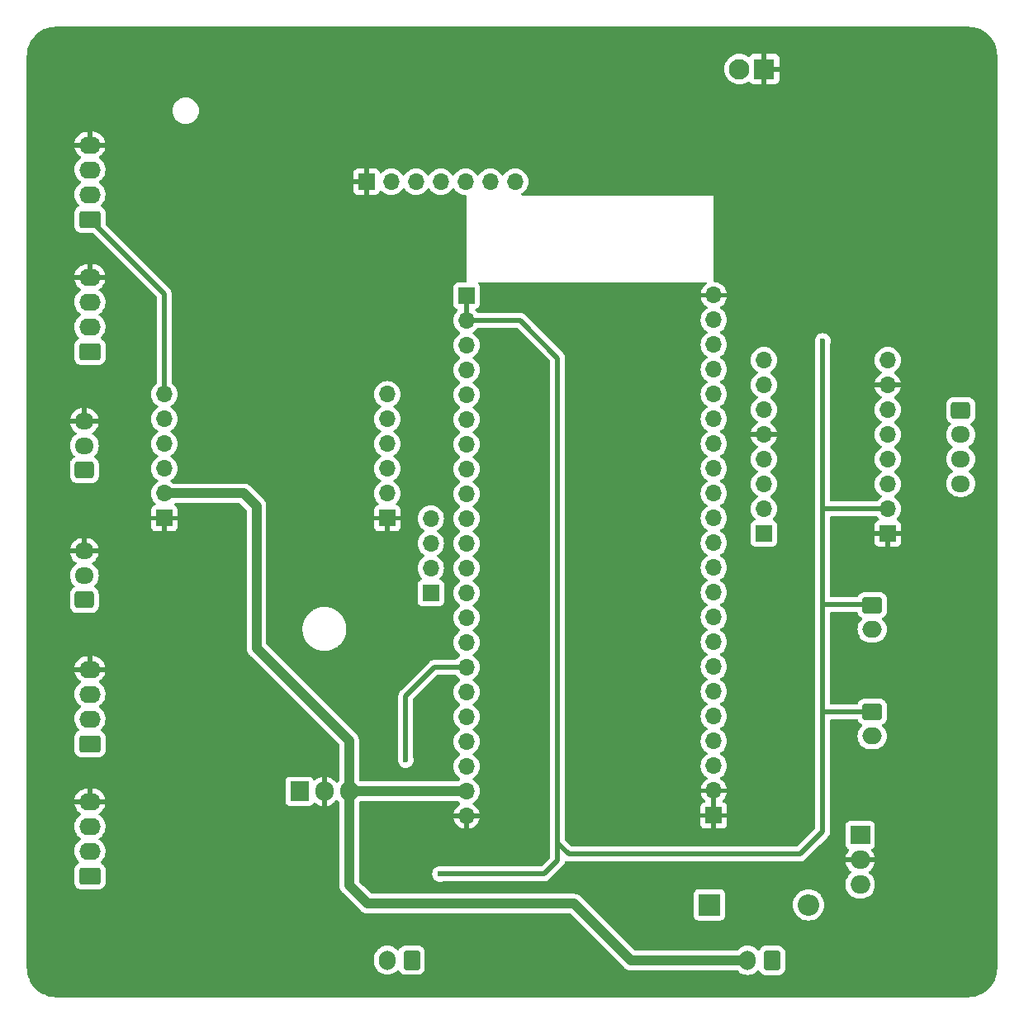
<source format=gbr>
%TF.GenerationSoftware,KiCad,Pcbnew,(7.0.0)*%
%TF.CreationDate,2023-04-24T11:20:32+02:00*%
%TF.ProjectId,Weatherstation_ESP32S3_Backplane,57656174-6865-4727-9374-6174696f6e5f,rev?*%
%TF.SameCoordinates,Original*%
%TF.FileFunction,Copper,L2,Bot*%
%TF.FilePolarity,Positive*%
%FSLAX46Y46*%
G04 Gerber Fmt 4.6, Leading zero omitted, Abs format (unit mm)*
G04 Created by KiCad (PCBNEW (7.0.0)) date 2023-04-24 11:20:32*
%MOMM*%
%LPD*%
G01*
G04 APERTURE LIST*
G04 Aperture macros list*
%AMRoundRect*
0 Rectangle with rounded corners*
0 $1 Rounding radius*
0 $2 $3 $4 $5 $6 $7 $8 $9 X,Y pos of 4 corners*
0 Add a 4 corners polygon primitive as box body*
4,1,4,$2,$3,$4,$5,$6,$7,$8,$9,$2,$3,0*
0 Add four circle primitives for the rounded corners*
1,1,$1+$1,$2,$3*
1,1,$1+$1,$4,$5*
1,1,$1+$1,$6,$7*
1,1,$1+$1,$8,$9*
0 Add four rect primitives between the rounded corners*
20,1,$1+$1,$2,$3,$4,$5,0*
20,1,$1+$1,$4,$5,$6,$7,0*
20,1,$1+$1,$6,$7,$8,$9,0*
20,1,$1+$1,$8,$9,$2,$3,0*%
G04 Aperture macros list end*
%TA.AperFunction,ComponentPad*%
%ADD10R,1.700000X1.700000*%
%TD*%
%TA.AperFunction,ComponentPad*%
%ADD11O,1.700000X1.700000*%
%TD*%
%TA.AperFunction,ComponentPad*%
%ADD12R,1.905000X2.000000*%
%TD*%
%TA.AperFunction,ComponentPad*%
%ADD13O,1.905000X2.000000*%
%TD*%
%TA.AperFunction,ComponentPad*%
%ADD14RoundRect,0.250000X0.845000X-0.620000X0.845000X0.620000X-0.845000X0.620000X-0.845000X-0.620000X0*%
%TD*%
%TA.AperFunction,ComponentPad*%
%ADD15O,2.190000X1.740000*%
%TD*%
%TA.AperFunction,ComponentPad*%
%ADD16C,0.800000*%
%TD*%
%TA.AperFunction,ComponentPad*%
%ADD17C,6.400000*%
%TD*%
%TA.AperFunction,ComponentPad*%
%ADD18R,2.000000X1.905000*%
%TD*%
%TA.AperFunction,ComponentPad*%
%ADD19O,2.000000X1.905000*%
%TD*%
%TA.AperFunction,ComponentPad*%
%ADD20RoundRect,0.250000X0.600000X0.750000X-0.600000X0.750000X-0.600000X-0.750000X0.600000X-0.750000X0*%
%TD*%
%TA.AperFunction,ComponentPad*%
%ADD21O,1.700000X2.000000*%
%TD*%
%TA.AperFunction,ComponentPad*%
%ADD22R,2.200000X2.200000*%
%TD*%
%TA.AperFunction,ComponentPad*%
%ADD23O,2.200000X2.200000*%
%TD*%
%TA.AperFunction,ComponentPad*%
%ADD24RoundRect,0.250000X-0.750000X0.600000X-0.750000X-0.600000X0.750000X-0.600000X0.750000X0.600000X0*%
%TD*%
%TA.AperFunction,ComponentPad*%
%ADD25O,2.000000X1.700000*%
%TD*%
%TA.AperFunction,ComponentPad*%
%ADD26RoundRect,0.250000X0.725000X-0.600000X0.725000X0.600000X-0.725000X0.600000X-0.725000X-0.600000X0*%
%TD*%
%TA.AperFunction,ComponentPad*%
%ADD27O,1.950000X1.700000*%
%TD*%
%TA.AperFunction,ComponentPad*%
%ADD28R,2.100000X2.100000*%
%TD*%
%TA.AperFunction,ComponentPad*%
%ADD29C,2.100000*%
%TD*%
%TA.AperFunction,ComponentPad*%
%ADD30RoundRect,0.250000X-0.725000X0.600000X-0.725000X-0.600000X0.725000X-0.600000X0.725000X0.600000X0*%
%TD*%
%TA.AperFunction,ViaPad*%
%ADD31C,0.600000*%
%TD*%
%TA.AperFunction,ViaPad*%
%ADD32C,0.800000*%
%TD*%
%TA.AperFunction,Conductor*%
%ADD33C,1.000000*%
%TD*%
%TA.AperFunction,Conductor*%
%ADD34C,0.500000*%
%TD*%
G04 APERTURE END LIST*
D10*
%TO.P,J15,1,Pin_1*%
%TO.N,/ESP_3*%
X174139999Y-90949999D03*
D11*
%TO.P,J15,2,Pin_2*%
%TO.N,/ESP_8*%
X174139999Y-88409999D03*
%TO.P,J15,3,Pin_3*%
%TO.N,/ESP_18*%
X174139999Y-85869999D03*
%TO.P,J15,4,Pin_4*%
%TO.N,/ESP_17*%
X174139999Y-83329999D03*
%TD*%
D12*
%TO.P,U1,1,VI*%
%TO.N,+12V*%
X160689999Y-111299999D03*
D13*
%TO.P,U1,2,GND*%
%TO.N,GND*%
X163229999Y-111299999D03*
%TO.P,U1,3,VO*%
%TO.N,+5V*%
X165769999Y-111299999D03*
%TD*%
D14*
%TO.P,J8,1,Pin_1*%
%TO.N,/FAN_PELTIER_PWM_HV*%
X139190000Y-52655000D03*
D15*
%TO.P,J8,2,Pin_2*%
%TO.N,/FAN_PELTIER_RPM*%
X139189999Y-50114999D03*
%TO.P,J8,3,Pin_3*%
%TO.N,+12V*%
X139189999Y-47574999D03*
%TO.P,J8,4,Pin_4*%
%TO.N,GND*%
X139189999Y-45034999D03*
%TD*%
D16*
%TO.P,H3,1,1*%
%TO.N,GND*%
X226590000Y-129170000D03*
X227292944Y-127472944D03*
X227292944Y-130867056D03*
X228990000Y-126770000D03*
D17*
X228990000Y-129170000D03*
D16*
X228990000Y-131570000D03*
X230687056Y-127472944D03*
X230687056Y-130867056D03*
X231390000Y-129170000D03*
%TD*%
D18*
%TO.P,Q1,1,G*%
%TO.N,Net-(Q1-G)*%
X218154999Y-115769999D03*
D19*
%TO.P,Q1,2,S*%
%TO.N,GND*%
X218154999Y-118309999D03*
%TO.P,Q1,3,D*%
%TO.N,Net-(D2-A)*%
X218154999Y-120849999D03*
%TD*%
D20*
%TO.P,J18,1,Pin_1*%
%TO.N,Net-(D2-A)*%
X209120000Y-128625000D03*
D21*
%TO.P,J18,2,Pin_2*%
%TO.N,+5V*%
X206619999Y-128624999D03*
%TD*%
D22*
%TO.P,D2,1,K*%
%TO.N,+5V*%
X202699999Y-122929999D03*
D23*
%TO.P,D2,2,A*%
%TO.N,Net-(D2-A)*%
X212859999Y-122929999D03*
%TD*%
D20*
%TO.P,J1,1,Pin_1*%
%TO.N,/THRMCPL_+*%
X172180000Y-128595000D03*
D21*
%TO.P,J1,2,Pin_2*%
%TO.N,/THRCPL_-*%
X169679999Y-128594999D03*
%TD*%
D24*
%TO.P,J11,1,Pin_1*%
%TO.N,+3V3*%
X219390000Y-103140000D03*
D25*
%TO.P,J11,2,Pin_2*%
%TO.N,/BUTTON_CURRENT*%
X219389999Y-105639999D03*
%TD*%
D10*
%TO.P,J13,1,Pin_1*%
%TO.N,+3V3*%
X177799999Y-60469999D03*
D11*
%TO.P,J13,2,Pin_2*%
X177799999Y-63009999D03*
%TO.P,J13,3,Pin_3*%
%TO.N,/nRST*%
X177799999Y-65549999D03*
%TO.P,J13,4,Pin_4*%
%TO.N,/DBG_LED*%
X177799999Y-68089999D03*
%TO.P,J13,5,Pin_5*%
%TO.N,/ESP_5*%
X177799999Y-70629999D03*
%TO.P,J13,6,Pin_6*%
%TO.N,/FAN_PELTIER_PWM*%
X177799999Y-73169999D03*
%TO.P,J13,7,Pin_7*%
%TO.N,/FAN_WIND_PWM*%
X177799999Y-75709999D03*
%TO.P,J13,8,Pin_8*%
%TO.N,/SERVO_PWM*%
X177799999Y-78249999D03*
%TO.P,J13,9,Pin_9*%
%TO.N,/LED_DATA*%
X177799999Y-80789999D03*
%TO.P,J13,10,Pin_10*%
%TO.N,/ESP_17*%
X177799999Y-83329999D03*
%TO.P,J13,11,Pin_11*%
%TO.N,/ESP_18*%
X177799999Y-85869999D03*
%TO.P,J13,12,Pin_12*%
%TO.N,/ESP_8*%
X177799999Y-88409999D03*
%TO.P,J13,13,Pin_13*%
%TO.N,/ESP_3*%
X177799999Y-90949999D03*
%TO.P,J13,14,Pin_14*%
%TO.N,/D1_COOL*%
X177799999Y-93489999D03*
%TO.P,J13,15,Pin_15*%
%TO.N,/D0_HEAT*%
X177799999Y-96029999D03*
%TO.P,J13,16,Pin_16*%
%TO.N,/AMP_nCS*%
X177799999Y-98569999D03*
%TO.P,J13,17,Pin_17*%
%TO.N,/AMP_MISO*%
X177799999Y-101109999D03*
%TO.P,J13,18,Pin_18*%
%TO.N,/AMP_SCK*%
X177799999Y-103649999D03*
%TO.P,J13,19,Pin_19*%
%TO.N,/ESP_13*%
X177799999Y-106189999D03*
%TO.P,J13,20,Pin_20*%
%TO.N,/ESP_14*%
X177799999Y-108729999D03*
%TO.P,J13,21,Pin_21*%
%TO.N,+5V*%
X177799999Y-111269999D03*
%TO.P,J13,22,Pin_22*%
%TO.N,GND*%
X177799999Y-113809999D03*
%TD*%
D16*
%TO.P,H4,1,1*%
%TO.N,GND*%
X133550000Y-129170000D03*
X134252944Y-127472944D03*
X134252944Y-130867056D03*
X135950000Y-126770000D03*
D17*
X135950000Y-129170000D03*
D16*
X135950000Y-131570000D03*
X137647056Y-127472944D03*
X137647056Y-130867056D03*
X138350000Y-129170000D03*
%TD*%
D10*
%TO.P,J14,1,Pin_1*%
%TO.N,GND*%
X203149999Y-113769999D03*
D11*
%TO.P,J14,2,Pin_2*%
X203149999Y-111229999D03*
%TO.P,J14,3,Pin_3*%
%TO.N,/ESP_19*%
X203149999Y-108689999D03*
%TO.P,J14,4,Pin_4*%
%TO.N,/ESP_20*%
X203149999Y-106149999D03*
%TO.P,J14,5,Pin_5*%
%TO.N,/MOTOR_EN*%
X203149999Y-103609999D03*
%TO.P,J14,6,Pin_6*%
%TO.N,/BUTTON_CURRENT*%
X203149999Y-101069999D03*
%TO.P,J14,7,Pin_7*%
%TO.N,/BUTTON_UPCOMING*%
X203149999Y-98529999D03*
%TO.P,J14,8,Pin_8*%
%TO.N,/ESP_45*%
X203149999Y-95989999D03*
%TO.P,J14,9,Pin_9*%
%TO.N,/ESP_0*%
X203149999Y-93449999D03*
%TO.P,J14,10,Pin_10*%
%TO.N,/ESP_35_NC*%
X203149999Y-90909999D03*
%TO.P,J14,11,Pin_11*%
%TO.N,/ESP_36_NC*%
X203149999Y-88369999D03*
%TO.P,J14,12,Pin_12*%
%TO.N,/ESP_37_NC*%
X203149999Y-85829999D03*
%TO.P,J14,13,Pin_13*%
%TO.N,/STEPPER_DIR*%
X203149999Y-83289999D03*
%TO.P,J14,14,Pin_14*%
%TO.N,/STEPPER_STEP*%
X203149999Y-80749999D03*
%TO.P,J14,15,Pin_15*%
%TO.N,/STEPPER_EN*%
X203149999Y-78209999D03*
%TO.P,J14,16,Pin_16*%
%TO.N,/ESP_41*%
X203149999Y-75669999D03*
%TO.P,J14,17,Pin_17*%
%TO.N,/ESP_42*%
X203149999Y-73129999D03*
%TO.P,J14,18,Pin_18*%
%TO.N,/ESP_2*%
X203149999Y-70589999D03*
%TO.P,J14,19,Pin_19*%
%TO.N,/ESP_1*%
X203149999Y-68049999D03*
%TO.P,J14,20,Pin_20*%
%TO.N,/ESP_RX*%
X203149999Y-65509999D03*
%TO.P,J14,21,Pin_21*%
%TO.N,/ESP_TX*%
X203149999Y-62969999D03*
%TO.P,J14,22,Pin_22*%
%TO.N,GND*%
X203149999Y-60429999D03*
%TD*%
D26*
%TO.P,J2,1,Pin_1*%
%TO.N,+5V*%
X138620000Y-91665000D03*
D27*
%TO.P,J2,2,Pin_2*%
%TO.N,/LED_DATA_HV*%
X138619999Y-89164999D03*
%TO.P,J2,3,Pin_3*%
%TO.N,GND*%
X138619999Y-86664999D03*
%TD*%
D10*
%TO.P,J5,1,Pin_1*%
%TO.N,/STEPPER_DIR*%
X208299999Y-84869999D03*
D11*
%TO.P,J5,2,Pin_2*%
%TO.N,/STEPPER_STEP*%
X208299999Y-82329999D03*
%TO.P,J5,3,Pin_3*%
%TO.N,/STEPPER_TX*%
X208299999Y-79789999D03*
%TO.P,J5,4,Pin_4*%
%TO.N,/STEPPER_RX*%
X208299999Y-77249999D03*
%TO.P,J5,5,Pin_5*%
%TO.N,GND*%
X208299999Y-74709999D03*
%TO.P,J5,6,Pin_6*%
%TO.N,/STEPPER_MS2*%
X208299999Y-72169999D03*
%TO.P,J5,7,Pin_7*%
%TO.N,/STEPPER_MS1*%
X208299999Y-69629999D03*
%TO.P,J5,8,Pin_8*%
%TO.N,/STEPPER_EN*%
X208299999Y-67089999D03*
%TD*%
D10*
%TO.P,J6,1,Pin_1*%
%TO.N,GND*%
X220999999Y-84869999D03*
D11*
%TO.P,J6,2,Pin_2*%
%TO.N,+3V3*%
X220999999Y-82329999D03*
%TO.P,J6,3,Pin_3*%
%TO.N,/STEPPER_B2*%
X220999999Y-79789999D03*
%TO.P,J6,4,Pin_4*%
%TO.N,/STEPPER_B1*%
X220999999Y-77249999D03*
%TO.P,J6,5,Pin_5*%
%TO.N,/STEPPER_A1*%
X220999999Y-74709999D03*
%TO.P,J6,6,Pin_6*%
%TO.N,/STEPPER_A2*%
X220999999Y-72169999D03*
%TO.P,J6,7,Pin_7*%
%TO.N,GND*%
X220999999Y-69629999D03*
%TO.P,J6,8,Pin_8*%
%TO.N,+12V*%
X220999999Y-67089999D03*
%TD*%
D16*
%TO.P,H2,1,1*%
%TO.N,GND*%
X226590000Y-36130000D03*
X227292944Y-34432944D03*
X227292944Y-37827056D03*
X228990000Y-33730000D03*
D17*
X228990000Y-36130000D03*
D16*
X228990000Y-38530000D03*
X230687056Y-34432944D03*
X230687056Y-37827056D03*
X231390000Y-36130000D03*
%TD*%
%TO.P,H1,1,1*%
%TO.N,GND*%
X133550000Y-36127056D03*
X134252944Y-34430000D03*
X134252944Y-37824112D03*
X135950000Y-33727056D03*
D17*
X135950000Y-36127056D03*
D16*
X135950000Y-38527056D03*
X137647056Y-34430000D03*
X137647056Y-37824112D03*
X138350000Y-36127056D03*
%TD*%
D24*
%TO.P,J16,1,Pin_1*%
%TO.N,+3V3*%
X219390000Y-92200000D03*
D25*
%TO.P,J16,2,Pin_2*%
%TO.N,/BUTTON_UPCOMING*%
X219389999Y-94699999D03*
%TD*%
D14*
%TO.P,J17,1,Pin_1*%
%TO.N,+5V*%
X139190000Y-119985000D03*
D15*
%TO.P,J17,2,Pin_2*%
%TO.N,/FAN_EXT2_RPM*%
X139189999Y-117444999D03*
%TO.P,J17,3,Pin_3*%
%TO.N,+12V*%
X139189999Y-114904999D03*
%TO.P,J17,4,Pin_4*%
%TO.N,GND*%
X139189999Y-112364999D03*
%TD*%
D14*
%TO.P,J12,1,Pin_1*%
%TO.N,+5V*%
X139190000Y-106415000D03*
D15*
%TO.P,J12,2,Pin_2*%
%TO.N,/FAN_EXT1_RPM*%
X139189999Y-103874999D03*
%TO.P,J12,3,Pin_3*%
%TO.N,+12V*%
X139189999Y-101334999D03*
%TO.P,J12,4,Pin_4*%
%TO.N,GND*%
X139189999Y-98794999D03*
%TD*%
D10*
%TO.P,J19,1,Pin_1*%
%TO.N,GND*%
X146819999Y-83289999D03*
D11*
%TO.P,J19,2,Pin_2*%
%TO.N,+5V*%
X146819999Y-80749999D03*
%TO.P,J19,3,Pin_3*%
%TO.N,/LED_DATA_HV*%
X146819999Y-78209999D03*
%TO.P,J19,4,Pin_4*%
%TO.N,/SERVO_PWM_HV*%
X146819999Y-75669999D03*
%TO.P,J19,5,Pin_5*%
%TO.N,/FAN_WIND_PWM_HV*%
X146819999Y-73129999D03*
%TO.P,J19,6,Pin_6*%
%TO.N,/FAN_PELTIER_PWM_HV*%
X146819999Y-70589999D03*
%TD*%
D28*
%TO.P,J9,1,1*%
%TO.N,GND*%
X208319999Y-37239999D03*
D29*
%TO.P,J9,2,2*%
%TO.N,+12V*%
X205780000Y-37240000D03*
%TD*%
D26*
%TO.P,J3,1,Pin_1*%
%TO.N,/SERVO_PWM_HV*%
X138620000Y-78355000D03*
D27*
%TO.P,J3,2,Pin_2*%
%TO.N,+5V*%
X138619999Y-75854999D03*
%TO.P,J3,3,Pin_3*%
%TO.N,GND*%
X138619999Y-73354999D03*
%TD*%
D30*
%TO.P,J7,1,Pin_1*%
%TO.N,/STEPPER_A2*%
X228460000Y-72240000D03*
D27*
%TO.P,J7,2,Pin_2*%
%TO.N,/STEPPER_A1*%
X228459999Y-74739999D03*
%TO.P,J7,3,Pin_3*%
%TO.N,/STEPPER_B1*%
X228459999Y-77239999D03*
%TO.P,J7,4,Pin_4*%
%TO.N,/STEPPER_B2*%
X228459999Y-79739999D03*
%TD*%
D10*
%TO.P,J4,1,Pin_1*%
%TO.N,GND*%
X167539999Y-48789999D03*
D11*
%TO.P,J4,2,Pin_2*%
%TO.N,/3V3_IN*%
X170079999Y-48789999D03*
%TO.P,J4,3,Pin_3*%
%TO.N,/D0_HEAT*%
X172619999Y-48789999D03*
%TO.P,J4,4,Pin_4*%
%TO.N,/D1_COOL*%
X175159999Y-48789999D03*
%TO.P,J4,5,Pin_5*%
%TO.N,/D2*%
X177699999Y-48789999D03*
%TO.P,J4,6,Pin_6*%
%TO.N,/D3*%
X180239999Y-48789999D03*
%TO.P,J4,7,Pin_7*%
%TO.N,/VT*%
X182779999Y-48789999D03*
%TD*%
D14*
%TO.P,J10,1,Pin_1*%
%TO.N,/FAN_WIND_PWM_HV*%
X139190000Y-66225000D03*
D15*
%TO.P,J10,2,Pin_2*%
%TO.N,/FAN_WIND_RPM*%
X139189999Y-63684999D03*
%TO.P,J10,3,Pin_3*%
%TO.N,+12V*%
X139189999Y-61144999D03*
%TO.P,J10,4,Pin_4*%
%TO.N,GND*%
X139189999Y-58604999D03*
%TD*%
D10*
%TO.P,J20,1,Pin_1*%
%TO.N,GND*%
X169679999Y-83289999D03*
D11*
%TO.P,J20,2,Pin_2*%
%TO.N,/LED_DATA*%
X169679999Y-80749999D03*
%TO.P,J20,3,Pin_3*%
%TO.N,/SERVO_PWM*%
X169679999Y-78209999D03*
%TO.P,J20,4,Pin_4*%
%TO.N,/FAN_WIND_PWM*%
X169679999Y-75669999D03*
%TO.P,J20,5,Pin_5*%
%TO.N,/FAN_PELTIER_PWM*%
X169679999Y-73129999D03*
%TO.P,J20,6,Pin_6*%
%TO.N,/NC*%
X169679999Y-70589999D03*
%TD*%
D31*
%TO.N,GND*%
X231820000Y-39281821D03*
X198120000Y-60960000D03*
X185570000Y-129460000D03*
X204901816Y-132000000D03*
X167950000Y-65030000D03*
X231820000Y-114054546D03*
X214830000Y-120200000D03*
X133120000Y-105081819D03*
X219856361Y-132000000D03*
X133120000Y-81154547D03*
X199360000Y-122950000D03*
X160038181Y-132000000D03*
X210883634Y-33300000D03*
X207892725Y-33300000D03*
X189040000Y-120680000D03*
X133120000Y-87136365D03*
X231820000Y-126018182D03*
X145083636Y-132000000D03*
X144730000Y-117595000D03*
X133120000Y-72181820D03*
X180974544Y-132000000D03*
X231820000Y-105081819D03*
X160038181Y-33300000D03*
X201910907Y-33300000D03*
X133120000Y-78163638D03*
X152400000Y-99060000D03*
X139101818Y-132000000D03*
X174992726Y-33300000D03*
X231820000Y-120036364D03*
X189947271Y-33300000D03*
X231820000Y-90127274D03*
X210820000Y-78740000D03*
X133120000Y-51245457D03*
X231820000Y-117045455D03*
X231820000Y-72181820D03*
X133120000Y-69190911D03*
X212090000Y-67310000D03*
X163029090Y-132000000D03*
X231820000Y-75172729D03*
X133120000Y-42272730D03*
X133120000Y-108072728D03*
X148060000Y-129750000D03*
X142092727Y-132000000D03*
X231820000Y-99100001D03*
X199430000Y-126610000D03*
X152400000Y-88900000D03*
X200350000Y-119640000D03*
X174370000Y-56980000D03*
X133120000Y-57227275D03*
X231820000Y-69190911D03*
X157047272Y-33300000D03*
X148074545Y-33300000D03*
X210820000Y-91440000D03*
X231820000Y-60218184D03*
X192938180Y-33300000D03*
X219856361Y-33300000D03*
D32*
X138860000Y-82440000D03*
D31*
X133120000Y-99100001D03*
X133120000Y-84145456D03*
X148074545Y-132000000D03*
X231820000Y-87136365D03*
X210820000Y-106680000D03*
X193340000Y-108230000D03*
X169010908Y-33300000D03*
X216060000Y-130520000D03*
X190500000Y-40640000D03*
X183965453Y-33300000D03*
X198919998Y-33300000D03*
X139650000Y-41395000D03*
X190500000Y-99060000D03*
X231820000Y-57227275D03*
X198919998Y-132000000D03*
X160020000Y-68580000D03*
X201910907Y-132000000D03*
X195929089Y-33300000D03*
X133120000Y-120036364D03*
X133120000Y-39281821D03*
X182880000Y-78740000D03*
X207892725Y-132000000D03*
X133120000Y-66200002D03*
X208280000Y-55880000D03*
X154940000Y-116840000D03*
X222847270Y-132000000D03*
X190500000Y-60960000D03*
X200650000Y-130540000D03*
X216865452Y-33300000D03*
X218910000Y-128060000D03*
X195929089Y-132000000D03*
X133120000Y-123027273D03*
X231820000Y-42272730D03*
X212090000Y-64770000D03*
X160020000Y-58420000D03*
X154056363Y-132000000D03*
X172001817Y-33300000D03*
X225838179Y-33300000D03*
X133120000Y-60218184D03*
X157047272Y-132000000D03*
X189947271Y-132000000D03*
X154056363Y-33300000D03*
X142092727Y-33300000D03*
X222847270Y-33300000D03*
X163029090Y-33300000D03*
X170180000Y-99060000D03*
X162560000Y-40640000D03*
X151065454Y-33300000D03*
X133120000Y-102090910D03*
X193040000Y-88900000D03*
X225838179Y-132000000D03*
X133120000Y-96109092D03*
X182880000Y-60960000D03*
X174992726Y-132000000D03*
X185420000Y-88900000D03*
X231820000Y-51245457D03*
X231820000Y-78163638D03*
X160020000Y-78740000D03*
X166019999Y-33300000D03*
X139101818Y-33300000D03*
X133120000Y-45263639D03*
X231820000Y-96109092D03*
X177983635Y-132000000D03*
X220980000Y-129540000D03*
X198120000Y-114300000D03*
X198120000Y-99060000D03*
X231820000Y-63209093D03*
X182880000Y-99060000D03*
X181950000Y-117080000D03*
X133120000Y-114054546D03*
X190500000Y-78740000D03*
X133120000Y-126018182D03*
X215040000Y-125240000D03*
X180974544Y-33300000D03*
X133120000Y-111063637D03*
X145083636Y-33300000D03*
X213874543Y-132000000D03*
X231820000Y-84145456D03*
X133120000Y-90127274D03*
X152400000Y-63500000D03*
X212090000Y-69850000D03*
X133120000Y-75172729D03*
X165100000Y-53340000D03*
X151065454Y-132000000D03*
X231820000Y-111063637D03*
X133120000Y-48254548D03*
X133120000Y-117045455D03*
X226060000Y-88900000D03*
X215900000Y-50800000D03*
D32*
X137190000Y-69300000D03*
D31*
X160760000Y-128410000D03*
X204901816Y-33300000D03*
X231820000Y-123027273D03*
X152400000Y-73660000D03*
X192938180Y-132000000D03*
X210883634Y-132000000D03*
X133120000Y-54236366D03*
X198120000Y-78740000D03*
X231820000Y-54236366D03*
X144730000Y-92195000D03*
X166019999Y-132000000D03*
X226060000Y-99060000D03*
X226060000Y-116840000D03*
X183965453Y-132000000D03*
X186956362Y-132000000D03*
X231820000Y-81154547D03*
X193040000Y-68580000D03*
X185420000Y-68580000D03*
X169010909Y-132000000D03*
X231820000Y-66200002D03*
X183430000Y-107890000D03*
X212090000Y-62230000D03*
X231820000Y-93118183D03*
X213874543Y-33300000D03*
X216865452Y-132000000D03*
X226060000Y-63500000D03*
X133120000Y-63209093D03*
X158720000Y-121500000D03*
X231820000Y-102090910D03*
X231820000Y-108072728D03*
X177983635Y-33300000D03*
X133120000Y-93118183D03*
X231820000Y-45263639D03*
X160510000Y-89150000D03*
X172001817Y-132000000D03*
X231820000Y-48254548D03*
X207990000Y-116250000D03*
X186956362Y-33300000D03*
X144730000Y-107435000D03*
%TO.N,+3V3*%
X175080000Y-119760000D03*
X214320000Y-65120000D03*
%TO.N,/AMP_nCS*%
X171570000Y-108080000D03*
%TD*%
D33*
%TO.N,+5V*%
X154960000Y-80750000D02*
X146820000Y-80750000D01*
X156270000Y-96590000D02*
X156270000Y-82060000D01*
X165770000Y-106090000D02*
X156270000Y-96590000D01*
X165770000Y-111300000D02*
X165770000Y-106090000D01*
X156270000Y-82060000D02*
X154960000Y-80750000D01*
X188830000Y-122810000D02*
X167650000Y-122810000D01*
X167650000Y-122810000D02*
X165770000Y-120930000D01*
X206595000Y-128650000D02*
X194670000Y-128650000D01*
X165770000Y-120930000D02*
X165770000Y-111300000D01*
X206620000Y-128625000D02*
X206595000Y-128650000D01*
X194670000Y-128650000D02*
X188830000Y-122810000D01*
X177770000Y-111300000D02*
X177800000Y-111270000D01*
X165770000Y-111300000D02*
X177770000Y-111300000D01*
D34*
%TO.N,+3V3*%
X183290000Y-63010000D02*
X177800000Y-63010000D01*
X211990000Y-117730000D02*
X214320000Y-115400000D01*
X187150000Y-109820000D02*
X187150000Y-113780000D01*
X177800000Y-63010000D02*
X177800000Y-60470000D01*
X187150000Y-109820000D02*
X187150000Y-66870000D01*
X185760000Y-119760000D02*
X175080000Y-119760000D01*
X187150000Y-66870000D02*
X183290000Y-63010000D01*
X214320000Y-75650000D02*
X214320000Y-82330000D01*
X187150000Y-118370000D02*
X185760000Y-119760000D01*
X214320000Y-82330000D02*
X221000000Y-82330000D01*
X214320000Y-92150000D02*
X219340000Y-92150000D01*
X214320000Y-101670000D02*
X214320000Y-103140000D01*
X187150000Y-113780000D02*
X187150000Y-116590000D01*
X188290000Y-117730000D02*
X211990000Y-117730000D01*
X214320000Y-82330000D02*
X214320000Y-92150000D01*
X219340000Y-92150000D02*
X219390000Y-92200000D01*
X214320000Y-65120000D02*
X214320000Y-75650000D01*
X214320000Y-103140000D02*
X219390000Y-103140000D01*
X214320000Y-92150000D02*
X214320000Y-101670000D01*
X187150000Y-116590000D02*
X188290000Y-117730000D01*
X214320000Y-115400000D02*
X214320000Y-101670000D01*
X187150000Y-113780000D02*
X187150000Y-118370000D01*
%TO.N,/FAN_PELTIER_PWM_HV*%
X146820000Y-60285000D02*
X139190000Y-52655000D01*
X146820000Y-70590000D02*
X146820000Y-60285000D01*
%TO.N,/AMP_nCS*%
X171570000Y-108080000D02*
X171570000Y-101510000D01*
X174510000Y-98570000D02*
X177800000Y-98570000D01*
X171570000Y-101510000D02*
X174510000Y-98570000D01*
%TD*%
%TA.AperFunction,Conductor*%
%TO.N,GND*%
G36*
X229223244Y-32900670D02*
G01*
X229527046Y-32916592D01*
X229539953Y-32917949D01*
X229671089Y-32938718D01*
X229837209Y-32965028D01*
X229849896Y-32967724D01*
X230140625Y-33045625D01*
X230152965Y-33049635D01*
X230433938Y-33157490D01*
X230445790Y-33162767D01*
X230713968Y-33299411D01*
X230725203Y-33305898D01*
X230977608Y-33469812D01*
X230988109Y-33477441D01*
X231222010Y-33666850D01*
X231231655Y-33675535D01*
X231444464Y-33888344D01*
X231453149Y-33897989D01*
X231642558Y-34131890D01*
X231650187Y-34142391D01*
X231814101Y-34394796D01*
X231820591Y-34406036D01*
X231957231Y-34674206D01*
X231962510Y-34686064D01*
X232070363Y-34967033D01*
X232074374Y-34979376D01*
X232152273Y-35270097D01*
X232154971Y-35282794D01*
X232202050Y-35580046D01*
X232203407Y-35592953D01*
X232219330Y-35896756D01*
X232219500Y-35903246D01*
X232219500Y-129396754D01*
X232219330Y-129403244D01*
X232203407Y-129707046D01*
X232202050Y-129719953D01*
X232154971Y-130017205D01*
X232152273Y-130029902D01*
X232074374Y-130320623D01*
X232070363Y-130332966D01*
X231962510Y-130613935D01*
X231957231Y-130625793D01*
X231820591Y-130893963D01*
X231814101Y-130905203D01*
X231650187Y-131157608D01*
X231642558Y-131168109D01*
X231453149Y-131402010D01*
X231444464Y-131411655D01*
X231231655Y-131624464D01*
X231222010Y-131633149D01*
X230988109Y-131822558D01*
X230977608Y-131830187D01*
X230725203Y-131994101D01*
X230713963Y-132000591D01*
X230445793Y-132137231D01*
X230433935Y-132142510D01*
X230152966Y-132250363D01*
X230140623Y-132254374D01*
X229849902Y-132332273D01*
X229837205Y-132334971D01*
X229539953Y-132382050D01*
X229527046Y-132383407D01*
X229223244Y-132399330D01*
X229216754Y-132399500D01*
X135723246Y-132399500D01*
X135716756Y-132399330D01*
X135412953Y-132383407D01*
X135400046Y-132382050D01*
X135102794Y-132334971D01*
X135090097Y-132332273D01*
X134799376Y-132254374D01*
X134787033Y-132250363D01*
X134506064Y-132142510D01*
X134494206Y-132137231D01*
X134226036Y-132000591D01*
X134214796Y-131994101D01*
X133962391Y-131830187D01*
X133951890Y-131822558D01*
X133717989Y-131633149D01*
X133708344Y-131624464D01*
X133495535Y-131411655D01*
X133486850Y-131402010D01*
X133297441Y-131168109D01*
X133289812Y-131157608D01*
X133125896Y-130905199D01*
X133119408Y-130893963D01*
X132982768Y-130625793D01*
X132977489Y-130613935D01*
X132869636Y-130332966D01*
X132865625Y-130320623D01*
X132814724Y-130130659D01*
X132787724Y-130029896D01*
X132785028Y-130017205D01*
X132768988Y-129915933D01*
X132752157Y-129809663D01*
X132737949Y-129719953D01*
X132736592Y-129707046D01*
X132730138Y-129583909D01*
X132720669Y-129403243D01*
X132720500Y-129396754D01*
X132720500Y-128803966D01*
X168329500Y-128803966D01*
X168344937Y-128980408D01*
X168346336Y-128985630D01*
X168346337Y-128985634D01*
X168404694Y-129203430D01*
X168404697Y-129203438D01*
X168406097Y-129208663D01*
X168505965Y-129422829D01*
X168641505Y-129616401D01*
X168808599Y-129783495D01*
X168813031Y-129786598D01*
X168813033Y-129786600D01*
X168845982Y-129809671D01*
X169002170Y-129919035D01*
X169007070Y-129921320D01*
X169007072Y-129921321D01*
X169031273Y-129932606D01*
X169216337Y-130018903D01*
X169444592Y-130080063D01*
X169680000Y-130100659D01*
X169915408Y-130080063D01*
X170143663Y-130018903D01*
X170357829Y-129919035D01*
X170551401Y-129783495D01*
X170699165Y-129635730D01*
X170749554Y-129605154D01*
X170808373Y-129601299D01*
X170862327Y-129625038D01*
X170894303Y-129664878D01*
X170895186Y-129664334D01*
X170983497Y-129807511D01*
X170983500Y-129807515D01*
X170987288Y-129813656D01*
X171111344Y-129937712D01*
X171117485Y-129941500D01*
X171117488Y-129941502D01*
X171151704Y-129962606D01*
X171260666Y-130029814D01*
X171427203Y-130084999D01*
X171529991Y-130095500D01*
X172830008Y-130095499D01*
X172932797Y-130084999D01*
X173099334Y-130029814D01*
X173248656Y-129937712D01*
X173372712Y-129813656D01*
X173464814Y-129664334D01*
X173519999Y-129497797D01*
X173530500Y-129395009D01*
X173530499Y-127794992D01*
X173519999Y-127692203D01*
X173464814Y-127525666D01*
X173393677Y-127410334D01*
X173376502Y-127382488D01*
X173376500Y-127382485D01*
X173372712Y-127376344D01*
X173248656Y-127252288D01*
X173242515Y-127248500D01*
X173242511Y-127248497D01*
X173105480Y-127163977D01*
X173099334Y-127160186D01*
X173036802Y-127139465D01*
X172939225Y-127107131D01*
X172939224Y-127107130D01*
X172932797Y-127105001D01*
X172926064Y-127104313D01*
X172926059Y-127104312D01*
X172833140Y-127094819D01*
X172833123Y-127094818D01*
X172830009Y-127094500D01*
X172826860Y-127094500D01*
X171533140Y-127094500D01*
X171533120Y-127094500D01*
X171529992Y-127094501D01*
X171526860Y-127094820D01*
X171526858Y-127094821D01*
X171433938Y-127104312D01*
X171433928Y-127104313D01*
X171427203Y-127105001D01*
X171420781Y-127107128D01*
X171420776Y-127107130D01*
X171267521Y-127157914D01*
X171267517Y-127157915D01*
X171260666Y-127160186D01*
X171254522Y-127163975D01*
X171254519Y-127163977D01*
X171117488Y-127248497D01*
X171117480Y-127248503D01*
X171111344Y-127252288D01*
X171106242Y-127257389D01*
X171106238Y-127257393D01*
X170992393Y-127371238D01*
X170992389Y-127371242D01*
X170987288Y-127376344D01*
X170983503Y-127382480D01*
X170983497Y-127382488D01*
X170895186Y-127525666D01*
X170894304Y-127525122D01*
X170862322Y-127564965D01*
X170808369Y-127588701D01*
X170749552Y-127584844D01*
X170699161Y-127554265D01*
X170555232Y-127410336D01*
X170555230Y-127410334D01*
X170551401Y-127406505D01*
X170546970Y-127403402D01*
X170546966Y-127403399D01*
X170362259Y-127274066D01*
X170362257Y-127274064D01*
X170357830Y-127270965D01*
X170352933Y-127268681D01*
X170352927Y-127268678D01*
X170148572Y-127173386D01*
X170148570Y-127173385D01*
X170143663Y-127171097D01*
X170138438Y-127169697D01*
X170138430Y-127169694D01*
X169920634Y-127111337D01*
X169920630Y-127111336D01*
X169915408Y-127109937D01*
X169910020Y-127109465D01*
X169910017Y-127109465D01*
X169685395Y-127089813D01*
X169680000Y-127089341D01*
X169674605Y-127089813D01*
X169449982Y-127109465D01*
X169449977Y-127109465D01*
X169444592Y-127109937D01*
X169439371Y-127111335D01*
X169439365Y-127111337D01*
X169221569Y-127169694D01*
X169221557Y-127169698D01*
X169216337Y-127171097D01*
X169211432Y-127173383D01*
X169211427Y-127173386D01*
X169007081Y-127268675D01*
X169007077Y-127268677D01*
X169002171Y-127270965D01*
X168997738Y-127274068D01*
X168997731Y-127274073D01*
X168813034Y-127403399D01*
X168813029Y-127403402D01*
X168808599Y-127406505D01*
X168804775Y-127410328D01*
X168804769Y-127410334D01*
X168645334Y-127569769D01*
X168645328Y-127569775D01*
X168641505Y-127573599D01*
X168638402Y-127578029D01*
X168638399Y-127578034D01*
X168509073Y-127762731D01*
X168509068Y-127762738D01*
X168505965Y-127767171D01*
X168503677Y-127772077D01*
X168503675Y-127772081D01*
X168408386Y-127976427D01*
X168408383Y-127976432D01*
X168406097Y-127981337D01*
X168404698Y-127986557D01*
X168404694Y-127986569D01*
X168346337Y-128204365D01*
X168346335Y-128204371D01*
X168344937Y-128209592D01*
X168329500Y-128386034D01*
X168329500Y-128803966D01*
X132720500Y-128803966D01*
X132720500Y-117386624D01*
X137590784Y-117386624D01*
X137591007Y-117391877D01*
X137591007Y-117391882D01*
X137596337Y-117517345D01*
X137600686Y-117619707D01*
X137601793Y-117624848D01*
X137601795Y-117624856D01*
X137626571Y-117739816D01*
X137649836Y-117847765D01*
X137736821Y-118064235D01*
X137739579Y-118068714D01*
X137856379Y-118258411D01*
X137856382Y-118258415D01*
X137859138Y-118262891D01*
X137862611Y-118266837D01*
X137862614Y-118266841D01*
X137911787Y-118322712D01*
X138013269Y-118438018D01*
X138054019Y-118470921D01*
X138091039Y-118520822D01*
X138099205Y-118582418D01*
X138076464Y-118640243D01*
X138029619Y-118678876D01*
X138025666Y-118680186D01*
X138019522Y-118683975D01*
X138019519Y-118683977D01*
X137882488Y-118768497D01*
X137882480Y-118768503D01*
X137876344Y-118772288D01*
X137871242Y-118777389D01*
X137871238Y-118777393D01*
X137757393Y-118891238D01*
X137757389Y-118891242D01*
X137752288Y-118896344D01*
X137748503Y-118902480D01*
X137748497Y-118902488D01*
X137663977Y-119039519D01*
X137660186Y-119045666D01*
X137605001Y-119212203D01*
X137604313Y-119218933D01*
X137604312Y-119218940D01*
X137594819Y-119311859D01*
X137594818Y-119311877D01*
X137594500Y-119314991D01*
X137594500Y-119318138D01*
X137594500Y-119318139D01*
X137594500Y-120651859D01*
X137594500Y-120651878D01*
X137594501Y-120655008D01*
X137594820Y-120658140D01*
X137594821Y-120658141D01*
X137604312Y-120751061D01*
X137604313Y-120751069D01*
X137605001Y-120757797D01*
X137660186Y-120924334D01*
X137663977Y-120930480D01*
X137748497Y-121067511D01*
X137748500Y-121067515D01*
X137752288Y-121073656D01*
X137876344Y-121197712D01*
X137882485Y-121201500D01*
X137882488Y-121201502D01*
X137939558Y-121236702D01*
X138025666Y-121289814D01*
X138192203Y-121344999D01*
X138294991Y-121355500D01*
X140085008Y-121355499D01*
X140187797Y-121344999D01*
X140354334Y-121289814D01*
X140503656Y-121197712D01*
X140627712Y-121073656D01*
X140719814Y-120924334D01*
X140774999Y-120757797D01*
X140785500Y-120655009D01*
X140785499Y-119314992D01*
X140774999Y-119212203D01*
X140719814Y-119045666D01*
X140654232Y-118939340D01*
X140631502Y-118902488D01*
X140631500Y-118902485D01*
X140627712Y-118896344D01*
X140503656Y-118772288D01*
X140497515Y-118768500D01*
X140497511Y-118768497D01*
X140360480Y-118683977D01*
X140354334Y-118680186D01*
X140350295Y-118678847D01*
X140305041Y-118642329D01*
X140281478Y-118587601D01*
X140286164Y-118528200D01*
X140318015Y-118477844D01*
X140447516Y-118353728D01*
X140586240Y-118166161D01*
X140691270Y-117957847D01*
X140759583Y-117734780D01*
X140789216Y-117503376D01*
X140779314Y-117270293D01*
X140730164Y-117042235D01*
X140643179Y-116825765D01*
X140520862Y-116627109D01*
X140366731Y-116451982D01*
X140185220Y-116305422D01*
X140173236Y-116298727D01*
X140144896Y-116282895D01*
X140099782Y-116239655D01*
X140081484Y-116179904D01*
X140094650Y-116118816D01*
X140135933Y-116071909D01*
X140279088Y-115975153D01*
X140447516Y-115813728D01*
X140586240Y-115626161D01*
X140691270Y-115417847D01*
X140759583Y-115194780D01*
X140789216Y-114963376D01*
X140779314Y-114730293D01*
X140730164Y-114502235D01*
X140643179Y-114285765D01*
X140520862Y-114087109D01*
X140500039Y-114063450D01*
X140461799Y-114020000D01*
X140366731Y-113911982D01*
X140185220Y-113765422D01*
X140180622Y-113762853D01*
X140180617Y-113762850D01*
X140144408Y-113742622D01*
X140099293Y-113699382D01*
X140080995Y-113639631D01*
X140094161Y-113578543D01*
X140135447Y-113531633D01*
X140274411Y-113437710D01*
X140282578Y-113431115D01*
X140443337Y-113277040D01*
X140450265Y-113269169D01*
X140582686Y-113090124D01*
X140588181Y-113081201D01*
X140688432Y-112882362D01*
X140692345Y-112872625D01*
X140757551Y-112659706D01*
X140759761Y-112649452D01*
X140761929Y-112632520D01*
X140759785Y-112618861D01*
X140746509Y-112615000D01*
X137631301Y-112615000D01*
X137620465Y-112617455D01*
X137620347Y-112628564D01*
X137649206Y-112762469D01*
X137652280Y-112772507D01*
X137735306Y-112979124D01*
X137740027Y-112988488D01*
X137856783Y-113178113D01*
X137863018Y-113186543D01*
X138010135Y-113353699D01*
X138017719Y-113360968D01*
X138190960Y-113500850D01*
X138199663Y-113506733D01*
X138235565Y-113526789D01*
X138280681Y-113570028D01*
X138298980Y-113629780D01*
X138285815Y-113690868D01*
X138244529Y-113737778D01*
X138105279Y-113831895D01*
X138105275Y-113831897D01*
X138100912Y-113834847D01*
X138097112Y-113838488D01*
X138097107Y-113838493D01*
X137936283Y-113992630D01*
X137936277Y-113992636D01*
X137932484Y-113996272D01*
X137929362Y-114000493D01*
X137929356Y-114000500D01*
X137796886Y-114179612D01*
X137793760Y-114183839D01*
X137791395Y-114188528D01*
X137791391Y-114188536D01*
X137723390Y-114323409D01*
X137688730Y-114392153D01*
X137687189Y-114397183D01*
X137687188Y-114397187D01*
X137621959Y-114610183D01*
X137621957Y-114610189D01*
X137620417Y-114615220D01*
X137619748Y-114620441D01*
X137619748Y-114620443D01*
X137600219Y-114772949D01*
X137590784Y-114846624D01*
X137591007Y-114851877D01*
X137591007Y-114851882D01*
X137596029Y-114970092D01*
X137600686Y-115079707D01*
X137601793Y-115084848D01*
X137601795Y-115084856D01*
X137626571Y-115199816D01*
X137649836Y-115307765D01*
X137651799Y-115312651D01*
X137651800Y-115312653D01*
X137682512Y-115389082D01*
X137736821Y-115524235D01*
X137739579Y-115528714D01*
X137856379Y-115718411D01*
X137856382Y-115718415D01*
X137859138Y-115722891D01*
X137862611Y-115726837D01*
X137862614Y-115726841D01*
X137864236Y-115728684D01*
X138013269Y-115898018D01*
X138194780Y-116044578D01*
X138199380Y-116047148D01*
X138199382Y-116047149D01*
X138235102Y-116067104D01*
X138280217Y-116110343D01*
X138298515Y-116170094D01*
X138285350Y-116231182D01*
X138244064Y-116278092D01*
X138105279Y-116371895D01*
X138105275Y-116371897D01*
X138100912Y-116374847D01*
X138097112Y-116378488D01*
X138097107Y-116378493D01*
X137936283Y-116532630D01*
X137936277Y-116532636D01*
X137932484Y-116536272D01*
X137929362Y-116540493D01*
X137929356Y-116540500D01*
X137796886Y-116719612D01*
X137793760Y-116723839D01*
X137791395Y-116728528D01*
X137791391Y-116728536D01*
X137691101Y-116927450D01*
X137688730Y-116932153D01*
X137687189Y-116937183D01*
X137687188Y-116937187D01*
X137621959Y-117150183D01*
X137621957Y-117150189D01*
X137620417Y-117155220D01*
X137619748Y-117160441D01*
X137619748Y-117160443D01*
X137592881Y-117370252D01*
X137590784Y-117386624D01*
X132720500Y-117386624D01*
X132720500Y-112344578D01*
X159237000Y-112344578D01*
X159237001Y-112347872D01*
X159237353Y-112351150D01*
X159237354Y-112351161D01*
X159242579Y-112399768D01*
X159242580Y-112399773D01*
X159243409Y-112407483D01*
X159246119Y-112414749D01*
X159246120Y-112414753D01*
X159271188Y-112481962D01*
X159293704Y-112542331D01*
X159299018Y-112549430D01*
X159299019Y-112549431D01*
X159361219Y-112632520D01*
X159379954Y-112657546D01*
X159495169Y-112743796D01*
X159630017Y-112794091D01*
X159689627Y-112800500D01*
X161690372Y-112800499D01*
X161749983Y-112794091D01*
X161884831Y-112743796D01*
X162000046Y-112657546D01*
X162086296Y-112542331D01*
X162097908Y-112511195D01*
X162130019Y-112463379D01*
X162180273Y-112435228D01*
X162237823Y-112432820D01*
X162290253Y-112456675D01*
X162428787Y-112564501D01*
X162437345Y-112570093D01*
X162640031Y-112679780D01*
X162649386Y-112683883D01*
X162867357Y-112758713D01*
X162877268Y-112761224D01*
X162966679Y-112776144D01*
X162977636Y-112775577D01*
X162980000Y-112764860D01*
X162980000Y-109835140D01*
X162977636Y-109824422D01*
X162966679Y-109823855D01*
X162877268Y-109838775D01*
X162867357Y-109841286D01*
X162649386Y-109916116D01*
X162640031Y-109920219D01*
X162437345Y-110029906D01*
X162428781Y-110035502D01*
X162290252Y-110143324D01*
X162237823Y-110167179D01*
X162180273Y-110164771D01*
X162130020Y-110136620D01*
X162097908Y-110088804D01*
X162086296Y-110057669D01*
X162000046Y-109942454D01*
X161947406Y-109903048D01*
X161891931Y-109861519D01*
X161891930Y-109861518D01*
X161884831Y-109856204D01*
X161749983Y-109805909D01*
X161742270Y-109805079D01*
X161742267Y-109805079D01*
X161693680Y-109799855D01*
X161693669Y-109799854D01*
X161690373Y-109799500D01*
X161687050Y-109799500D01*
X159692939Y-109799500D01*
X159692920Y-109799500D01*
X159689628Y-109799501D01*
X159686350Y-109799853D01*
X159686338Y-109799854D01*
X159637731Y-109805079D01*
X159637725Y-109805080D01*
X159630017Y-109805909D01*
X159622752Y-109808618D01*
X159622746Y-109808620D01*
X159503480Y-109853104D01*
X159503478Y-109853104D01*
X159495169Y-109856204D01*
X159488072Y-109861516D01*
X159488068Y-109861519D01*
X159387050Y-109937141D01*
X159387046Y-109937144D01*
X159379954Y-109942454D01*
X159374644Y-109949546D01*
X159374641Y-109949550D01*
X159299019Y-110050568D01*
X159299016Y-110050572D01*
X159293704Y-110057669D01*
X159290604Y-110065978D01*
X159290604Y-110065980D01*
X159246120Y-110185247D01*
X159246119Y-110185250D01*
X159243409Y-110192517D01*
X159242579Y-110200227D01*
X159242579Y-110200232D01*
X159237355Y-110248819D01*
X159237354Y-110248831D01*
X159237000Y-110252127D01*
X159237000Y-110255448D01*
X159237000Y-110255449D01*
X159237000Y-112344560D01*
X159237000Y-112344578D01*
X132720500Y-112344578D01*
X132720500Y-112097479D01*
X137618070Y-112097479D01*
X137620214Y-112111138D01*
X137633491Y-112115000D01*
X138923674Y-112115000D01*
X138936549Y-112111549D01*
X138940000Y-112098674D01*
X139440000Y-112098674D01*
X139443450Y-112111549D01*
X139456326Y-112115000D01*
X140748699Y-112115000D01*
X140759534Y-112112544D01*
X140759652Y-112101435D01*
X140730793Y-111967530D01*
X140727719Y-111957492D01*
X140644693Y-111750875D01*
X140639972Y-111741511D01*
X140523216Y-111551886D01*
X140516981Y-111543456D01*
X140369864Y-111376300D01*
X140362280Y-111369031D01*
X140189039Y-111229149D01*
X140180340Y-111223269D01*
X139985945Y-111114673D01*
X139976375Y-111110348D01*
X139766427Y-111036168D01*
X139756260Y-111033521D01*
X139536797Y-110995890D01*
X139526337Y-110995000D01*
X139456326Y-110995000D01*
X139443450Y-110998450D01*
X139440000Y-111011326D01*
X139440000Y-112098674D01*
X138940000Y-112098674D01*
X138940000Y-111011326D01*
X138936549Y-110998450D01*
X138923674Y-110995000D01*
X138909436Y-110995000D01*
X138904179Y-110995223D01*
X138737883Y-111009377D01*
X138727534Y-111011151D01*
X138512048Y-111067259D01*
X138502142Y-111070760D01*
X138299245Y-111162475D01*
X138290075Y-111167598D01*
X138105591Y-111292287D01*
X138097421Y-111298884D01*
X137936662Y-111452959D01*
X137929734Y-111460830D01*
X137797313Y-111639875D01*
X137791818Y-111648798D01*
X137691567Y-111847637D01*
X137687654Y-111857374D01*
X137622448Y-112070293D01*
X137620238Y-112080547D01*
X137618070Y-112097479D01*
X132720500Y-112097479D01*
X132720500Y-103816624D01*
X137590784Y-103816624D01*
X137591007Y-103821877D01*
X137591007Y-103821882D01*
X137596556Y-103952500D01*
X137600686Y-104049707D01*
X137601793Y-104054848D01*
X137601795Y-104054856D01*
X137634942Y-104208656D01*
X137649836Y-104277765D01*
X137651799Y-104282651D01*
X137651800Y-104282653D01*
X137722125Y-104457662D01*
X137736821Y-104494235D01*
X137739579Y-104498714D01*
X137856379Y-104688411D01*
X137856382Y-104688415D01*
X137859138Y-104692891D01*
X138013269Y-104868018D01*
X138054019Y-104900921D01*
X138091039Y-104950822D01*
X138099205Y-105012418D01*
X138076464Y-105070243D01*
X138029619Y-105108876D01*
X138025666Y-105110186D01*
X138019522Y-105113975D01*
X138019519Y-105113977D01*
X137882488Y-105198497D01*
X137882480Y-105198503D01*
X137876344Y-105202288D01*
X137871242Y-105207389D01*
X137871238Y-105207393D01*
X137757393Y-105321238D01*
X137757389Y-105321242D01*
X137752288Y-105326344D01*
X137748503Y-105332480D01*
X137748497Y-105332488D01*
X137665080Y-105467731D01*
X137660186Y-105475666D01*
X137657915Y-105482517D01*
X137657914Y-105482521D01*
X137607131Y-105635774D01*
X137605001Y-105642203D01*
X137604313Y-105648933D01*
X137604312Y-105648940D01*
X137594819Y-105741859D01*
X137594818Y-105741877D01*
X137594500Y-105744991D01*
X137594500Y-105748138D01*
X137594500Y-105748139D01*
X137594500Y-107081859D01*
X137594500Y-107081878D01*
X137594501Y-107085008D01*
X137594820Y-107088140D01*
X137594821Y-107088141D01*
X137604312Y-107181061D01*
X137604313Y-107181069D01*
X137605001Y-107187797D01*
X137607129Y-107194219D01*
X137607130Y-107194223D01*
X137648287Y-107318425D01*
X137660186Y-107354334D01*
X137663977Y-107360480D01*
X137748497Y-107497511D01*
X137748500Y-107497515D01*
X137752288Y-107503656D01*
X137876344Y-107627712D01*
X137882485Y-107631500D01*
X137882488Y-107631502D01*
X137921130Y-107655336D01*
X138025666Y-107719814D01*
X138192203Y-107774999D01*
X138294991Y-107785500D01*
X140085008Y-107785499D01*
X140187797Y-107774999D01*
X140354334Y-107719814D01*
X140503656Y-107627712D01*
X140627712Y-107503656D01*
X140719814Y-107354334D01*
X140774999Y-107187797D01*
X140785500Y-107085009D01*
X140785499Y-105744992D01*
X140774999Y-105642203D01*
X140719814Y-105475666D01*
X140627712Y-105326344D01*
X140503656Y-105202288D01*
X140497515Y-105198500D01*
X140497511Y-105198497D01*
X140381804Y-105127130D01*
X140354334Y-105110186D01*
X140350295Y-105108847D01*
X140305041Y-105072329D01*
X140281478Y-105017601D01*
X140286164Y-104958200D01*
X140318015Y-104907844D01*
X140447516Y-104783728D01*
X140586240Y-104596161D01*
X140691270Y-104387847D01*
X140759583Y-104164780D01*
X140789216Y-103933376D01*
X140779314Y-103700293D01*
X140730164Y-103472235D01*
X140643179Y-103255765D01*
X140520862Y-103057109D01*
X140366731Y-102881982D01*
X140185220Y-102735422D01*
X140173236Y-102728727D01*
X140144896Y-102712895D01*
X140099782Y-102669655D01*
X140081484Y-102609904D01*
X140094650Y-102548816D01*
X140135933Y-102501909D01*
X140279088Y-102405153D01*
X140447516Y-102243728D01*
X140586240Y-102056161D01*
X140691270Y-101847847D01*
X140759583Y-101624780D01*
X140789216Y-101393376D01*
X140779314Y-101160293D01*
X140730164Y-100932235D01*
X140643179Y-100715765D01*
X140520862Y-100517109D01*
X140366731Y-100341982D01*
X140185220Y-100195422D01*
X140180622Y-100192853D01*
X140180617Y-100192850D01*
X140144408Y-100172622D01*
X140099293Y-100129382D01*
X140080995Y-100069631D01*
X140094161Y-100008543D01*
X140135447Y-99961633D01*
X140274411Y-99867710D01*
X140282578Y-99861115D01*
X140443337Y-99707040D01*
X140450265Y-99699169D01*
X140582686Y-99520124D01*
X140588181Y-99511201D01*
X140688432Y-99312362D01*
X140692345Y-99302625D01*
X140757551Y-99089706D01*
X140759761Y-99079452D01*
X140761929Y-99062520D01*
X140759785Y-99048861D01*
X140746509Y-99045000D01*
X137631301Y-99045000D01*
X137620465Y-99047455D01*
X137620347Y-99058564D01*
X137649206Y-99192469D01*
X137652280Y-99202507D01*
X137735306Y-99409124D01*
X137740027Y-99418488D01*
X137856783Y-99608113D01*
X137863018Y-99616543D01*
X138010135Y-99783699D01*
X138017719Y-99790968D01*
X138190960Y-99930850D01*
X138199663Y-99936733D01*
X138235565Y-99956789D01*
X138280681Y-100000028D01*
X138298980Y-100059780D01*
X138285815Y-100120868D01*
X138244529Y-100167778D01*
X138105279Y-100261895D01*
X138105275Y-100261897D01*
X138100912Y-100264847D01*
X138097112Y-100268488D01*
X138097107Y-100268493D01*
X137936283Y-100422630D01*
X137936277Y-100422636D01*
X137932484Y-100426272D01*
X137929362Y-100430493D01*
X137929356Y-100430500D01*
X137802940Y-100601427D01*
X137793760Y-100613839D01*
X137791395Y-100618528D01*
X137791391Y-100618536D01*
X137739907Y-100720649D01*
X137688730Y-100822153D01*
X137687189Y-100827183D01*
X137687188Y-100827187D01*
X137621959Y-101040183D01*
X137621957Y-101040189D01*
X137620417Y-101045220D01*
X137619748Y-101050441D01*
X137619748Y-101050443D01*
X137602577Y-101184536D01*
X137590784Y-101276624D01*
X137591007Y-101281877D01*
X137591007Y-101281882D01*
X137598207Y-101451361D01*
X137600686Y-101509707D01*
X137601793Y-101514848D01*
X137601795Y-101514856D01*
X137626571Y-101629816D01*
X137649836Y-101737765D01*
X137651799Y-101742651D01*
X137651800Y-101742653D01*
X137684800Y-101824777D01*
X137736821Y-101954235D01*
X137739579Y-101958714D01*
X137856379Y-102148411D01*
X137856382Y-102148415D01*
X137859138Y-102152891D01*
X138013269Y-102328018D01*
X138194780Y-102474578D01*
X138199380Y-102477148D01*
X138199382Y-102477149D01*
X138235102Y-102497104D01*
X138280217Y-102540343D01*
X138298515Y-102600094D01*
X138285350Y-102661182D01*
X138244064Y-102708092D01*
X138105279Y-102801895D01*
X138105275Y-102801897D01*
X138100912Y-102804847D01*
X138097112Y-102808488D01*
X138097107Y-102808493D01*
X137936283Y-102962630D01*
X137936277Y-102962636D01*
X137932484Y-102966272D01*
X137929362Y-102970493D01*
X137929356Y-102970500D01*
X137802940Y-103141427D01*
X137793760Y-103153839D01*
X137791395Y-103158528D01*
X137791391Y-103158536D01*
X137739907Y-103260649D01*
X137688730Y-103362153D01*
X137687189Y-103367183D01*
X137687188Y-103367187D01*
X137621959Y-103580183D01*
X137621957Y-103580189D01*
X137620417Y-103585220D01*
X137619748Y-103590441D01*
X137619748Y-103590443D01*
X137594596Y-103786860D01*
X137590784Y-103816624D01*
X132720500Y-103816624D01*
X132720500Y-98527479D01*
X137618070Y-98527479D01*
X137620214Y-98541138D01*
X137633491Y-98545000D01*
X138923674Y-98545000D01*
X138936549Y-98541549D01*
X138940000Y-98528674D01*
X139440000Y-98528674D01*
X139443450Y-98541549D01*
X139456326Y-98545000D01*
X140748699Y-98545000D01*
X140759534Y-98542544D01*
X140759652Y-98531435D01*
X140730793Y-98397530D01*
X140727719Y-98387492D01*
X140644693Y-98180875D01*
X140639972Y-98171511D01*
X140523216Y-97981886D01*
X140516981Y-97973456D01*
X140369864Y-97806300D01*
X140362280Y-97799031D01*
X140189039Y-97659149D01*
X140180340Y-97653269D01*
X139985945Y-97544673D01*
X139976375Y-97540348D01*
X139766427Y-97466168D01*
X139756260Y-97463521D01*
X139536797Y-97425890D01*
X139526337Y-97425000D01*
X139456326Y-97425000D01*
X139443450Y-97428450D01*
X139440000Y-97441326D01*
X139440000Y-98528674D01*
X138940000Y-98528674D01*
X138940000Y-97441326D01*
X138936549Y-97428450D01*
X138923674Y-97425000D01*
X138909436Y-97425000D01*
X138904179Y-97425223D01*
X138737883Y-97439377D01*
X138727534Y-97441151D01*
X138512048Y-97497259D01*
X138502142Y-97500760D01*
X138299245Y-97592475D01*
X138290075Y-97597598D01*
X138105591Y-97722287D01*
X138097421Y-97728884D01*
X137936662Y-97882959D01*
X137929734Y-97890830D01*
X137797313Y-98069875D01*
X137791818Y-98078798D01*
X137691567Y-98277637D01*
X137687654Y-98287374D01*
X137622448Y-98500293D01*
X137620238Y-98510547D01*
X137618070Y-98527479D01*
X132720500Y-98527479D01*
X132720500Y-89165000D01*
X137139341Y-89165000D01*
X137139813Y-89170395D01*
X137149859Y-89285225D01*
X137159937Y-89400408D01*
X137161336Y-89405630D01*
X137161337Y-89405634D01*
X137219694Y-89623430D01*
X137219697Y-89623438D01*
X137221097Y-89628663D01*
X137223385Y-89633570D01*
X137223386Y-89633572D01*
X137271736Y-89737257D01*
X137320965Y-89842829D01*
X137324072Y-89847266D01*
X137324073Y-89847268D01*
X137366875Y-89908395D01*
X137456505Y-90036401D01*
X137460333Y-90040229D01*
X137460334Y-90040230D01*
X137604265Y-90184161D01*
X137634844Y-90234552D01*
X137638701Y-90293369D01*
X137614965Y-90347322D01*
X137575122Y-90379304D01*
X137575666Y-90380186D01*
X137432488Y-90468497D01*
X137432480Y-90468503D01*
X137426344Y-90472288D01*
X137421242Y-90477389D01*
X137421238Y-90477393D01*
X137307393Y-90591238D01*
X137307389Y-90591242D01*
X137302288Y-90596344D01*
X137298503Y-90602480D01*
X137298497Y-90602488D01*
X137213977Y-90739519D01*
X137210186Y-90745666D01*
X137207915Y-90752517D01*
X137207914Y-90752521D01*
X137157131Y-90905774D01*
X137155001Y-90912203D01*
X137154313Y-90918933D01*
X137154312Y-90918940D01*
X137144819Y-91011859D01*
X137144818Y-91011877D01*
X137144500Y-91014991D01*
X137144500Y-91018138D01*
X137144500Y-91018139D01*
X137144500Y-92311859D01*
X137144500Y-92311878D01*
X137144501Y-92315008D01*
X137144820Y-92318140D01*
X137144821Y-92318141D01*
X137154312Y-92411061D01*
X137154313Y-92411069D01*
X137155001Y-92417797D01*
X137157129Y-92424219D01*
X137157130Y-92424223D01*
X137203262Y-92563440D01*
X137210186Y-92584334D01*
X137213977Y-92590480D01*
X137298497Y-92727511D01*
X137298500Y-92727515D01*
X137302288Y-92733656D01*
X137426344Y-92857712D01*
X137432485Y-92861500D01*
X137432488Y-92861502D01*
X137450546Y-92872640D01*
X137575666Y-92949814D01*
X137742203Y-93004999D01*
X137844991Y-93015500D01*
X139395008Y-93015499D01*
X139497797Y-93004999D01*
X139664334Y-92949814D01*
X139813656Y-92857712D01*
X139937712Y-92733656D01*
X140029814Y-92584334D01*
X140084999Y-92417797D01*
X140095500Y-92315009D01*
X140095499Y-91014992D01*
X140084999Y-90912203D01*
X140029814Y-90745666D01*
X139937712Y-90596344D01*
X139813656Y-90472288D01*
X139807515Y-90468500D01*
X139807511Y-90468497D01*
X139664334Y-90380186D01*
X139664878Y-90379303D01*
X139625038Y-90347327D01*
X139601299Y-90293373D01*
X139605154Y-90234554D01*
X139635730Y-90184165D01*
X139783495Y-90036401D01*
X139919035Y-89842830D01*
X140018903Y-89628663D01*
X140080063Y-89400408D01*
X140100659Y-89165000D01*
X140080063Y-88929592D01*
X140018903Y-88701337D01*
X139919035Y-88487171D01*
X139783495Y-88293599D01*
X139616401Y-88126505D01*
X139458966Y-88016268D01*
X139420101Y-87971951D01*
X139406090Y-87914694D01*
X139420101Y-87857437D01*
X139458967Y-87813119D01*
X139611642Y-87706215D01*
X139619907Y-87699280D01*
X139779278Y-87539909D01*
X139786215Y-87531643D01*
X139915498Y-87347008D01*
X139920886Y-87337676D01*
X140016143Y-87133397D01*
X140019831Y-87123263D01*
X140071943Y-86928780D01*
X140072311Y-86917551D01*
X140061369Y-86915000D01*
X137178631Y-86915000D01*
X137167688Y-86917551D01*
X137168056Y-86928780D01*
X137220168Y-87123263D01*
X137223856Y-87133397D01*
X137319110Y-87337667D01*
X137324508Y-87347017D01*
X137453784Y-87531642D01*
X137460719Y-87539907D01*
X137620092Y-87699280D01*
X137628357Y-87706215D01*
X137781032Y-87813119D01*
X137819898Y-87857437D01*
X137833909Y-87914694D01*
X137819898Y-87971951D01*
X137781033Y-88016268D01*
X137623599Y-88126505D01*
X137619775Y-88130328D01*
X137619769Y-88130334D01*
X137460336Y-88289767D01*
X137460330Y-88289773D01*
X137456505Y-88293599D01*
X137453406Y-88298023D01*
X137453399Y-88298033D01*
X137324066Y-88482740D01*
X137324061Y-88482747D01*
X137320965Y-88487170D01*
X137318683Y-88492061D01*
X137318678Y-88492072D01*
X137223386Y-88696427D01*
X137223383Y-88696432D01*
X137221097Y-88701337D01*
X137219698Y-88706557D01*
X137219694Y-88706569D01*
X137161337Y-88924365D01*
X137161335Y-88924371D01*
X137159937Y-88929592D01*
X137159465Y-88934977D01*
X137159465Y-88934982D01*
X137146093Y-89087830D01*
X137139341Y-89165000D01*
X132720500Y-89165000D01*
X132720500Y-86412448D01*
X137167688Y-86412448D01*
X137178631Y-86415000D01*
X138353674Y-86415000D01*
X138366549Y-86411549D01*
X138370000Y-86398674D01*
X138870000Y-86398674D01*
X138873450Y-86411549D01*
X138886326Y-86415000D01*
X140061369Y-86415000D01*
X140072311Y-86412448D01*
X140071943Y-86401219D01*
X140019831Y-86206736D01*
X140016143Y-86196602D01*
X139920889Y-85992332D01*
X139915491Y-85982982D01*
X139786215Y-85798357D01*
X139779280Y-85790092D01*
X139619907Y-85630719D01*
X139611642Y-85623784D01*
X139427017Y-85494508D01*
X139417667Y-85489110D01*
X139213397Y-85393856D01*
X139203263Y-85390168D01*
X138985553Y-85331833D01*
X138974921Y-85329958D01*
X138887176Y-85322281D01*
X138873734Y-85324853D01*
X138870000Y-85338022D01*
X138870000Y-86398674D01*
X138370000Y-86398674D01*
X138370000Y-85338022D01*
X138366265Y-85324853D01*
X138352823Y-85322281D01*
X138265078Y-85329958D01*
X138254446Y-85331833D01*
X138036736Y-85390168D01*
X138026602Y-85393856D01*
X137822332Y-85489110D01*
X137812982Y-85494508D01*
X137628357Y-85623784D01*
X137620092Y-85630719D01*
X137460721Y-85790090D01*
X137453784Y-85798356D01*
X137324501Y-85982991D01*
X137319113Y-85992323D01*
X137223856Y-86196602D01*
X137220168Y-86206736D01*
X137168056Y-86401219D01*
X137167688Y-86412448D01*
X132720500Y-86412448D01*
X132720500Y-84184518D01*
X145470000Y-84184518D01*
X145470353Y-84191114D01*
X145475573Y-84239667D01*
X145479111Y-84254641D01*
X145523547Y-84373777D01*
X145531962Y-84389189D01*
X145607498Y-84490092D01*
X145619907Y-84502501D01*
X145720810Y-84578037D01*
X145736222Y-84586452D01*
X145855358Y-84630888D01*
X145870332Y-84634426D01*
X145918885Y-84639646D01*
X145925482Y-84640000D01*
X146553674Y-84640000D01*
X146566549Y-84636549D01*
X146570000Y-84623674D01*
X147070000Y-84623674D01*
X147073450Y-84636549D01*
X147086326Y-84640000D01*
X147714518Y-84640000D01*
X147721114Y-84639646D01*
X147769667Y-84634426D01*
X147784641Y-84630888D01*
X147903777Y-84586452D01*
X147919189Y-84578037D01*
X148020092Y-84502501D01*
X148032501Y-84490092D01*
X148108037Y-84389189D01*
X148116452Y-84373777D01*
X148160888Y-84254641D01*
X148164426Y-84239667D01*
X148169646Y-84191114D01*
X148170000Y-84184518D01*
X148170000Y-83556326D01*
X148166549Y-83543450D01*
X148153674Y-83540000D01*
X147086326Y-83540000D01*
X147073450Y-83543450D01*
X147070000Y-83556326D01*
X147070000Y-84623674D01*
X146570000Y-84623674D01*
X146570000Y-83556326D01*
X146566549Y-83543450D01*
X146553674Y-83540000D01*
X145486326Y-83540000D01*
X145473450Y-83543450D01*
X145470000Y-83556326D01*
X145470000Y-84184518D01*
X132720500Y-84184518D01*
X132720500Y-75855000D01*
X137139341Y-75855000D01*
X137139813Y-75860395D01*
X137159137Y-76081270D01*
X137159937Y-76090408D01*
X137161336Y-76095630D01*
X137161337Y-76095634D01*
X137219694Y-76313430D01*
X137219697Y-76313438D01*
X137221097Y-76318663D01*
X137223385Y-76323570D01*
X137223386Y-76323572D01*
X137234698Y-76347830D01*
X137320965Y-76532829D01*
X137324072Y-76537266D01*
X137324073Y-76537268D01*
X137348512Y-76572171D01*
X137456505Y-76726401D01*
X137460334Y-76730230D01*
X137604265Y-76874161D01*
X137634844Y-76924552D01*
X137638701Y-76983369D01*
X137614965Y-77037322D01*
X137575122Y-77069304D01*
X137575666Y-77070186D01*
X137432488Y-77158497D01*
X137432480Y-77158503D01*
X137426344Y-77162288D01*
X137421242Y-77167389D01*
X137421238Y-77167393D01*
X137307393Y-77281238D01*
X137307389Y-77281242D01*
X137302288Y-77286344D01*
X137298503Y-77292480D01*
X137298497Y-77292488D01*
X137242649Y-77383034D01*
X137210186Y-77435666D01*
X137207915Y-77442517D01*
X137207914Y-77442521D01*
X137157131Y-77595774D01*
X137155001Y-77602203D01*
X137154313Y-77608933D01*
X137154312Y-77608940D01*
X137144819Y-77701859D01*
X137144818Y-77701877D01*
X137144500Y-77704991D01*
X137144500Y-77708138D01*
X137144500Y-77708139D01*
X137144500Y-79001859D01*
X137144500Y-79001878D01*
X137144501Y-79005008D01*
X137144820Y-79008140D01*
X137144821Y-79008141D01*
X137154312Y-79101061D01*
X137154313Y-79101069D01*
X137155001Y-79107797D01*
X137210186Y-79274334D01*
X137213977Y-79280480D01*
X137298497Y-79417511D01*
X137298500Y-79417515D01*
X137302288Y-79423656D01*
X137426344Y-79547712D01*
X137432485Y-79551500D01*
X137432488Y-79551502D01*
X137474244Y-79577257D01*
X137575666Y-79639814D01*
X137742203Y-79694999D01*
X137844991Y-79705500D01*
X139395008Y-79705499D01*
X139497797Y-79694999D01*
X139664334Y-79639814D01*
X139813656Y-79547712D01*
X139937712Y-79423656D01*
X140029814Y-79274334D01*
X140084999Y-79107797D01*
X140095500Y-79005009D01*
X140095499Y-77704992D01*
X140084999Y-77602203D01*
X140029814Y-77435666D01*
X139976702Y-77349558D01*
X139941502Y-77292488D01*
X139941500Y-77292485D01*
X139937712Y-77286344D01*
X139813656Y-77162288D01*
X139807515Y-77158500D01*
X139807511Y-77158497D01*
X139664334Y-77070186D01*
X139664878Y-77069303D01*
X139625038Y-77037327D01*
X139601299Y-76983373D01*
X139605154Y-76924554D01*
X139635730Y-76874165D01*
X139783495Y-76726401D01*
X139919035Y-76532830D01*
X140018903Y-76318663D01*
X140080063Y-76090408D01*
X140100659Y-75855000D01*
X140080063Y-75619592D01*
X140018903Y-75391337D01*
X139919035Y-75177171D01*
X139783495Y-74983599D01*
X139616401Y-74816505D01*
X139458966Y-74706268D01*
X139420101Y-74661951D01*
X139406090Y-74604694D01*
X139420101Y-74547437D01*
X139458967Y-74503119D01*
X139611642Y-74396215D01*
X139619907Y-74389280D01*
X139779278Y-74229909D01*
X139786215Y-74221643D01*
X139915498Y-74037008D01*
X139920886Y-74027676D01*
X140016143Y-73823397D01*
X140019831Y-73813263D01*
X140071943Y-73618780D01*
X140072311Y-73607551D01*
X140061369Y-73605000D01*
X137178631Y-73605000D01*
X137167688Y-73607551D01*
X137168056Y-73618780D01*
X137220168Y-73813263D01*
X137223856Y-73823397D01*
X137319110Y-74027667D01*
X137324508Y-74037017D01*
X137453784Y-74221642D01*
X137460719Y-74229907D01*
X137620092Y-74389280D01*
X137628357Y-74396215D01*
X137781032Y-74503119D01*
X137819898Y-74547437D01*
X137833909Y-74604694D01*
X137819898Y-74661951D01*
X137781033Y-74706269D01*
X137649172Y-74798599D01*
X137623599Y-74816505D01*
X137619775Y-74820328D01*
X137619769Y-74820334D01*
X137500087Y-74940017D01*
X137456505Y-74983599D01*
X137453406Y-74988023D01*
X137453399Y-74988033D01*
X137324066Y-75172740D01*
X137324061Y-75172747D01*
X137320965Y-75177170D01*
X137318683Y-75182061D01*
X137318678Y-75182072D01*
X137223386Y-75386427D01*
X137223383Y-75386432D01*
X137221097Y-75391337D01*
X137219698Y-75396557D01*
X137219694Y-75396569D01*
X137161337Y-75614365D01*
X137161335Y-75614371D01*
X137159937Y-75619592D01*
X137159465Y-75624977D01*
X137159465Y-75624982D01*
X137146034Y-75778495D01*
X137139341Y-75855000D01*
X132720500Y-75855000D01*
X132720500Y-73102448D01*
X137167688Y-73102448D01*
X137178631Y-73105000D01*
X138353674Y-73105000D01*
X138366549Y-73101549D01*
X138370000Y-73088674D01*
X138870000Y-73088674D01*
X138873450Y-73101549D01*
X138886326Y-73105000D01*
X140061369Y-73105000D01*
X140072311Y-73102448D01*
X140071943Y-73091219D01*
X140019831Y-72896736D01*
X140016143Y-72886602D01*
X139920889Y-72682332D01*
X139915491Y-72672982D01*
X139786215Y-72488357D01*
X139779280Y-72480092D01*
X139619907Y-72320719D01*
X139611642Y-72313784D01*
X139427017Y-72184508D01*
X139417667Y-72179110D01*
X139213397Y-72083856D01*
X139203263Y-72080168D01*
X138985553Y-72021833D01*
X138974921Y-72019958D01*
X138887176Y-72012281D01*
X138873734Y-72014853D01*
X138870000Y-72028022D01*
X138870000Y-73088674D01*
X138370000Y-73088674D01*
X138370000Y-72028022D01*
X138366265Y-72014853D01*
X138352823Y-72012281D01*
X138265078Y-72019958D01*
X138254446Y-72021833D01*
X138036736Y-72080168D01*
X138026602Y-72083856D01*
X137822332Y-72179110D01*
X137812982Y-72184508D01*
X137628357Y-72313784D01*
X137620092Y-72320719D01*
X137460721Y-72480090D01*
X137453784Y-72488356D01*
X137324501Y-72672991D01*
X137319113Y-72682323D01*
X137223856Y-72886602D01*
X137220168Y-72896736D01*
X137168056Y-73091219D01*
X137167688Y-73102448D01*
X132720500Y-73102448D01*
X132720500Y-63626624D01*
X137590784Y-63626624D01*
X137591007Y-63631877D01*
X137591007Y-63631882D01*
X137599720Y-63836966D01*
X137600686Y-63859707D01*
X137601793Y-63864848D01*
X137601795Y-63864856D01*
X137648726Y-64082616D01*
X137649836Y-64087765D01*
X137651799Y-64092651D01*
X137651800Y-64092653D01*
X137692047Y-64192812D01*
X137736821Y-64304235D01*
X137743582Y-64315215D01*
X137856379Y-64498411D01*
X137856382Y-64498415D01*
X137859138Y-64502891D01*
X138013269Y-64678018D01*
X138054019Y-64710921D01*
X138091039Y-64760822D01*
X138099205Y-64822418D01*
X138076464Y-64880243D01*
X138029619Y-64918876D01*
X138025666Y-64920186D01*
X138019522Y-64923975D01*
X138019519Y-64923977D01*
X137882488Y-65008497D01*
X137882480Y-65008503D01*
X137876344Y-65012288D01*
X137871242Y-65017389D01*
X137871238Y-65017393D01*
X137757393Y-65131238D01*
X137757389Y-65131242D01*
X137752288Y-65136344D01*
X137748503Y-65142480D01*
X137748497Y-65142488D01*
X137670240Y-65269365D01*
X137660186Y-65285666D01*
X137657915Y-65292517D01*
X137657914Y-65292521D01*
X137629252Y-65379017D01*
X137605001Y-65452203D01*
X137604313Y-65458933D01*
X137604312Y-65458940D01*
X137594819Y-65551859D01*
X137594818Y-65551877D01*
X137594500Y-65554991D01*
X137594500Y-65558138D01*
X137594500Y-65558139D01*
X137594500Y-66891859D01*
X137594500Y-66891878D01*
X137594501Y-66895008D01*
X137594820Y-66898140D01*
X137594821Y-66898141D01*
X137604312Y-66991061D01*
X137604313Y-66991069D01*
X137605001Y-66997797D01*
X137607129Y-67004219D01*
X137607130Y-67004223D01*
X137657914Y-67157478D01*
X137660186Y-67164334D01*
X137663977Y-67170480D01*
X137748497Y-67307511D01*
X137748500Y-67307515D01*
X137752288Y-67313656D01*
X137876344Y-67437712D01*
X137882485Y-67441500D01*
X137882488Y-67441502D01*
X137939558Y-67476702D01*
X138025666Y-67529814D01*
X138192203Y-67584999D01*
X138294991Y-67595500D01*
X140085008Y-67595499D01*
X140187797Y-67584999D01*
X140354334Y-67529814D01*
X140503656Y-67437712D01*
X140627712Y-67313656D01*
X140719814Y-67164334D01*
X140774999Y-66997797D01*
X140785500Y-66895009D01*
X140785499Y-65554992D01*
X140774999Y-65452203D01*
X140719814Y-65285666D01*
X140627712Y-65136344D01*
X140503656Y-65012288D01*
X140497515Y-65008500D01*
X140497511Y-65008497D01*
X140360480Y-64923977D01*
X140354334Y-64920186D01*
X140350295Y-64918847D01*
X140305041Y-64882329D01*
X140281478Y-64827601D01*
X140286164Y-64768200D01*
X140318015Y-64717844D01*
X140447516Y-64593728D01*
X140586240Y-64406161D01*
X140691270Y-64197847D01*
X140759583Y-63974780D01*
X140789216Y-63743376D01*
X140779314Y-63510293D01*
X140730164Y-63282235D01*
X140643179Y-63065765D01*
X140520862Y-62867109D01*
X140366731Y-62691982D01*
X140185220Y-62545422D01*
X140173236Y-62538727D01*
X140144896Y-62522895D01*
X140099782Y-62479655D01*
X140081484Y-62419904D01*
X140094650Y-62358816D01*
X140135933Y-62311909D01*
X140279088Y-62215153D01*
X140447516Y-62053728D01*
X140586240Y-61866161D01*
X140691270Y-61657847D01*
X140759583Y-61434780D01*
X140789216Y-61203376D01*
X140779314Y-60970293D01*
X140730164Y-60742235D01*
X140643179Y-60525765D01*
X140520862Y-60327109D01*
X140366731Y-60151982D01*
X140185220Y-60005422D01*
X140180622Y-60002853D01*
X140180617Y-60002850D01*
X140144408Y-59982622D01*
X140099293Y-59939382D01*
X140080995Y-59879631D01*
X140094161Y-59818543D01*
X140135447Y-59771633D01*
X140274411Y-59677710D01*
X140282578Y-59671115D01*
X140443337Y-59517040D01*
X140450265Y-59509169D01*
X140582686Y-59330124D01*
X140588181Y-59321201D01*
X140688432Y-59122362D01*
X140692345Y-59112625D01*
X140757551Y-58899706D01*
X140759761Y-58889452D01*
X140761929Y-58872520D01*
X140759785Y-58858861D01*
X140746509Y-58855000D01*
X137631301Y-58855000D01*
X137620465Y-58857455D01*
X137620347Y-58868564D01*
X137649206Y-59002469D01*
X137652280Y-59012507D01*
X137735306Y-59219124D01*
X137740027Y-59228488D01*
X137856783Y-59418113D01*
X137863018Y-59426543D01*
X138010135Y-59593699D01*
X138017719Y-59600968D01*
X138190960Y-59740850D01*
X138199663Y-59746733D01*
X138235565Y-59766789D01*
X138280681Y-59810028D01*
X138298980Y-59869780D01*
X138285815Y-59930868D01*
X138244529Y-59977778D01*
X138105279Y-60071895D01*
X138105275Y-60071897D01*
X138100912Y-60074847D01*
X138097112Y-60078488D01*
X138097107Y-60078493D01*
X137936283Y-60232630D01*
X137936277Y-60232636D01*
X137932484Y-60236272D01*
X137929362Y-60240493D01*
X137929356Y-60240500D01*
X137856010Y-60339671D01*
X137793760Y-60423839D01*
X137791395Y-60428528D01*
X137791391Y-60428536D01*
X137707025Y-60595867D01*
X137688730Y-60632153D01*
X137687189Y-60637183D01*
X137687188Y-60637187D01*
X137621959Y-60850183D01*
X137621957Y-60850189D01*
X137620417Y-60855220D01*
X137619748Y-60860441D01*
X137619748Y-60860443D01*
X137606341Y-60965143D01*
X137590784Y-61086624D01*
X137591007Y-61091877D01*
X137591007Y-61091882D01*
X137599706Y-61296643D01*
X137600686Y-61319707D01*
X137601793Y-61324848D01*
X137601795Y-61324856D01*
X137626571Y-61439816D01*
X137649836Y-61547765D01*
X137736821Y-61764235D01*
X137739579Y-61768714D01*
X137856379Y-61958411D01*
X137856382Y-61958415D01*
X137859138Y-61962891D01*
X138013269Y-62138018D01*
X138194780Y-62284578D01*
X138199380Y-62287148D01*
X138199382Y-62287149D01*
X138235102Y-62307104D01*
X138280217Y-62350343D01*
X138298515Y-62410094D01*
X138285350Y-62471182D01*
X138244064Y-62518092D01*
X138105279Y-62611895D01*
X138105275Y-62611897D01*
X138100912Y-62614847D01*
X138097112Y-62618488D01*
X138097107Y-62618493D01*
X137936283Y-62772630D01*
X137936277Y-62772636D01*
X137932484Y-62776272D01*
X137929362Y-62780493D01*
X137929356Y-62780500D01*
X137796886Y-62959612D01*
X137793760Y-62963839D01*
X137791395Y-62968528D01*
X137791391Y-62968536D01*
X137739907Y-63070649D01*
X137688730Y-63172153D01*
X137687189Y-63177183D01*
X137687188Y-63177187D01*
X137621959Y-63390183D01*
X137621957Y-63390189D01*
X137620417Y-63395220D01*
X137619748Y-63400441D01*
X137619748Y-63400443D01*
X137606341Y-63505143D01*
X137590784Y-63626624D01*
X132720500Y-63626624D01*
X132720500Y-58337479D01*
X137618070Y-58337479D01*
X137620214Y-58351138D01*
X137633491Y-58355000D01*
X138923674Y-58355000D01*
X138936549Y-58351549D01*
X138940000Y-58338674D01*
X139440000Y-58338674D01*
X139443450Y-58351549D01*
X139456326Y-58355000D01*
X140748699Y-58355000D01*
X140759534Y-58352544D01*
X140759652Y-58341435D01*
X140730793Y-58207530D01*
X140727719Y-58197492D01*
X140644693Y-57990875D01*
X140639972Y-57981511D01*
X140523216Y-57791886D01*
X140516981Y-57783456D01*
X140369864Y-57616300D01*
X140362280Y-57609031D01*
X140189039Y-57469149D01*
X140180340Y-57463269D01*
X139985945Y-57354673D01*
X139976375Y-57350348D01*
X139766427Y-57276168D01*
X139756260Y-57273521D01*
X139536797Y-57235890D01*
X139526337Y-57235000D01*
X139456326Y-57235000D01*
X139443450Y-57238450D01*
X139440000Y-57251326D01*
X139440000Y-58338674D01*
X138940000Y-58338674D01*
X138940000Y-57251326D01*
X138936549Y-57238450D01*
X138923674Y-57235000D01*
X138909436Y-57235000D01*
X138904179Y-57235223D01*
X138737883Y-57249377D01*
X138727534Y-57251151D01*
X138512048Y-57307259D01*
X138502142Y-57310760D01*
X138299245Y-57402475D01*
X138290075Y-57407598D01*
X138105591Y-57532287D01*
X138097421Y-57538884D01*
X137936662Y-57692959D01*
X137929734Y-57700830D01*
X137797313Y-57879875D01*
X137791818Y-57888798D01*
X137691567Y-58087637D01*
X137687654Y-58097374D01*
X137622448Y-58310293D01*
X137620238Y-58320547D01*
X137618070Y-58337479D01*
X132720500Y-58337479D01*
X132720500Y-50056624D01*
X137590784Y-50056624D01*
X137591007Y-50061877D01*
X137591007Y-50061882D01*
X137599765Y-50268033D01*
X137600686Y-50289707D01*
X137601793Y-50294848D01*
X137601795Y-50294856D01*
X137626571Y-50409816D01*
X137649836Y-50517765D01*
X137736821Y-50734235D01*
X137739579Y-50738714D01*
X137856379Y-50928411D01*
X137856382Y-50928415D01*
X137859138Y-50932891D01*
X138013269Y-51108018D01*
X138054019Y-51140921D01*
X138091039Y-51190822D01*
X138099205Y-51252418D01*
X138076464Y-51310243D01*
X138029619Y-51348876D01*
X138025666Y-51350186D01*
X138019522Y-51353975D01*
X138019519Y-51353977D01*
X137882488Y-51438497D01*
X137882480Y-51438503D01*
X137876344Y-51442288D01*
X137871242Y-51447389D01*
X137871238Y-51447393D01*
X137757393Y-51561238D01*
X137757389Y-51561242D01*
X137752288Y-51566344D01*
X137748503Y-51572480D01*
X137748497Y-51572488D01*
X137663977Y-51709519D01*
X137660186Y-51715666D01*
X137605001Y-51882203D01*
X137604313Y-51888933D01*
X137604312Y-51888940D01*
X137594819Y-51981859D01*
X137594818Y-51981877D01*
X137594500Y-51984991D01*
X137594500Y-51988138D01*
X137594500Y-51988139D01*
X137594500Y-53321859D01*
X137594500Y-53321878D01*
X137594501Y-53325008D01*
X137594820Y-53328140D01*
X137594821Y-53328141D01*
X137604312Y-53421061D01*
X137604313Y-53421069D01*
X137605001Y-53427797D01*
X137660186Y-53594334D01*
X137663977Y-53600480D01*
X137748497Y-53737511D01*
X137748500Y-53737515D01*
X137752288Y-53743656D01*
X137876344Y-53867712D01*
X137882485Y-53871500D01*
X137882488Y-53871502D01*
X137939558Y-53906702D01*
X138025666Y-53959814D01*
X138192203Y-54014999D01*
X138294991Y-54025500D01*
X139447769Y-54025499D01*
X139495222Y-54034938D01*
X139535450Y-54061818D01*
X146033181Y-60559548D01*
X146060061Y-60599776D01*
X146069500Y-60647229D01*
X146069500Y-69402300D01*
X146055489Y-69459557D01*
X146016624Y-69503873D01*
X145999763Y-69515679D01*
X145953033Y-69548399D01*
X145953023Y-69548406D01*
X145948599Y-69551505D01*
X145944775Y-69555328D01*
X145944769Y-69555334D01*
X145785334Y-69714769D01*
X145785328Y-69714775D01*
X145781505Y-69718599D01*
X145778402Y-69723029D01*
X145778399Y-69723034D01*
X145649073Y-69907731D01*
X145649068Y-69907738D01*
X145645965Y-69912171D01*
X145643677Y-69917077D01*
X145643675Y-69917081D01*
X145548386Y-70121427D01*
X145548383Y-70121432D01*
X145546097Y-70126337D01*
X145544698Y-70131557D01*
X145544694Y-70131569D01*
X145486337Y-70349365D01*
X145486335Y-70349371D01*
X145484937Y-70354592D01*
X145484465Y-70359977D01*
X145484465Y-70359982D01*
X145471786Y-70504909D01*
X145464341Y-70590000D01*
X145464813Y-70595395D01*
X145483968Y-70814341D01*
X145484937Y-70825408D01*
X145486336Y-70830630D01*
X145486337Y-70830634D01*
X145544694Y-71048430D01*
X145544697Y-71048438D01*
X145546097Y-71053663D01*
X145548385Y-71058570D01*
X145548386Y-71058572D01*
X145643678Y-71262927D01*
X145643681Y-71262933D01*
X145645965Y-71267830D01*
X145649064Y-71272257D01*
X145649066Y-71272259D01*
X145778399Y-71456966D01*
X145778402Y-71456970D01*
X145781505Y-71461401D01*
X145948599Y-71628495D01*
X145953032Y-71631599D01*
X145953038Y-71631604D01*
X146134158Y-71758425D01*
X146173024Y-71802743D01*
X146187035Y-71860000D01*
X146173024Y-71917257D01*
X146134159Y-71961575D01*
X145953041Y-72088395D01*
X145948599Y-72091505D01*
X145944775Y-72095328D01*
X145944769Y-72095334D01*
X145785334Y-72254769D01*
X145785328Y-72254775D01*
X145781505Y-72258599D01*
X145778402Y-72263029D01*
X145778399Y-72263034D01*
X145649073Y-72447731D01*
X145649068Y-72447738D01*
X145645965Y-72452171D01*
X145643677Y-72457077D01*
X145643675Y-72457081D01*
X145548386Y-72661427D01*
X145548383Y-72661432D01*
X145546097Y-72666337D01*
X145544698Y-72671557D01*
X145544694Y-72671569D01*
X145486337Y-72889365D01*
X145486335Y-72889371D01*
X145484937Y-72894592D01*
X145484465Y-72899977D01*
X145484465Y-72899982D01*
X145466528Y-73105000D01*
X145464341Y-73130000D01*
X145464813Y-73135395D01*
X145479971Y-73308656D01*
X145484937Y-73365408D01*
X145486336Y-73370630D01*
X145486337Y-73370634D01*
X145544694Y-73588430D01*
X145544697Y-73588438D01*
X145546097Y-73593663D01*
X145548385Y-73598570D01*
X145548386Y-73598572D01*
X145643678Y-73802927D01*
X145643681Y-73802933D01*
X145645965Y-73807830D01*
X145649064Y-73812257D01*
X145649066Y-73812259D01*
X145778399Y-73996966D01*
X145778402Y-73996970D01*
X145781505Y-74001401D01*
X145948599Y-74168495D01*
X145953032Y-74171599D01*
X145953038Y-74171604D01*
X146134158Y-74298425D01*
X146173024Y-74342743D01*
X146187035Y-74400000D01*
X146173024Y-74457257D01*
X146134159Y-74501575D01*
X145953041Y-74628395D01*
X145948599Y-74631505D01*
X145944775Y-74635328D01*
X145944769Y-74635334D01*
X145785334Y-74794769D01*
X145785328Y-74794775D01*
X145781505Y-74798599D01*
X145778402Y-74803029D01*
X145778399Y-74803034D01*
X145649073Y-74987731D01*
X145649068Y-74987738D01*
X145645965Y-74992171D01*
X145643677Y-74997077D01*
X145643675Y-74997081D01*
X145548386Y-75201427D01*
X145548383Y-75201432D01*
X145546097Y-75206337D01*
X145544698Y-75211557D01*
X145544694Y-75211569D01*
X145486337Y-75429365D01*
X145486335Y-75429371D01*
X145484937Y-75434592D01*
X145484465Y-75439977D01*
X145484465Y-75439982D01*
X145469133Y-75615230D01*
X145464341Y-75670000D01*
X145464813Y-75675395D01*
X145483968Y-75894341D01*
X145484937Y-75905408D01*
X145486336Y-75910630D01*
X145486337Y-75910634D01*
X145544694Y-76128430D01*
X145544697Y-76128438D01*
X145546097Y-76133663D01*
X145548385Y-76138570D01*
X145548386Y-76138572D01*
X145643678Y-76342927D01*
X145643681Y-76342933D01*
X145645965Y-76347830D01*
X145649064Y-76352257D01*
X145649066Y-76352259D01*
X145778399Y-76536966D01*
X145778402Y-76536970D01*
X145781505Y-76541401D01*
X145948599Y-76708495D01*
X145953032Y-76711599D01*
X145953038Y-76711604D01*
X146134158Y-76838425D01*
X146173024Y-76882743D01*
X146187035Y-76940000D01*
X146173024Y-76997257D01*
X146134159Y-77041575D01*
X145953041Y-77168395D01*
X145948599Y-77171505D01*
X145944775Y-77175328D01*
X145944769Y-77175334D01*
X145785334Y-77334769D01*
X145785328Y-77334775D01*
X145781505Y-77338599D01*
X145778402Y-77343029D01*
X145778399Y-77343034D01*
X145649073Y-77527731D01*
X145649068Y-77527738D01*
X145645965Y-77532171D01*
X145643677Y-77537077D01*
X145643675Y-77537081D01*
X145548386Y-77741427D01*
X145548383Y-77741432D01*
X145546097Y-77746337D01*
X145544698Y-77751557D01*
X145544694Y-77751569D01*
X145486337Y-77969365D01*
X145486335Y-77969371D01*
X145484937Y-77974592D01*
X145484465Y-77979977D01*
X145484465Y-77979982D01*
X145471757Y-78125232D01*
X145464341Y-78210000D01*
X145464813Y-78215395D01*
X145479951Y-78388425D01*
X145484937Y-78445408D01*
X145486336Y-78450630D01*
X145486337Y-78450634D01*
X145544694Y-78668430D01*
X145544697Y-78668438D01*
X145546097Y-78673663D01*
X145548385Y-78678570D01*
X145548386Y-78678572D01*
X145643678Y-78882927D01*
X145643681Y-78882933D01*
X145645965Y-78887830D01*
X145649064Y-78892257D01*
X145649066Y-78892259D01*
X145778399Y-79076966D01*
X145778402Y-79076970D01*
X145781505Y-79081401D01*
X145948599Y-79248495D01*
X145953032Y-79251599D01*
X145953038Y-79251604D01*
X146134158Y-79378425D01*
X146173024Y-79422743D01*
X146187035Y-79480000D01*
X146173024Y-79537257D01*
X146134159Y-79581575D01*
X145953041Y-79708395D01*
X145948599Y-79711505D01*
X145944775Y-79715328D01*
X145944769Y-79715334D01*
X145785334Y-79874769D01*
X145785328Y-79874775D01*
X145781505Y-79878599D01*
X145778402Y-79883029D01*
X145778399Y-79883034D01*
X145649073Y-80067731D01*
X145649068Y-80067738D01*
X145645965Y-80072171D01*
X145643677Y-80077077D01*
X145643675Y-80077081D01*
X145548386Y-80281427D01*
X145548383Y-80281432D01*
X145546097Y-80286337D01*
X145544698Y-80291557D01*
X145544694Y-80291569D01*
X145486337Y-80509365D01*
X145486335Y-80509371D01*
X145484937Y-80514592D01*
X145484465Y-80519977D01*
X145484465Y-80519982D01*
X145471757Y-80665232D01*
X145464341Y-80750000D01*
X145464813Y-80755395D01*
X145478692Y-80914035D01*
X145484937Y-80985408D01*
X145486336Y-80990630D01*
X145486337Y-80990634D01*
X145544694Y-81208430D01*
X145544697Y-81208438D01*
X145546097Y-81213663D01*
X145548385Y-81218570D01*
X145548386Y-81218572D01*
X145643678Y-81422927D01*
X145643681Y-81422933D01*
X145645965Y-81427830D01*
X145649064Y-81432257D01*
X145649066Y-81432259D01*
X145778399Y-81616966D01*
X145778402Y-81616970D01*
X145781505Y-81621401D01*
X145785336Y-81625232D01*
X145903818Y-81743714D01*
X145935114Y-81796460D01*
X145937303Y-81857753D01*
X145909850Y-81912597D01*
X145859471Y-81947576D01*
X145736226Y-81993544D01*
X145720810Y-82001962D01*
X145619907Y-82077498D01*
X145607498Y-82089907D01*
X145531962Y-82190810D01*
X145523547Y-82206222D01*
X145479111Y-82325358D01*
X145475573Y-82340332D01*
X145470353Y-82388885D01*
X145470000Y-82395482D01*
X145470000Y-83023674D01*
X145473450Y-83036549D01*
X145486326Y-83040000D01*
X148153674Y-83040000D01*
X148166549Y-83036549D01*
X148170000Y-83023674D01*
X148170000Y-82395482D01*
X148169646Y-82388885D01*
X148164426Y-82340332D01*
X148160888Y-82325358D01*
X148116452Y-82206222D01*
X148108037Y-82190810D01*
X148032501Y-82089907D01*
X148020092Y-82077498D01*
X147919189Y-82001962D01*
X147903777Y-81993547D01*
X147896096Y-81990682D01*
X147841233Y-81950221D01*
X147816048Y-81886875D01*
X147828151Y-81819789D01*
X147873886Y-81769238D01*
X147939429Y-81750500D01*
X154494217Y-81750500D01*
X154541670Y-81759939D01*
X154581898Y-81786819D01*
X155233181Y-82438102D01*
X155260061Y-82478330D01*
X155269500Y-82525783D01*
X155269500Y-96575722D01*
X155269460Y-96578863D01*
X155267568Y-96653554D01*
X155267243Y-96666363D01*
X155268351Y-96672548D01*
X155268352Y-96672554D01*
X155277648Y-96724420D01*
X155278957Y-96733748D01*
X155284289Y-96786180D01*
X155284290Y-96786185D01*
X155284926Y-96792438D01*
X155286807Y-96798435D01*
X155286810Y-96798447D01*
X155294032Y-96821466D01*
X155297772Y-96836702D01*
X155302031Y-96860464D01*
X155302035Y-96860478D01*
X155303142Y-96866653D01*
X155312706Y-96890596D01*
X155325020Y-96921425D01*
X155328179Y-96930298D01*
X155345841Y-96986588D01*
X155348891Y-96992083D01*
X155360603Y-97013184D01*
X155367337Y-97027363D01*
X155376290Y-97049778D01*
X155376292Y-97049783D01*
X155378623Y-97055617D01*
X155382082Y-97060866D01*
X155382085Y-97060871D01*
X155411080Y-97104867D01*
X155415961Y-97112923D01*
X155441536Y-97158999D01*
X155441538Y-97159002D01*
X155444591Y-97164502D01*
X155448689Y-97169275D01*
X155464404Y-97187581D01*
X155473855Y-97200116D01*
X155487133Y-97220263D01*
X155487138Y-97220269D01*
X155490598Y-97225519D01*
X155495045Y-97229966D01*
X155532300Y-97267221D01*
X155538705Y-97274131D01*
X155573041Y-97314128D01*
X155573044Y-97314131D01*
X155577134Y-97318895D01*
X155582103Y-97322742D01*
X155582106Y-97322744D01*
X155601192Y-97337518D01*
X155612972Y-97347893D01*
X164733181Y-106468101D01*
X164760061Y-106508329D01*
X164769500Y-106555782D01*
X164769500Y-110145606D01*
X164761017Y-110190681D01*
X164736730Y-110229589D01*
X164622919Y-110353219D01*
X164622911Y-110353229D01*
X164619449Y-110356990D01*
X164616651Y-110361271D01*
X164616642Y-110361284D01*
X164603507Y-110381389D01*
X164558715Y-110422621D01*
X164499698Y-110437564D01*
X164440681Y-110422618D01*
X164395891Y-110381384D01*
X164382957Y-110361587D01*
X164376685Y-110353528D01*
X164220591Y-110183966D01*
X164213081Y-110177053D01*
X164031212Y-110035498D01*
X164022654Y-110029906D01*
X163819968Y-109920219D01*
X163810613Y-109916116D01*
X163592642Y-109841286D01*
X163582731Y-109838775D01*
X163493320Y-109823855D01*
X163482363Y-109824422D01*
X163480000Y-109835140D01*
X163480000Y-112764860D01*
X163482363Y-112775577D01*
X163493320Y-112776144D01*
X163582731Y-112761224D01*
X163592642Y-112758713D01*
X163810613Y-112683883D01*
X163819968Y-112679780D01*
X164022654Y-112570093D01*
X164031212Y-112564501D01*
X164213081Y-112422946D01*
X164220591Y-112416033D01*
X164376679Y-112246477D01*
X164382960Y-112238407D01*
X164395891Y-112218615D01*
X164440683Y-112177381D01*
X164499701Y-112162435D01*
X164558719Y-112177381D01*
X164603510Y-112218614D01*
X164616644Y-112238717D01*
X164619449Y-112243010D01*
X164622914Y-112246774D01*
X164622918Y-112246779D01*
X164736730Y-112370411D01*
X164761017Y-112409319D01*
X164769500Y-112454394D01*
X164769500Y-120915722D01*
X164769460Y-120918862D01*
X164767243Y-121006363D01*
X164768351Y-121012548D01*
X164768352Y-121012554D01*
X164777648Y-121064420D01*
X164778957Y-121073748D01*
X164784289Y-121126180D01*
X164784290Y-121126185D01*
X164784926Y-121132438D01*
X164786807Y-121138435D01*
X164786810Y-121138447D01*
X164794032Y-121161466D01*
X164797772Y-121176702D01*
X164802031Y-121200464D01*
X164802035Y-121200478D01*
X164803142Y-121206653D01*
X164805471Y-121212483D01*
X164825020Y-121261425D01*
X164828179Y-121270298D01*
X164845841Y-121326588D01*
X164848891Y-121332083D01*
X164860603Y-121353184D01*
X164867337Y-121367363D01*
X164876290Y-121389778D01*
X164876292Y-121389783D01*
X164878623Y-121395617D01*
X164882082Y-121400866D01*
X164882085Y-121400871D01*
X164911080Y-121444867D01*
X164915961Y-121452923D01*
X164941536Y-121498999D01*
X164941538Y-121499002D01*
X164944591Y-121504502D01*
X164948689Y-121509275D01*
X164964404Y-121527581D01*
X164973855Y-121540116D01*
X164987133Y-121560263D01*
X164987138Y-121560269D01*
X164990598Y-121565519D01*
X164995045Y-121569966D01*
X165032300Y-121607221D01*
X165038705Y-121614131D01*
X165077134Y-121658895D01*
X165101198Y-121677522D01*
X165112968Y-121687889D01*
X166932450Y-123507371D01*
X166934643Y-123509620D01*
X166994941Y-123573053D01*
X167000102Y-123576645D01*
X167043361Y-123606755D01*
X167050874Y-123612419D01*
X167096592Y-123649697D01*
X167102166Y-123652608D01*
X167102173Y-123652613D01*
X167123557Y-123663783D01*
X167136985Y-123671918D01*
X167161951Y-123689295D01*
X167167728Y-123691774D01*
X167216165Y-123712560D01*
X167224675Y-123716602D01*
X167276951Y-123743909D01*
X167306195Y-123752276D01*
X167320979Y-123757539D01*
X167348942Y-123769540D01*
X167406727Y-123781414D01*
X167415869Y-123783657D01*
X167472582Y-123799886D01*
X167502914Y-123802195D01*
X167518442Y-123804372D01*
X167548259Y-123810500D01*
X167607254Y-123810500D01*
X167616669Y-123810858D01*
X167675476Y-123815336D01*
X167705652Y-123811493D01*
X167721318Y-123810500D01*
X188364217Y-123810500D01*
X188411670Y-123819939D01*
X188451898Y-123846819D01*
X193952431Y-129347351D01*
X193954624Y-129349600D01*
X193999447Y-129396754D01*
X194014941Y-129413053D01*
X194020100Y-129416644D01*
X194020104Y-129416647D01*
X194063362Y-129446755D01*
X194070871Y-129452416D01*
X194116593Y-129489698D01*
X194122171Y-129492611D01*
X194122170Y-129492611D01*
X194143556Y-129503782D01*
X194156980Y-129511915D01*
X194181951Y-129529295D01*
X194236163Y-129552559D01*
X194244673Y-129556601D01*
X194296951Y-129583909D01*
X194326195Y-129592276D01*
X194340979Y-129597539D01*
X194368942Y-129609540D01*
X194420965Y-129620230D01*
X194426727Y-129621414D01*
X194435869Y-129623657D01*
X194492582Y-129639886D01*
X194498857Y-129640363D01*
X194498858Y-129640364D01*
X194502331Y-129640628D01*
X194522915Y-129642195D01*
X194538459Y-129644376D01*
X194562096Y-129649234D01*
X194562100Y-129649234D01*
X194568259Y-129650500D01*
X194627244Y-129650500D01*
X194636660Y-129650858D01*
X194695476Y-129655337D01*
X194725651Y-129651493D01*
X194741317Y-129650500D01*
X205534242Y-129650500D01*
X205581695Y-129659939D01*
X205621923Y-129686819D01*
X205748599Y-129813495D01*
X205753031Y-129816598D01*
X205753033Y-129816600D01*
X205782897Y-129837511D01*
X205942170Y-129949035D01*
X205947070Y-129951320D01*
X205947072Y-129951321D01*
X205971273Y-129962606D01*
X206156337Y-130048903D01*
X206384592Y-130110063D01*
X206620000Y-130130659D01*
X206855408Y-130110063D01*
X207083663Y-130048903D01*
X207297829Y-129949035D01*
X207491401Y-129813495D01*
X207639165Y-129665730D01*
X207689554Y-129635154D01*
X207748373Y-129631299D01*
X207802327Y-129655038D01*
X207834303Y-129694878D01*
X207835186Y-129694334D01*
X207923497Y-129837511D01*
X207923500Y-129837515D01*
X207927288Y-129843656D01*
X208051344Y-129967712D01*
X208057485Y-129971500D01*
X208057488Y-129971502D01*
X208114558Y-130006702D01*
X208200666Y-130059814D01*
X208367203Y-130114999D01*
X208469991Y-130125500D01*
X209770008Y-130125499D01*
X209872797Y-130114999D01*
X210039334Y-130059814D01*
X210188656Y-129967712D01*
X210312712Y-129843656D01*
X210404814Y-129694334D01*
X210459999Y-129527797D01*
X210470500Y-129425009D01*
X210470499Y-127824992D01*
X210459999Y-127722203D01*
X210404814Y-127555666D01*
X210333677Y-127440334D01*
X210316502Y-127412488D01*
X210316500Y-127412485D01*
X210312712Y-127406344D01*
X210188656Y-127282288D01*
X210182515Y-127278500D01*
X210182511Y-127278497D01*
X210045480Y-127193977D01*
X210039334Y-127190186D01*
X209981727Y-127171097D01*
X209879225Y-127137131D01*
X209879224Y-127137130D01*
X209872797Y-127135001D01*
X209866064Y-127134313D01*
X209866059Y-127134312D01*
X209773140Y-127124819D01*
X209773123Y-127124818D01*
X209770009Y-127124500D01*
X209766860Y-127124500D01*
X208473140Y-127124500D01*
X208473120Y-127124500D01*
X208469992Y-127124501D01*
X208466860Y-127124820D01*
X208466858Y-127124821D01*
X208373938Y-127134312D01*
X208373928Y-127134313D01*
X208367203Y-127135001D01*
X208360781Y-127137128D01*
X208360776Y-127137130D01*
X208207521Y-127187914D01*
X208207517Y-127187915D01*
X208200666Y-127190186D01*
X208194522Y-127193975D01*
X208194519Y-127193977D01*
X208057488Y-127278497D01*
X208057480Y-127278503D01*
X208051344Y-127282288D01*
X208046242Y-127287389D01*
X208046238Y-127287393D01*
X207932393Y-127401238D01*
X207932389Y-127401242D01*
X207927288Y-127406344D01*
X207923503Y-127412480D01*
X207923497Y-127412488D01*
X207835186Y-127555666D01*
X207834304Y-127555122D01*
X207802322Y-127594965D01*
X207748369Y-127618701D01*
X207689552Y-127614844D01*
X207639161Y-127584265D01*
X207495232Y-127440336D01*
X207495230Y-127440334D01*
X207491401Y-127436505D01*
X207486970Y-127433402D01*
X207486966Y-127433399D01*
X207302259Y-127304066D01*
X207302257Y-127304064D01*
X207297830Y-127300965D01*
X207292933Y-127298681D01*
X207292927Y-127298678D01*
X207088572Y-127203386D01*
X207088570Y-127203385D01*
X207083663Y-127201097D01*
X207078438Y-127199697D01*
X207078430Y-127199694D01*
X206860634Y-127141337D01*
X206860630Y-127141336D01*
X206855408Y-127139937D01*
X206850020Y-127139465D01*
X206850017Y-127139465D01*
X206625395Y-127119813D01*
X206620000Y-127119341D01*
X206614605Y-127119813D01*
X206389982Y-127139465D01*
X206389977Y-127139465D01*
X206384592Y-127139937D01*
X206379371Y-127141335D01*
X206379365Y-127141337D01*
X206161569Y-127199694D01*
X206161557Y-127199698D01*
X206156337Y-127201097D01*
X206151432Y-127203383D01*
X206151427Y-127203386D01*
X205947081Y-127298675D01*
X205947077Y-127298677D01*
X205942171Y-127300965D01*
X205937738Y-127304068D01*
X205937731Y-127304073D01*
X205753034Y-127433399D01*
X205753029Y-127433402D01*
X205748599Y-127436505D01*
X205744775Y-127440328D01*
X205744769Y-127440334D01*
X205585337Y-127599766D01*
X205585331Y-127599772D01*
X205581505Y-127603599D01*
X205579923Y-127605857D01*
X205538190Y-127637882D01*
X205485784Y-127649500D01*
X195135783Y-127649500D01*
X195088330Y-127640061D01*
X195048102Y-127613181D01*
X191509498Y-124074578D01*
X201099500Y-124074578D01*
X201099501Y-124077872D01*
X201099853Y-124081150D01*
X201099854Y-124081161D01*
X201105079Y-124129768D01*
X201105080Y-124129773D01*
X201105909Y-124137483D01*
X201108619Y-124144749D01*
X201108620Y-124144753D01*
X201138801Y-124225672D01*
X201156204Y-124272331D01*
X201242454Y-124387546D01*
X201357669Y-124473796D01*
X201492517Y-124524091D01*
X201552127Y-124530500D01*
X203847872Y-124530499D01*
X203907483Y-124524091D01*
X204042331Y-124473796D01*
X204157546Y-124387546D01*
X204243796Y-124272331D01*
X204294091Y-124137483D01*
X204300500Y-124077873D01*
X204300499Y-122930000D01*
X211254551Y-122930000D01*
X211274317Y-123181148D01*
X211275452Y-123185877D01*
X211275453Y-123185881D01*
X211331989Y-123421374D01*
X211331991Y-123421382D01*
X211333127Y-123426111D01*
X211429534Y-123658859D01*
X211432081Y-123663016D01*
X211432082Y-123663017D01*
X211558617Y-123869504D01*
X211558622Y-123869511D01*
X211561164Y-123873659D01*
X211564324Y-123877358D01*
X211564327Y-123877363D01*
X211721615Y-124061523D01*
X211724776Y-124065224D01*
X211916341Y-124228836D01*
X211920491Y-124231379D01*
X211920495Y-124231382D01*
X211973754Y-124264019D01*
X212131141Y-124360466D01*
X212363889Y-124456873D01*
X212608852Y-124515683D01*
X212860000Y-124535449D01*
X213111148Y-124515683D01*
X213356111Y-124456873D01*
X213588859Y-124360466D01*
X213803659Y-124228836D01*
X213995224Y-124065224D01*
X214158836Y-123873659D01*
X214290466Y-123658859D01*
X214386873Y-123426111D01*
X214445683Y-123181148D01*
X214465449Y-122930000D01*
X214445683Y-122678852D01*
X214386873Y-122433889D01*
X214290466Y-122201141D01*
X214229896Y-122102300D01*
X214161382Y-121990495D01*
X214161379Y-121990491D01*
X214158836Y-121986341D01*
X214145137Y-121970302D01*
X214007494Y-121809142D01*
X213995224Y-121794776D01*
X213991523Y-121791615D01*
X213807363Y-121634327D01*
X213807358Y-121634324D01*
X213803659Y-121631164D01*
X213799511Y-121628622D01*
X213799504Y-121628617D01*
X213593017Y-121502082D01*
X213593016Y-121502081D01*
X213588859Y-121499534D01*
X213356111Y-121403127D01*
X213351382Y-121401991D01*
X213351374Y-121401989D01*
X213115881Y-121345453D01*
X213115877Y-121345452D01*
X213111148Y-121344317D01*
X213106295Y-121343935D01*
X212864854Y-121324933D01*
X212860000Y-121324551D01*
X212855146Y-121324933D01*
X212613704Y-121343935D01*
X212613702Y-121343935D01*
X212608852Y-121344317D01*
X212604124Y-121345451D01*
X212604118Y-121345453D01*
X212368625Y-121401989D01*
X212368613Y-121401992D01*
X212363889Y-121403127D01*
X212359392Y-121404989D01*
X212359388Y-121404991D01*
X212135645Y-121497668D01*
X212135640Y-121497670D01*
X212131141Y-121499534D01*
X212126988Y-121502078D01*
X212126982Y-121502082D01*
X211920495Y-121628617D01*
X211920482Y-121628626D01*
X211916341Y-121631164D01*
X211912646Y-121634319D01*
X211912636Y-121634327D01*
X211728476Y-121791615D01*
X211728469Y-121791621D01*
X211724776Y-121794776D01*
X211721621Y-121798469D01*
X211721615Y-121798476D01*
X211564327Y-121982636D01*
X211564319Y-121982646D01*
X211561164Y-121986341D01*
X211558626Y-121990482D01*
X211558617Y-121990495D01*
X211432082Y-122196982D01*
X211432078Y-122196988D01*
X211429534Y-122201141D01*
X211427670Y-122205640D01*
X211427668Y-122205645D01*
X211334991Y-122429388D01*
X211333127Y-122433889D01*
X211331992Y-122438613D01*
X211331989Y-122438625D01*
X211275453Y-122674118D01*
X211275451Y-122674124D01*
X211274317Y-122678852D01*
X211254551Y-122930000D01*
X204300499Y-122930000D01*
X204300499Y-121782128D01*
X204294091Y-121722517D01*
X204243796Y-121587669D01*
X204157546Y-121472454D01*
X204125952Y-121448803D01*
X204049431Y-121391519D01*
X204049430Y-121391518D01*
X204042331Y-121386204D01*
X203907483Y-121335909D01*
X203899770Y-121335079D01*
X203899767Y-121335079D01*
X203851180Y-121329855D01*
X203851169Y-121329854D01*
X203847873Y-121329500D01*
X203844550Y-121329500D01*
X201555439Y-121329500D01*
X201555420Y-121329500D01*
X201552128Y-121329501D01*
X201548850Y-121329853D01*
X201548838Y-121329854D01*
X201500231Y-121335079D01*
X201500225Y-121335080D01*
X201492517Y-121335909D01*
X201485252Y-121338618D01*
X201485246Y-121338620D01*
X201365980Y-121383104D01*
X201365978Y-121383104D01*
X201357669Y-121386204D01*
X201350572Y-121391516D01*
X201350568Y-121391519D01*
X201249550Y-121467141D01*
X201249546Y-121467144D01*
X201242454Y-121472454D01*
X201237144Y-121479546D01*
X201237141Y-121479550D01*
X201161519Y-121580568D01*
X201161516Y-121580572D01*
X201156204Y-121587669D01*
X201153104Y-121595978D01*
X201153104Y-121595980D01*
X201108620Y-121715247D01*
X201108619Y-121715250D01*
X201105909Y-121722517D01*
X201105079Y-121730227D01*
X201105079Y-121730232D01*
X201099855Y-121778819D01*
X201099854Y-121778831D01*
X201099500Y-121782127D01*
X201099500Y-121785448D01*
X201099500Y-121785449D01*
X201099500Y-124074560D01*
X201099500Y-124074578D01*
X191509498Y-124074578D01*
X189547567Y-122112647D01*
X189545374Y-122110398D01*
X189489390Y-122051503D01*
X189489389Y-122051502D01*
X189485059Y-122046947D01*
X189479897Y-122043354D01*
X189436642Y-122013247D01*
X189429119Y-122007575D01*
X189388280Y-121974275D01*
X189388277Y-121974273D01*
X189383407Y-121970302D01*
X189356437Y-121956213D01*
X189343024Y-121948087D01*
X189318049Y-121930705D01*
X189263817Y-121907432D01*
X189255351Y-121903411D01*
X189203049Y-121876091D01*
X189173802Y-121867722D01*
X189159021Y-121862459D01*
X189136841Y-121852941D01*
X189136835Y-121852939D01*
X189131058Y-121850460D01*
X189124905Y-121849195D01*
X189124891Y-121849191D01*
X189073273Y-121838583D01*
X189064126Y-121836338D01*
X189013465Y-121821842D01*
X189013453Y-121821839D01*
X189007418Y-121820113D01*
X189001154Y-121819635D01*
X189001149Y-121819635D01*
X188977075Y-121817802D01*
X188961533Y-121815622D01*
X188937902Y-121810766D01*
X188937901Y-121810765D01*
X188931741Y-121809500D01*
X188925452Y-121809500D01*
X188872759Y-121809500D01*
X188863344Y-121809142D01*
X188810794Y-121805140D01*
X188810789Y-121805140D01*
X188804524Y-121804663D01*
X188798290Y-121805456D01*
X188798284Y-121805457D01*
X188774349Y-121808506D01*
X188758683Y-121809500D01*
X168115783Y-121809500D01*
X168068330Y-121800061D01*
X168028102Y-121773181D01*
X167225319Y-120970399D01*
X216654500Y-120970399D01*
X216655343Y-120975452D01*
X216655344Y-120975461D01*
X216693289Y-121202854D01*
X216693291Y-121202863D01*
X216694134Y-121207913D01*
X216695799Y-121212765D01*
X216695800Y-121212766D01*
X216760376Y-121400871D01*
X216772321Y-121435664D01*
X216774756Y-121440163D01*
X216774758Y-121440168D01*
X216839751Y-121560263D01*
X216886928Y-121647439D01*
X216890076Y-121651484D01*
X216890077Y-121651485D01*
X217022670Y-121821842D01*
X217034829Y-121837463D01*
X217098539Y-121896112D01*
X217208220Y-121997081D01*
X217208223Y-121997083D01*
X217211990Y-122000551D01*
X217413578Y-122132255D01*
X217634095Y-122228983D01*
X217867524Y-122288095D01*
X218047400Y-122303000D01*
X218260030Y-122303000D01*
X218262600Y-122303000D01*
X218442476Y-122288095D01*
X218675905Y-122228983D01*
X218896422Y-122132255D01*
X219098010Y-122000551D01*
X219275171Y-121837463D01*
X219423072Y-121647439D01*
X219537679Y-121435664D01*
X219615866Y-121207913D01*
X219655500Y-120970399D01*
X219655500Y-120729601D01*
X219615866Y-120492087D01*
X219537679Y-120264336D01*
X219423072Y-120052561D01*
X219275171Y-119862537D01*
X219228040Y-119819150D01*
X219101779Y-119702918D01*
X219101774Y-119702914D01*
X219098010Y-119699449D01*
X219073614Y-119683510D01*
X219032381Y-119638719D01*
X219017435Y-119579701D01*
X219032381Y-119520683D01*
X219073615Y-119475891D01*
X219093407Y-119462960D01*
X219101477Y-119456679D01*
X219271033Y-119300591D01*
X219277946Y-119293081D01*
X219419501Y-119111212D01*
X219425093Y-119102654D01*
X219534780Y-118899968D01*
X219538883Y-118890613D01*
X219613713Y-118672642D01*
X219616224Y-118662731D01*
X219631144Y-118573320D01*
X219630577Y-118562363D01*
X219619860Y-118560000D01*
X216690140Y-118560000D01*
X216679422Y-118562363D01*
X216678855Y-118573320D01*
X216693775Y-118662731D01*
X216696286Y-118672642D01*
X216771116Y-118890613D01*
X216775219Y-118899968D01*
X216884906Y-119102654D01*
X216890498Y-119111212D01*
X217032053Y-119293081D01*
X217038966Y-119300591D01*
X217208528Y-119456685D01*
X217216587Y-119462957D01*
X217236384Y-119475891D01*
X217277618Y-119520681D01*
X217292564Y-119579698D01*
X217277621Y-119638715D01*
X217236389Y-119683507D01*
X217216284Y-119696642D01*
X217216271Y-119696651D01*
X217211990Y-119699449D01*
X217208229Y-119702911D01*
X217208219Y-119702919D01*
X217038602Y-119859063D01*
X217038597Y-119859067D01*
X217034829Y-119862537D01*
X217031685Y-119866576D01*
X217031678Y-119866584D01*
X216890077Y-120048514D01*
X216890072Y-120048521D01*
X216886928Y-120052561D01*
X216884490Y-120057065D01*
X216884488Y-120057069D01*
X216774758Y-120259831D01*
X216774753Y-120259840D01*
X216772321Y-120264336D01*
X216770659Y-120269176D01*
X216770656Y-120269184D01*
X216697567Y-120482087D01*
X216694134Y-120492087D01*
X216693291Y-120497133D01*
X216693289Y-120497145D01*
X216655344Y-120724538D01*
X216655343Y-120724548D01*
X216654500Y-120729601D01*
X216654500Y-120970399D01*
X167225319Y-120970399D01*
X166806819Y-120551899D01*
X166779939Y-120511671D01*
X166770500Y-120464218D01*
X166770500Y-114062551D01*
X176472688Y-114062551D01*
X176473056Y-114073780D01*
X176525168Y-114268263D01*
X176528856Y-114278397D01*
X176624113Y-114482676D01*
X176629501Y-114492008D01*
X176758784Y-114676643D01*
X176765721Y-114684909D01*
X176925090Y-114844278D01*
X176933356Y-114851215D01*
X177117991Y-114980498D01*
X177127323Y-114985886D01*
X177331602Y-115081143D01*
X177341736Y-115084831D01*
X177536219Y-115136943D01*
X177547448Y-115137311D01*
X177550000Y-115126369D01*
X178050000Y-115126369D01*
X178052551Y-115137311D01*
X178063780Y-115136943D01*
X178258263Y-115084831D01*
X178268397Y-115081143D01*
X178472676Y-114985886D01*
X178482008Y-114980498D01*
X178666643Y-114851215D01*
X178674909Y-114844278D01*
X178834278Y-114684909D01*
X178841215Y-114676643D01*
X178970498Y-114492008D01*
X178975886Y-114482676D01*
X179071143Y-114278397D01*
X179074831Y-114268263D01*
X179126943Y-114073780D01*
X179127311Y-114062551D01*
X179116369Y-114060000D01*
X178066326Y-114060000D01*
X178053450Y-114063450D01*
X178050000Y-114076326D01*
X178050000Y-115126369D01*
X177550000Y-115126369D01*
X177550000Y-114076326D01*
X177546549Y-114063450D01*
X177533674Y-114060000D01*
X176483631Y-114060000D01*
X176472688Y-114062551D01*
X166770500Y-114062551D01*
X166770500Y-112454394D01*
X166778983Y-112409318D01*
X166803271Y-112370410D01*
X166830791Y-112340516D01*
X166872210Y-112310944D01*
X166922020Y-112300500D01*
X176878083Y-112300500D01*
X176915371Y-112306239D01*
X176949207Y-112322925D01*
X177114595Y-112438731D01*
X177153460Y-112483049D01*
X177167471Y-112540306D01*
X177153460Y-112597563D01*
X177114595Y-112641881D01*
X176933352Y-112768788D01*
X176925092Y-112775719D01*
X176765719Y-112935092D01*
X176758784Y-112943357D01*
X176629508Y-113127982D01*
X176624110Y-113137332D01*
X176528856Y-113341602D01*
X176525168Y-113351736D01*
X176473056Y-113546219D01*
X176472688Y-113557448D01*
X176483631Y-113560000D01*
X179116369Y-113560000D01*
X179127311Y-113557448D01*
X179126943Y-113546219D01*
X179074831Y-113351736D01*
X179071143Y-113341602D01*
X178975889Y-113137332D01*
X178970491Y-113127982D01*
X178841215Y-112943357D01*
X178834280Y-112935092D01*
X178674909Y-112775721D01*
X178666643Y-112768784D01*
X178485405Y-112641880D01*
X178446540Y-112597562D01*
X178432529Y-112540305D01*
X178446540Y-112483048D01*
X178485406Y-112438730D01*
X178490408Y-112435228D01*
X178625670Y-112340516D01*
X178666961Y-112311604D01*
X178666961Y-112311603D01*
X178671401Y-112308495D01*
X178838495Y-112141401D01*
X178974035Y-111947830D01*
X179073903Y-111733663D01*
X179135063Y-111505408D01*
X179155659Y-111270000D01*
X179135063Y-111034592D01*
X179073903Y-110806337D01*
X178974035Y-110592171D01*
X178838495Y-110398599D01*
X178671401Y-110231505D01*
X178666968Y-110228401D01*
X178666961Y-110228395D01*
X178485842Y-110101575D01*
X178446976Y-110057257D01*
X178432965Y-110000000D01*
X178446976Y-109942743D01*
X178485842Y-109898425D01*
X178666961Y-109771604D01*
X178666961Y-109771603D01*
X178671401Y-109768495D01*
X178838495Y-109601401D01*
X178974035Y-109407830D01*
X179073903Y-109193663D01*
X179135063Y-108965408D01*
X179155659Y-108730000D01*
X179135063Y-108494592D01*
X179073903Y-108266337D01*
X178974035Y-108052171D01*
X178838495Y-107858599D01*
X178671401Y-107691505D01*
X178666968Y-107688401D01*
X178666961Y-107688395D01*
X178485842Y-107561575D01*
X178446976Y-107517257D01*
X178432965Y-107460000D01*
X178446976Y-107402743D01*
X178485842Y-107358425D01*
X178666961Y-107231604D01*
X178666961Y-107231603D01*
X178671401Y-107228495D01*
X178838495Y-107061401D01*
X178974035Y-106867830D01*
X179073903Y-106653663D01*
X179135063Y-106425408D01*
X179155659Y-106190000D01*
X179135063Y-105954592D01*
X179073903Y-105726337D01*
X178974035Y-105512171D01*
X178838495Y-105318599D01*
X178671401Y-105151505D01*
X178666968Y-105148401D01*
X178666961Y-105148395D01*
X178485842Y-105021575D01*
X178446976Y-104977257D01*
X178432965Y-104920000D01*
X178446976Y-104862743D01*
X178485842Y-104818425D01*
X178666961Y-104691604D01*
X178666961Y-104691603D01*
X178671401Y-104688495D01*
X178838495Y-104521401D01*
X178974035Y-104327830D01*
X179073903Y-104113663D01*
X179135063Y-103885408D01*
X179155659Y-103650000D01*
X179135063Y-103414592D01*
X179073903Y-103186337D01*
X178974035Y-102972171D01*
X178838495Y-102778599D01*
X178671401Y-102611505D01*
X178666968Y-102608401D01*
X178666961Y-102608395D01*
X178485842Y-102481575D01*
X178446976Y-102437257D01*
X178432965Y-102380000D01*
X178446976Y-102322743D01*
X178485842Y-102278425D01*
X178666961Y-102151604D01*
X178666961Y-102151603D01*
X178671401Y-102148495D01*
X178838495Y-101981401D01*
X178974035Y-101787830D01*
X179073903Y-101573663D01*
X179135063Y-101345408D01*
X179155659Y-101110000D01*
X179135063Y-100874592D01*
X179073903Y-100646337D01*
X178974035Y-100432171D01*
X178838495Y-100238599D01*
X178671401Y-100071505D01*
X178666968Y-100068401D01*
X178666961Y-100068395D01*
X178485842Y-99941575D01*
X178446976Y-99897257D01*
X178432965Y-99840000D01*
X178446976Y-99782743D01*
X178485842Y-99738425D01*
X178666961Y-99611604D01*
X178666961Y-99611603D01*
X178671401Y-99608495D01*
X178838495Y-99441401D01*
X178974035Y-99247830D01*
X179073903Y-99033663D01*
X179135063Y-98805408D01*
X179155659Y-98570000D01*
X179135063Y-98334592D01*
X179073903Y-98106337D01*
X178974035Y-97892171D01*
X178838495Y-97698599D01*
X178671401Y-97531505D01*
X178666968Y-97528401D01*
X178666961Y-97528395D01*
X178485842Y-97401575D01*
X178446976Y-97357257D01*
X178432965Y-97300000D01*
X178446976Y-97242743D01*
X178485842Y-97198425D01*
X178666961Y-97071604D01*
X178666961Y-97071603D01*
X178671401Y-97068495D01*
X178838495Y-96901401D01*
X178974035Y-96707830D01*
X179073903Y-96493663D01*
X179135063Y-96265408D01*
X179155659Y-96030000D01*
X179135063Y-95794592D01*
X179073903Y-95566337D01*
X178974035Y-95352171D01*
X178838495Y-95158599D01*
X178671401Y-94991505D01*
X178666970Y-94988402D01*
X178666966Y-94988399D01*
X178485841Y-94861574D01*
X178446976Y-94817256D01*
X178432965Y-94759999D01*
X178446976Y-94702742D01*
X178485839Y-94658426D01*
X178671401Y-94528495D01*
X178838495Y-94361401D01*
X178974035Y-94167830D01*
X179073903Y-93953663D01*
X179135063Y-93725408D01*
X179155659Y-93490000D01*
X179135063Y-93254592D01*
X179073903Y-93026337D01*
X178974035Y-92812171D01*
X178838495Y-92618599D01*
X178671401Y-92451505D01*
X178666968Y-92448401D01*
X178666961Y-92448395D01*
X178485842Y-92321575D01*
X178446976Y-92277257D01*
X178432965Y-92220000D01*
X178446976Y-92162743D01*
X178485842Y-92118425D01*
X178666961Y-91991604D01*
X178666961Y-91991603D01*
X178671401Y-91988495D01*
X178838495Y-91821401D01*
X178974035Y-91627830D01*
X179073903Y-91413663D01*
X179135063Y-91185408D01*
X179155659Y-90950000D01*
X179135063Y-90714592D01*
X179073903Y-90486337D01*
X178974035Y-90272171D01*
X178838495Y-90078599D01*
X178671401Y-89911505D01*
X178666968Y-89908401D01*
X178666961Y-89908395D01*
X178485842Y-89781575D01*
X178446976Y-89737257D01*
X178432965Y-89680000D01*
X178446976Y-89622743D01*
X178485842Y-89578425D01*
X178666961Y-89451604D01*
X178666961Y-89451603D01*
X178671401Y-89448495D01*
X178838495Y-89281401D01*
X178974035Y-89087830D01*
X179073903Y-88873663D01*
X179135063Y-88645408D01*
X179155659Y-88410000D01*
X179135063Y-88174592D01*
X179073903Y-87946337D01*
X178974035Y-87732171D01*
X178838495Y-87538599D01*
X178671401Y-87371505D01*
X178666970Y-87368402D01*
X178666966Y-87368399D01*
X178485841Y-87241574D01*
X178446976Y-87197256D01*
X178432965Y-87139999D01*
X178446976Y-87082742D01*
X178485839Y-87038426D01*
X178671401Y-86908495D01*
X178838495Y-86741401D01*
X178974035Y-86547830D01*
X179073903Y-86333663D01*
X179135063Y-86105408D01*
X179155659Y-85870000D01*
X179135063Y-85634592D01*
X179073903Y-85406337D01*
X178974035Y-85192171D01*
X178838495Y-84998599D01*
X178671401Y-84831505D01*
X178666968Y-84828401D01*
X178666961Y-84828395D01*
X178485842Y-84701575D01*
X178446976Y-84657257D01*
X178432965Y-84600000D01*
X178446976Y-84542743D01*
X178485842Y-84498425D01*
X178666961Y-84371604D01*
X178666961Y-84371603D01*
X178671401Y-84368495D01*
X178838495Y-84201401D01*
X178974035Y-84007830D01*
X179073903Y-83793663D01*
X179135063Y-83565408D01*
X179155659Y-83330000D01*
X179135063Y-83094592D01*
X179073903Y-82866337D01*
X178974035Y-82652171D01*
X178838495Y-82458599D01*
X178671401Y-82291505D01*
X178666968Y-82288401D01*
X178666961Y-82288395D01*
X178485842Y-82161575D01*
X178446976Y-82117257D01*
X178432965Y-82060000D01*
X178446976Y-82002743D01*
X178485842Y-81958425D01*
X178666961Y-81831604D01*
X178666961Y-81831603D01*
X178671401Y-81828495D01*
X178838495Y-81661401D01*
X178974035Y-81467830D01*
X179073903Y-81253663D01*
X179135063Y-81025408D01*
X179155659Y-80790000D01*
X179135063Y-80554592D01*
X179073903Y-80326337D01*
X178974035Y-80112171D01*
X178838495Y-79918599D01*
X178671401Y-79751505D01*
X178666968Y-79748401D01*
X178666961Y-79748395D01*
X178485842Y-79621575D01*
X178446976Y-79577257D01*
X178432965Y-79520000D01*
X178446976Y-79462743D01*
X178485842Y-79418425D01*
X178666961Y-79291604D01*
X178666961Y-79291603D01*
X178671401Y-79288495D01*
X178838495Y-79121401D01*
X178974035Y-78927830D01*
X179073903Y-78713663D01*
X179135063Y-78485408D01*
X179155659Y-78250000D01*
X179135063Y-78014592D01*
X179073903Y-77786337D01*
X178974035Y-77572171D01*
X178838495Y-77378599D01*
X178671401Y-77211505D01*
X178666968Y-77208401D01*
X178666961Y-77208395D01*
X178485842Y-77081575D01*
X178446976Y-77037257D01*
X178432965Y-76980000D01*
X178446976Y-76922743D01*
X178485842Y-76878425D01*
X178666961Y-76751604D01*
X178666961Y-76751603D01*
X178671401Y-76748495D01*
X178838495Y-76581401D01*
X178974035Y-76387830D01*
X179073903Y-76173663D01*
X179135063Y-75945408D01*
X179155659Y-75710000D01*
X179135063Y-75474592D01*
X179073903Y-75246337D01*
X178974035Y-75032171D01*
X178838495Y-74838599D01*
X178671401Y-74671505D01*
X178666968Y-74668401D01*
X178666961Y-74668395D01*
X178485842Y-74541575D01*
X178446976Y-74497257D01*
X178432965Y-74440000D01*
X178446976Y-74382743D01*
X178485842Y-74338425D01*
X178666961Y-74211604D01*
X178666961Y-74211603D01*
X178671401Y-74208495D01*
X178838495Y-74041401D01*
X178974035Y-73847830D01*
X179073903Y-73633663D01*
X179135063Y-73405408D01*
X179155659Y-73170000D01*
X179135063Y-72934592D01*
X179073903Y-72706337D01*
X178974035Y-72492171D01*
X178838495Y-72298599D01*
X178671401Y-72131505D01*
X178666968Y-72128401D01*
X178666961Y-72128395D01*
X178485842Y-72001575D01*
X178446976Y-71957257D01*
X178432965Y-71900000D01*
X178446976Y-71842743D01*
X178485842Y-71798425D01*
X178666961Y-71671604D01*
X178666961Y-71671603D01*
X178671401Y-71668495D01*
X178838495Y-71501401D01*
X178974035Y-71307830D01*
X179073903Y-71093663D01*
X179135063Y-70865408D01*
X179155659Y-70630000D01*
X179135063Y-70394592D01*
X179073903Y-70166337D01*
X178974035Y-69952171D01*
X178838495Y-69758599D01*
X178671401Y-69591505D01*
X178666968Y-69588401D01*
X178666961Y-69588395D01*
X178485842Y-69461575D01*
X178446976Y-69417257D01*
X178432965Y-69360000D01*
X178446976Y-69302743D01*
X178485842Y-69258425D01*
X178666961Y-69131604D01*
X178666961Y-69131603D01*
X178671401Y-69128495D01*
X178838495Y-68961401D01*
X178974035Y-68767830D01*
X179073903Y-68553663D01*
X179135063Y-68325408D01*
X179155659Y-68090000D01*
X179135063Y-67854592D01*
X179073903Y-67626337D01*
X178974035Y-67412171D01*
X178838495Y-67218599D01*
X178671401Y-67051505D01*
X178666968Y-67048401D01*
X178666961Y-67048395D01*
X178485842Y-66921575D01*
X178446976Y-66877257D01*
X178432965Y-66820000D01*
X178446976Y-66762743D01*
X178485842Y-66718425D01*
X178666961Y-66591604D01*
X178666961Y-66591603D01*
X178671401Y-66588495D01*
X178838495Y-66421401D01*
X178974035Y-66227830D01*
X179073903Y-66013663D01*
X179135063Y-65785408D01*
X179155659Y-65550000D01*
X179135063Y-65314592D01*
X179073903Y-65086337D01*
X178974035Y-64872171D01*
X178838495Y-64678599D01*
X178671401Y-64511505D01*
X178666968Y-64508401D01*
X178666961Y-64508395D01*
X178485842Y-64381575D01*
X178446976Y-64337257D01*
X178432965Y-64280000D01*
X178446976Y-64222743D01*
X178485842Y-64178425D01*
X178666961Y-64051604D01*
X178666961Y-64051603D01*
X178671401Y-64048495D01*
X178838495Y-63881401D01*
X178886126Y-63813376D01*
X178930445Y-63774511D01*
X178987702Y-63760500D01*
X182927770Y-63760500D01*
X182975223Y-63769939D01*
X183015451Y-63796819D01*
X186363181Y-67144548D01*
X186390061Y-67184776D01*
X186399500Y-67232229D01*
X186399500Y-116526293D01*
X186398191Y-116544264D01*
X186394711Y-116568023D01*
X186395340Y-116575214D01*
X186395340Y-116575221D01*
X186399028Y-116617369D01*
X186399500Y-116628176D01*
X186399500Y-118007771D01*
X186390061Y-118055224D01*
X186363181Y-118095452D01*
X185485451Y-118973181D01*
X185445223Y-119000061D01*
X185397770Y-119009500D01*
X175379972Y-119009500D01*
X175339017Y-119002542D01*
X175265824Y-118976930D01*
X175265819Y-118976928D01*
X175259255Y-118974632D01*
X175252335Y-118973852D01*
X175252334Y-118973852D01*
X175086923Y-118955215D01*
X175080000Y-118954435D01*
X175073077Y-118955215D01*
X174907665Y-118973852D01*
X174907662Y-118973852D01*
X174900745Y-118974632D01*
X174894182Y-118976928D01*
X174894175Y-118976930D01*
X174737043Y-119031913D01*
X174737036Y-119031915D01*
X174730478Y-119034211D01*
X174724590Y-119037910D01*
X174724587Y-119037912D01*
X174583638Y-119126476D01*
X174583633Y-119126479D01*
X174577738Y-119130184D01*
X174572813Y-119135108D01*
X174572809Y-119135112D01*
X174455112Y-119252809D01*
X174455108Y-119252813D01*
X174450184Y-119257738D01*
X174446479Y-119263633D01*
X174446476Y-119263638D01*
X174357912Y-119404587D01*
X174357910Y-119404590D01*
X174354211Y-119410478D01*
X174351915Y-119417036D01*
X174351913Y-119417043D01*
X174296930Y-119574175D01*
X174296928Y-119574182D01*
X174294632Y-119580745D01*
X174293852Y-119587662D01*
X174293852Y-119587665D01*
X174280866Y-119702919D01*
X174274435Y-119760000D01*
X174275215Y-119766923D01*
X174285596Y-119859063D01*
X174294632Y-119939255D01*
X174296928Y-119945819D01*
X174296930Y-119945824D01*
X174351913Y-120102956D01*
X174354211Y-120109522D01*
X174450184Y-120262262D01*
X174577738Y-120389816D01*
X174730478Y-120485789D01*
X174900745Y-120545368D01*
X175080000Y-120565565D01*
X175259255Y-120545368D01*
X175339017Y-120517457D01*
X175379972Y-120510500D01*
X185696293Y-120510500D01*
X185714264Y-120511809D01*
X185718160Y-120512379D01*
X185738023Y-120515289D01*
X185787368Y-120510972D01*
X185798176Y-120510500D01*
X185800100Y-120510500D01*
X185803709Y-120510500D01*
X185834550Y-120506894D01*
X185838031Y-120506539D01*
X185912797Y-120499999D01*
X185919653Y-120497726D01*
X185923043Y-120497027D01*
X185923375Y-120496973D01*
X185923728Y-120496873D01*
X185927071Y-120496080D01*
X185934255Y-120495241D01*
X186004760Y-120469579D01*
X186008118Y-120468412D01*
X186079334Y-120444814D01*
X186085486Y-120441018D01*
X186088607Y-120439564D01*
X186088929Y-120439430D01*
X186089238Y-120439258D01*
X186092315Y-120437712D01*
X186099117Y-120435237D01*
X186161837Y-120393984D01*
X186164732Y-120392140D01*
X186228656Y-120352712D01*
X186233763Y-120347603D01*
X186236476Y-120345459D01*
X186236758Y-120345254D01*
X186237029Y-120345007D01*
X186239659Y-120342799D01*
X186245696Y-120338830D01*
X186297185Y-120284253D01*
X186299630Y-120281736D01*
X187635642Y-118945724D01*
X187649266Y-118933950D01*
X187668530Y-118919610D01*
X187700366Y-118881667D01*
X187707680Y-118873688D01*
X187708264Y-118873103D01*
X187711591Y-118869777D01*
X187730833Y-118845439D01*
X187733090Y-118842670D01*
X187776654Y-118790753D01*
X187776653Y-118790753D01*
X187781302Y-118785214D01*
X187784548Y-118778748D01*
X187786436Y-118775879D01*
X187786645Y-118775589D01*
X187786819Y-118775278D01*
X187788624Y-118772350D01*
X187793111Y-118766677D01*
X187824834Y-118698645D01*
X187826349Y-118695514D01*
X187860040Y-118628433D01*
X187861708Y-118621391D01*
X187862878Y-118618178D01*
X187863022Y-118617830D01*
X187863118Y-118617492D01*
X187864199Y-118614227D01*
X187867257Y-118607673D01*
X187882105Y-118535759D01*
X187914176Y-118474873D01*
X187973777Y-118440463D01*
X188042546Y-118443131D01*
X188045778Y-118444202D01*
X188052327Y-118447256D01*
X188125862Y-118462439D01*
X188129223Y-118463184D01*
X188202279Y-118480500D01*
X188209509Y-118480500D01*
X188212949Y-118480902D01*
X188213286Y-118480956D01*
X188213640Y-118480972D01*
X188217066Y-118481271D01*
X188224144Y-118482733D01*
X188299110Y-118480552D01*
X188302717Y-118480500D01*
X211926293Y-118480500D01*
X211944264Y-118481809D01*
X211948160Y-118482379D01*
X211968023Y-118485289D01*
X212017368Y-118480972D01*
X212028176Y-118480500D01*
X212030100Y-118480500D01*
X212033709Y-118480500D01*
X212064550Y-118476894D01*
X212068031Y-118476539D01*
X212142797Y-118469999D01*
X212149653Y-118467726D01*
X212153043Y-118467027D01*
X212153375Y-118466973D01*
X212153728Y-118466873D01*
X212157071Y-118466080D01*
X212164255Y-118465241D01*
X212234760Y-118439579D01*
X212238118Y-118438412D01*
X212309334Y-118414814D01*
X212315486Y-118411018D01*
X212318607Y-118409564D01*
X212318929Y-118409430D01*
X212319238Y-118409258D01*
X212322315Y-118407712D01*
X212329117Y-118405237D01*
X212391837Y-118363984D01*
X212394732Y-118362140D01*
X212458656Y-118322712D01*
X212463763Y-118317603D01*
X212466476Y-118315459D01*
X212466758Y-118315254D01*
X212467029Y-118315007D01*
X212469658Y-118312800D01*
X212475696Y-118308830D01*
X212527186Y-118254252D01*
X212529631Y-118251735D01*
X214014287Y-116767078D01*
X216654500Y-116767078D01*
X216654501Y-116770372D01*
X216654853Y-116773650D01*
X216654854Y-116773661D01*
X216660079Y-116822268D01*
X216660080Y-116822273D01*
X216660909Y-116829983D01*
X216663619Y-116837249D01*
X216663620Y-116837253D01*
X216697217Y-116927331D01*
X216711204Y-116964831D01*
X216797454Y-117080046D01*
X216912669Y-117166296D01*
X216943804Y-117177908D01*
X216991620Y-117210020D01*
X217019771Y-117260273D01*
X217022179Y-117317823D01*
X216998324Y-117370252D01*
X216890502Y-117508781D01*
X216884906Y-117517345D01*
X216775219Y-117720031D01*
X216771116Y-117729386D01*
X216696286Y-117947357D01*
X216693775Y-117957268D01*
X216678855Y-118046679D01*
X216679422Y-118057636D01*
X216690140Y-118060000D01*
X219619860Y-118060000D01*
X219630577Y-118057636D01*
X219631144Y-118046679D01*
X219616224Y-117957268D01*
X219613713Y-117947357D01*
X219538883Y-117729386D01*
X219534780Y-117720031D01*
X219425093Y-117517345D01*
X219419501Y-117508787D01*
X219311675Y-117370253D01*
X219287820Y-117317823D01*
X219290228Y-117260273D01*
X219318379Y-117210019D01*
X219366195Y-117177908D01*
X219397331Y-117166296D01*
X219512546Y-117080046D01*
X219598796Y-116964831D01*
X219649091Y-116829983D01*
X219655500Y-116770373D01*
X219655499Y-114769628D01*
X219649091Y-114710017D01*
X219598796Y-114575169D01*
X219512546Y-114459954D01*
X219397331Y-114373704D01*
X219262483Y-114323409D01*
X219254770Y-114322579D01*
X219254767Y-114322579D01*
X219206180Y-114317355D01*
X219206169Y-114317354D01*
X219202873Y-114317000D01*
X219199550Y-114317000D01*
X217110439Y-114317000D01*
X217110420Y-114317000D01*
X217107128Y-114317001D01*
X217103850Y-114317353D01*
X217103838Y-114317354D01*
X217055231Y-114322579D01*
X217055225Y-114322580D01*
X217047517Y-114323409D01*
X217040252Y-114326118D01*
X217040246Y-114326120D01*
X216920980Y-114370604D01*
X216920978Y-114370604D01*
X216912669Y-114373704D01*
X216905572Y-114379016D01*
X216905568Y-114379019D01*
X216804550Y-114454641D01*
X216804546Y-114454644D01*
X216797454Y-114459954D01*
X216792144Y-114467046D01*
X216792141Y-114467050D01*
X216716519Y-114568068D01*
X216716516Y-114568072D01*
X216711204Y-114575169D01*
X216708104Y-114583478D01*
X216708104Y-114583480D01*
X216663620Y-114702747D01*
X216663619Y-114702750D01*
X216660909Y-114710017D01*
X216660079Y-114717727D01*
X216660079Y-114717732D01*
X216654855Y-114766319D01*
X216654854Y-114766331D01*
X216654500Y-114769627D01*
X216654500Y-114772948D01*
X216654500Y-114772949D01*
X216654500Y-116767060D01*
X216654500Y-116767078D01*
X214014287Y-116767078D01*
X214805638Y-115975727D01*
X214819262Y-115963953D01*
X214838530Y-115949610D01*
X214870372Y-115911661D01*
X214877686Y-115903681D01*
X214878264Y-115903102D01*
X214881591Y-115899776D01*
X214900853Y-115875412D01*
X214903040Y-115872728D01*
X214951302Y-115815214D01*
X214954548Y-115808748D01*
X214956436Y-115805879D01*
X214956644Y-115805590D01*
X214956821Y-115805274D01*
X214958622Y-115802352D01*
X214963111Y-115796677D01*
X214994819Y-115728676D01*
X214996358Y-115725496D01*
X215030040Y-115658433D01*
X215031706Y-115651399D01*
X215032881Y-115648172D01*
X215033022Y-115647831D01*
X215033120Y-115647486D01*
X215034200Y-115644224D01*
X215037257Y-115637672D01*
X215052432Y-115564175D01*
X215053214Y-115560651D01*
X215070500Y-115487721D01*
X215070500Y-115480500D01*
X215070902Y-115477062D01*
X215070956Y-115476723D01*
X215070972Y-115476373D01*
X215071273Y-115472930D01*
X215072734Y-115465855D01*
X215070552Y-115390869D01*
X215070500Y-115387262D01*
X215070500Y-104014500D01*
X215087113Y-103952500D01*
X215132500Y-103907113D01*
X215194500Y-103890500D01*
X217809699Y-103890500D01*
X217859915Y-103901123D01*
X217901526Y-103931171D01*
X217927405Y-103975496D01*
X217951995Y-104049707D01*
X217955186Y-104059334D01*
X217964024Y-104073663D01*
X218043497Y-104202511D01*
X218043500Y-104202515D01*
X218047288Y-104208656D01*
X218171344Y-104332712D01*
X218177485Y-104336500D01*
X218177488Y-104336502D01*
X218320666Y-104424814D01*
X218320120Y-104425697D01*
X218359957Y-104457667D01*
X218383700Y-104511621D01*
X218379845Y-104570443D01*
X218349266Y-104620837D01*
X218201505Y-104768599D01*
X218198406Y-104773023D01*
X218198399Y-104773033D01*
X218069066Y-104957740D01*
X218069061Y-104957747D01*
X218065965Y-104962170D01*
X218063683Y-104967061D01*
X218063678Y-104967072D01*
X217968386Y-105171427D01*
X217968383Y-105171432D01*
X217966097Y-105176337D01*
X217964698Y-105181557D01*
X217964694Y-105181569D01*
X217906337Y-105399365D01*
X217906335Y-105399371D01*
X217904937Y-105404592D01*
X217904465Y-105409977D01*
X217904465Y-105409982D01*
X217890722Y-105567066D01*
X217884341Y-105640000D01*
X217884813Y-105645395D01*
X217902126Y-105843287D01*
X217904937Y-105875408D01*
X217906336Y-105880630D01*
X217906337Y-105880634D01*
X217964694Y-106098430D01*
X217964697Y-106098438D01*
X217966097Y-106103663D01*
X218065965Y-106317829D01*
X218069072Y-106322266D01*
X218069073Y-106322268D01*
X218141292Y-106425408D01*
X218201505Y-106511401D01*
X218368599Y-106678495D01*
X218562171Y-106814035D01*
X218776337Y-106913903D01*
X219004592Y-106975063D01*
X219181034Y-106990500D01*
X219596258Y-106990500D01*
X219598966Y-106990500D01*
X219775408Y-106975063D01*
X220003663Y-106913903D01*
X220217829Y-106814035D01*
X220411401Y-106678495D01*
X220578495Y-106511401D01*
X220714035Y-106317830D01*
X220813903Y-106103663D01*
X220875063Y-105875408D01*
X220895659Y-105640000D01*
X220875063Y-105404592D01*
X220822224Y-105207393D01*
X220815305Y-105181569D01*
X220815304Y-105181567D01*
X220813903Y-105176337D01*
X220714035Y-104962171D01*
X220578495Y-104768599D01*
X220430734Y-104620838D01*
X220400153Y-104570441D01*
X220396300Y-104511618D01*
X220420046Y-104457662D01*
X220459879Y-104425698D01*
X220459334Y-104424814D01*
X220602511Y-104336502D01*
X220608656Y-104332712D01*
X220732712Y-104208656D01*
X220824814Y-104059334D01*
X220879999Y-103892797D01*
X220890500Y-103790009D01*
X220890499Y-102489992D01*
X220879999Y-102387203D01*
X220824814Y-102220666D01*
X220771702Y-102134558D01*
X220736502Y-102077488D01*
X220736500Y-102077485D01*
X220732712Y-102071344D01*
X220608656Y-101947288D01*
X220602515Y-101943500D01*
X220602511Y-101943497D01*
X220465480Y-101858977D01*
X220459334Y-101855186D01*
X220451376Y-101852549D01*
X220299225Y-101802131D01*
X220299224Y-101802130D01*
X220292797Y-101800001D01*
X220286064Y-101799313D01*
X220286059Y-101799312D01*
X220193140Y-101789819D01*
X220193123Y-101789818D01*
X220190009Y-101789500D01*
X220186860Y-101789500D01*
X218593140Y-101789500D01*
X218593120Y-101789500D01*
X218589992Y-101789501D01*
X218586860Y-101789820D01*
X218586858Y-101789821D01*
X218493938Y-101799312D01*
X218493928Y-101799313D01*
X218487203Y-101800001D01*
X218480781Y-101802128D01*
X218480776Y-101802130D01*
X218327521Y-101852914D01*
X218327517Y-101852915D01*
X218320666Y-101855186D01*
X218314522Y-101858975D01*
X218314519Y-101858977D01*
X218177488Y-101943497D01*
X218177480Y-101943503D01*
X218171344Y-101947288D01*
X218166242Y-101952389D01*
X218166238Y-101952393D01*
X218052393Y-102066238D01*
X218052389Y-102066242D01*
X218047288Y-102071344D01*
X218043503Y-102077480D01*
X218043497Y-102077488D01*
X217958977Y-102214519D01*
X217955186Y-102220666D01*
X217952916Y-102227514D01*
X217952914Y-102227520D01*
X217927405Y-102304504D01*
X217901526Y-102348829D01*
X217859915Y-102378877D01*
X217809699Y-102389500D01*
X215194500Y-102389500D01*
X215132500Y-102372887D01*
X215087113Y-102327500D01*
X215070500Y-102265500D01*
X215070500Y-93024500D01*
X215087113Y-92962500D01*
X215132500Y-92917113D01*
X215194500Y-92900500D01*
X217793130Y-92900500D01*
X217843345Y-92911123D01*
X217884957Y-92941171D01*
X217910836Y-92985496D01*
X217934944Y-93058249D01*
X217955186Y-93119334D01*
X217958977Y-93125480D01*
X218043497Y-93262511D01*
X218043500Y-93262515D01*
X218047288Y-93268656D01*
X218171344Y-93392712D01*
X218177485Y-93396500D01*
X218177488Y-93396502D01*
X218320666Y-93484814D01*
X218320120Y-93485697D01*
X218359957Y-93517667D01*
X218383700Y-93571621D01*
X218379845Y-93630443D01*
X218349266Y-93680838D01*
X218201505Y-93828599D01*
X218198406Y-93833023D01*
X218198399Y-93833033D01*
X218069066Y-94017740D01*
X218069061Y-94017747D01*
X218065965Y-94022170D01*
X218063683Y-94027061D01*
X218063678Y-94027072D01*
X217968386Y-94231427D01*
X217968383Y-94231432D01*
X217966097Y-94236337D01*
X217964698Y-94241557D01*
X217964694Y-94241569D01*
X217906337Y-94459365D01*
X217906335Y-94459371D01*
X217904937Y-94464592D01*
X217904465Y-94469977D01*
X217904465Y-94469982D01*
X217886433Y-94676087D01*
X217884341Y-94700000D01*
X217884813Y-94705395D01*
X217899201Y-94869853D01*
X217904937Y-94935408D01*
X217906336Y-94940630D01*
X217906337Y-94940634D01*
X217964694Y-95158430D01*
X217964697Y-95158438D01*
X217966097Y-95163663D01*
X217968385Y-95168570D01*
X217968386Y-95168572D01*
X217983405Y-95200779D01*
X218065965Y-95377829D01*
X218069072Y-95382266D01*
X218069073Y-95382268D01*
X218140353Y-95484067D01*
X218201505Y-95571401D01*
X218368599Y-95738495D01*
X218562171Y-95874035D01*
X218776337Y-95973903D01*
X218781567Y-95975304D01*
X218781569Y-95975305D01*
X218803186Y-95981097D01*
X219004592Y-96035063D01*
X219181034Y-96050500D01*
X219596258Y-96050500D01*
X219598966Y-96050500D01*
X219775408Y-96035063D01*
X220003663Y-95973903D01*
X220217829Y-95874035D01*
X220411401Y-95738495D01*
X220578495Y-95571401D01*
X220714035Y-95377830D01*
X220813903Y-95163663D01*
X220875063Y-94935408D01*
X220895659Y-94700000D01*
X220875063Y-94464592D01*
X220813903Y-94236337D01*
X220714035Y-94022171D01*
X220578495Y-93828599D01*
X220430734Y-93680838D01*
X220400153Y-93630441D01*
X220396300Y-93571618D01*
X220420046Y-93517662D01*
X220459879Y-93485698D01*
X220459334Y-93484814D01*
X220473040Y-93476360D01*
X220608656Y-93392712D01*
X220732712Y-93268656D01*
X220824814Y-93119334D01*
X220879999Y-92952797D01*
X220890500Y-92850009D01*
X220890499Y-91549992D01*
X220879999Y-91447203D01*
X220824814Y-91280666D01*
X220732712Y-91131344D01*
X220608656Y-91007288D01*
X220602515Y-91003500D01*
X220602511Y-91003497D01*
X220465480Y-90918977D01*
X220459334Y-90915186D01*
X220292797Y-90860001D01*
X220286064Y-90859313D01*
X220286059Y-90859312D01*
X220193140Y-90849819D01*
X220193123Y-90849818D01*
X220190009Y-90849500D01*
X220186860Y-90849500D01*
X218593140Y-90849500D01*
X218593120Y-90849500D01*
X218589992Y-90849501D01*
X218586860Y-90849820D01*
X218586858Y-90849821D01*
X218493938Y-90859312D01*
X218493928Y-90859313D01*
X218487203Y-90860001D01*
X218480781Y-90862128D01*
X218480776Y-90862130D01*
X218327521Y-90912914D01*
X218327517Y-90912915D01*
X218320666Y-90915186D01*
X218314522Y-90918975D01*
X218314519Y-90918977D01*
X218177488Y-91003497D01*
X218177480Y-91003503D01*
X218171344Y-91007288D01*
X218166242Y-91012389D01*
X218166238Y-91012393D01*
X218052393Y-91126238D01*
X218052389Y-91126242D01*
X218047288Y-91131344D01*
X218043503Y-91137480D01*
X218043497Y-91137488D01*
X217958977Y-91274519D01*
X217955186Y-91280666D01*
X217952916Y-91287514D01*
X217952915Y-91287518D01*
X217943973Y-91314505D01*
X217918094Y-91358829D01*
X217876482Y-91388877D01*
X217826267Y-91399500D01*
X215194500Y-91399500D01*
X215132500Y-91382887D01*
X215087113Y-91337500D01*
X215070500Y-91275500D01*
X215070500Y-85764518D01*
X219650000Y-85764518D01*
X219650353Y-85771114D01*
X219655573Y-85819667D01*
X219659111Y-85834641D01*
X219703547Y-85953777D01*
X219711962Y-85969189D01*
X219787498Y-86070092D01*
X219799907Y-86082501D01*
X219900810Y-86158037D01*
X219916222Y-86166452D01*
X220035358Y-86210888D01*
X220050332Y-86214426D01*
X220098885Y-86219646D01*
X220105482Y-86220000D01*
X220733674Y-86220000D01*
X220746549Y-86216549D01*
X220750000Y-86203674D01*
X221250000Y-86203674D01*
X221253450Y-86216549D01*
X221266326Y-86220000D01*
X221894518Y-86220000D01*
X221901114Y-86219646D01*
X221949667Y-86214426D01*
X221964641Y-86210888D01*
X222083777Y-86166452D01*
X222099189Y-86158037D01*
X222200092Y-86082501D01*
X222212501Y-86070092D01*
X222288037Y-85969189D01*
X222296452Y-85953777D01*
X222340888Y-85834641D01*
X222344426Y-85819667D01*
X222349646Y-85771114D01*
X222350000Y-85764518D01*
X222350000Y-85136326D01*
X222346549Y-85123450D01*
X222333674Y-85120000D01*
X221266326Y-85120000D01*
X221253450Y-85123450D01*
X221250000Y-85136326D01*
X221250000Y-86203674D01*
X220750000Y-86203674D01*
X220750000Y-85136326D01*
X220746549Y-85123450D01*
X220733674Y-85120000D01*
X219666326Y-85120000D01*
X219653450Y-85123450D01*
X219650000Y-85136326D01*
X219650000Y-85764518D01*
X215070500Y-85764518D01*
X215070500Y-83204500D01*
X215087113Y-83142500D01*
X215132500Y-83097113D01*
X215194500Y-83080500D01*
X219812298Y-83080500D01*
X219869555Y-83094511D01*
X219913873Y-83133376D01*
X219958399Y-83196966D01*
X219958402Y-83196970D01*
X219961505Y-83201401D01*
X219965336Y-83205232D01*
X220083818Y-83323714D01*
X220115114Y-83376460D01*
X220117303Y-83437753D01*
X220089850Y-83492597D01*
X220039471Y-83527576D01*
X219916226Y-83573544D01*
X219900810Y-83581962D01*
X219799907Y-83657498D01*
X219787498Y-83669907D01*
X219711962Y-83770810D01*
X219703547Y-83786222D01*
X219659111Y-83905358D01*
X219655573Y-83920332D01*
X219650353Y-83968885D01*
X219650000Y-83975482D01*
X219650000Y-84603674D01*
X219653450Y-84616549D01*
X219666326Y-84620000D01*
X222333674Y-84620000D01*
X222346549Y-84616549D01*
X222350000Y-84603674D01*
X222350000Y-83975482D01*
X222349646Y-83968885D01*
X222344426Y-83920332D01*
X222340888Y-83905358D01*
X222296452Y-83786222D01*
X222288037Y-83770810D01*
X222212501Y-83669907D01*
X222200092Y-83657498D01*
X222099189Y-83581962D01*
X222083779Y-83573548D01*
X221960528Y-83527577D01*
X221910149Y-83492597D01*
X221882696Y-83437753D01*
X221884885Y-83376460D01*
X221916178Y-83323717D01*
X222038495Y-83201401D01*
X222174035Y-83007830D01*
X222273903Y-82793663D01*
X222335063Y-82565408D01*
X222355659Y-82330000D01*
X222335063Y-82094592D01*
X222273903Y-81866337D01*
X222174035Y-81652171D01*
X222038495Y-81458599D01*
X221871401Y-81291505D01*
X221866968Y-81288401D01*
X221866961Y-81288395D01*
X221685842Y-81161575D01*
X221646976Y-81117257D01*
X221632965Y-81060000D01*
X221646976Y-81002743D01*
X221685842Y-80958425D01*
X221866961Y-80831604D01*
X221866961Y-80831603D01*
X221871401Y-80828495D01*
X222038495Y-80661401D01*
X222174035Y-80467830D01*
X222273903Y-80253663D01*
X222335063Y-80025408D01*
X222355659Y-79790000D01*
X222351284Y-79740000D01*
X226979341Y-79740000D01*
X226979813Y-79745395D01*
X226997762Y-79950555D01*
X226999937Y-79975408D01*
X227001336Y-79980630D01*
X227001337Y-79980634D01*
X227059694Y-80198430D01*
X227059697Y-80198438D01*
X227061097Y-80203663D01*
X227063385Y-80208570D01*
X227063386Y-80208572D01*
X227086702Y-80258572D01*
X227160965Y-80417829D01*
X227296505Y-80611401D01*
X227463599Y-80778495D01*
X227657171Y-80914035D01*
X227871337Y-81013903D01*
X228099592Y-81075063D01*
X228276034Y-81090500D01*
X228641258Y-81090500D01*
X228643966Y-81090500D01*
X228820408Y-81075063D01*
X229048663Y-81013903D01*
X229262829Y-80914035D01*
X229456401Y-80778495D01*
X229623495Y-80611401D01*
X229759035Y-80417830D01*
X229858903Y-80203663D01*
X229920063Y-79975408D01*
X229940659Y-79740000D01*
X229920063Y-79504592D01*
X229858903Y-79276337D01*
X229759035Y-79062171D01*
X229623495Y-78868599D01*
X229456401Y-78701505D01*
X229299403Y-78591574D01*
X229260538Y-78547257D01*
X229246527Y-78490000D01*
X229260538Y-78432743D01*
X229299404Y-78388425D01*
X229456401Y-78278495D01*
X229623495Y-78111401D01*
X229759035Y-77917830D01*
X229858903Y-77703663D01*
X229920063Y-77475408D01*
X229940659Y-77240000D01*
X229920063Y-77004592D01*
X229862984Y-76791569D01*
X229860305Y-76781569D01*
X229860304Y-76781567D01*
X229858903Y-76776337D01*
X229759035Y-76562171D01*
X229623495Y-76368599D01*
X229456401Y-76201505D01*
X229299403Y-76091574D01*
X229260537Y-76047255D01*
X229246527Y-75989998D01*
X229260538Y-75932742D01*
X229299401Y-75888426D01*
X229456401Y-75778495D01*
X229623495Y-75611401D01*
X229759035Y-75417830D01*
X229858903Y-75203663D01*
X229920063Y-74975408D01*
X229940659Y-74740000D01*
X229920063Y-74504592D01*
X229858903Y-74276337D01*
X229759035Y-74062171D01*
X229623495Y-73868599D01*
X229475733Y-73720837D01*
X229445153Y-73670441D01*
X229441300Y-73611618D01*
X229465046Y-73557662D01*
X229504879Y-73525698D01*
X229504334Y-73524814D01*
X229641344Y-73440306D01*
X229653656Y-73432712D01*
X229777712Y-73308656D01*
X229869814Y-73159334D01*
X229924999Y-72992797D01*
X229935500Y-72890009D01*
X229935499Y-71589992D01*
X229924999Y-71487203D01*
X229869814Y-71320666D01*
X229777712Y-71171344D01*
X229653656Y-71047288D01*
X229647515Y-71043500D01*
X229647511Y-71043497D01*
X229510480Y-70958977D01*
X229504334Y-70955186D01*
X229337797Y-70900001D01*
X229331064Y-70899313D01*
X229331059Y-70899312D01*
X229238140Y-70889819D01*
X229238123Y-70889818D01*
X229235009Y-70889500D01*
X229231860Y-70889500D01*
X227688140Y-70889500D01*
X227688120Y-70889500D01*
X227684992Y-70889501D01*
X227681860Y-70889820D01*
X227681858Y-70889821D01*
X227588938Y-70899312D01*
X227588928Y-70899313D01*
X227582203Y-70900001D01*
X227575781Y-70902128D01*
X227575776Y-70902130D01*
X227422521Y-70952914D01*
X227422517Y-70952915D01*
X227415666Y-70955186D01*
X227409522Y-70958975D01*
X227409519Y-70958977D01*
X227272488Y-71043497D01*
X227272480Y-71043503D01*
X227266344Y-71047288D01*
X227261242Y-71052389D01*
X227261238Y-71052393D01*
X227147393Y-71166238D01*
X227147389Y-71166242D01*
X227142288Y-71171344D01*
X227138503Y-71177480D01*
X227138497Y-71177488D01*
X227061127Y-71302927D01*
X227050186Y-71320666D01*
X227047915Y-71327517D01*
X227047914Y-71327521D01*
X227003551Y-71461401D01*
X226995001Y-71487203D01*
X226994313Y-71493933D01*
X226994312Y-71493940D01*
X226984819Y-71586859D01*
X226984818Y-71586877D01*
X226984500Y-71589991D01*
X226984500Y-71593138D01*
X226984500Y-71593139D01*
X226984500Y-72886859D01*
X226984500Y-72886878D01*
X226984501Y-72890008D01*
X226984820Y-72893140D01*
X226984821Y-72893141D01*
X226994312Y-72986061D01*
X226994313Y-72986069D01*
X226995001Y-72992797D01*
X226997129Y-72999219D01*
X226997130Y-72999223D01*
X227042253Y-73135395D01*
X227050186Y-73159334D01*
X227067130Y-73186804D01*
X227138497Y-73302511D01*
X227138500Y-73302515D01*
X227142288Y-73308656D01*
X227266344Y-73432712D01*
X227272485Y-73436500D01*
X227272488Y-73436502D01*
X227415666Y-73524814D01*
X227415120Y-73525697D01*
X227454957Y-73557667D01*
X227478700Y-73611621D01*
X227474845Y-73670443D01*
X227444265Y-73720838D01*
X227296505Y-73868599D01*
X227293406Y-73873023D01*
X227293399Y-73873033D01*
X227164066Y-74057740D01*
X227164061Y-74057747D01*
X227160965Y-74062170D01*
X227158683Y-74067061D01*
X227158678Y-74067072D01*
X227063386Y-74271427D01*
X227063383Y-74271432D01*
X227061097Y-74276337D01*
X227059698Y-74281557D01*
X227059694Y-74281569D01*
X227001337Y-74499365D01*
X227001335Y-74499371D01*
X226999937Y-74504592D01*
X226999465Y-74509977D01*
X226999465Y-74509982D01*
X226985606Y-74668395D01*
X226979341Y-74740000D01*
X226979813Y-74745395D01*
X226997769Y-74950634D01*
X226999937Y-74975408D01*
X227001336Y-74980630D01*
X227001337Y-74980634D01*
X227059694Y-75198430D01*
X227059697Y-75198438D01*
X227061097Y-75203663D01*
X227160965Y-75417829D01*
X227164072Y-75422266D01*
X227164073Y-75422268D01*
X227197051Y-75469365D01*
X227296505Y-75611401D01*
X227463599Y-75778495D01*
X227620595Y-75888424D01*
X227659461Y-75932742D01*
X227673472Y-75989998D01*
X227659462Y-76047255D01*
X227620596Y-76091573D01*
X227468036Y-76198397D01*
X227468029Y-76198403D01*
X227463599Y-76201505D01*
X227459775Y-76205328D01*
X227459769Y-76205334D01*
X227300336Y-76364767D01*
X227300330Y-76364773D01*
X227296505Y-76368599D01*
X227293406Y-76373023D01*
X227293399Y-76373033D01*
X227164066Y-76557740D01*
X227164061Y-76557747D01*
X227160965Y-76562170D01*
X227158683Y-76567061D01*
X227158678Y-76567072D01*
X227063386Y-76771427D01*
X227063383Y-76771432D01*
X227061097Y-76776337D01*
X227059698Y-76781557D01*
X227059694Y-76781569D01*
X227001337Y-76999365D01*
X227001335Y-76999371D01*
X226999937Y-77004592D01*
X226999465Y-77009977D01*
X226999465Y-77009982D01*
X226986472Y-77158497D01*
X226979341Y-77240000D01*
X226979813Y-77245395D01*
X226997059Y-77442521D01*
X226999937Y-77475408D01*
X227001336Y-77480630D01*
X227001337Y-77480634D01*
X227059694Y-77698430D01*
X227059697Y-77698438D01*
X227061097Y-77703663D01*
X227160965Y-77917829D01*
X227164072Y-77922266D01*
X227164073Y-77922268D01*
X227167968Y-77927830D01*
X227296505Y-78111401D01*
X227463599Y-78278495D01*
X227620596Y-78388425D01*
X227659461Y-78432743D01*
X227673472Y-78490000D01*
X227659461Y-78547257D01*
X227620596Y-78591574D01*
X227463599Y-78701505D01*
X227459775Y-78705328D01*
X227459769Y-78705334D01*
X227300336Y-78864767D01*
X227300330Y-78864773D01*
X227296505Y-78868599D01*
X227293406Y-78873023D01*
X227293399Y-78873033D01*
X227164066Y-79057740D01*
X227164061Y-79057747D01*
X227160965Y-79062170D01*
X227158683Y-79067061D01*
X227158678Y-79067072D01*
X227063386Y-79271427D01*
X227063383Y-79271432D01*
X227061097Y-79276337D01*
X227059698Y-79281557D01*
X227059694Y-79281569D01*
X227001337Y-79499365D01*
X227001335Y-79499371D01*
X226999937Y-79504592D01*
X226999465Y-79509977D01*
X226999465Y-79509982D01*
X226982359Y-79705500D01*
X226979341Y-79740000D01*
X222351284Y-79740000D01*
X222335063Y-79554592D01*
X222273903Y-79326337D01*
X222174035Y-79112171D01*
X222038495Y-78918599D01*
X221871401Y-78751505D01*
X221866968Y-78748401D01*
X221866961Y-78748395D01*
X221685842Y-78621575D01*
X221646976Y-78577257D01*
X221632965Y-78520000D01*
X221646976Y-78462743D01*
X221685842Y-78418425D01*
X221866961Y-78291604D01*
X221866961Y-78291603D01*
X221871401Y-78288495D01*
X222038495Y-78121401D01*
X222174035Y-77927830D01*
X222273903Y-77713663D01*
X222335063Y-77485408D01*
X222355659Y-77250000D01*
X222335063Y-77014592D01*
X222273903Y-76786337D01*
X222174035Y-76572171D01*
X222038495Y-76378599D01*
X221871401Y-76211505D01*
X221866968Y-76208401D01*
X221866961Y-76208395D01*
X221685842Y-76081575D01*
X221646976Y-76037257D01*
X221632965Y-75980000D01*
X221646976Y-75922743D01*
X221685842Y-75878425D01*
X221866961Y-75751604D01*
X221866961Y-75751603D01*
X221871401Y-75748495D01*
X222038495Y-75581401D01*
X222174035Y-75387830D01*
X222273903Y-75173663D01*
X222335063Y-74945408D01*
X222355659Y-74710000D01*
X222335063Y-74474592D01*
X222273903Y-74246337D01*
X222174035Y-74032171D01*
X222038495Y-73838599D01*
X221871401Y-73671505D01*
X221866968Y-73668401D01*
X221866961Y-73668395D01*
X221685842Y-73541575D01*
X221646976Y-73497257D01*
X221632965Y-73440000D01*
X221646976Y-73382743D01*
X221685842Y-73338425D01*
X221866961Y-73211604D01*
X221866961Y-73211603D01*
X221871401Y-73208495D01*
X222038495Y-73041401D01*
X222174035Y-72847830D01*
X222273903Y-72633663D01*
X222335063Y-72405408D01*
X222355659Y-72170000D01*
X222335063Y-71934592D01*
X222273903Y-71706337D01*
X222174035Y-71492171D01*
X222038495Y-71298599D01*
X221871401Y-71131505D01*
X221866970Y-71128402D01*
X221866966Y-71128399D01*
X221685405Y-71001269D01*
X221646540Y-70956951D01*
X221632529Y-70899694D01*
X221646540Y-70842437D01*
X221685406Y-70798119D01*
X221866638Y-70671219D01*
X221874909Y-70664278D01*
X222034278Y-70504909D01*
X222041215Y-70496643D01*
X222170498Y-70312008D01*
X222175886Y-70302676D01*
X222271143Y-70098397D01*
X222274831Y-70088263D01*
X222326943Y-69893780D01*
X222327311Y-69882551D01*
X222316369Y-69880000D01*
X219683631Y-69880000D01*
X219672688Y-69882551D01*
X219673056Y-69893780D01*
X219725168Y-70088263D01*
X219728856Y-70098397D01*
X219824113Y-70302676D01*
X219829501Y-70312008D01*
X219958784Y-70496643D01*
X219965721Y-70504909D01*
X220125090Y-70664278D01*
X220133356Y-70671215D01*
X220314595Y-70798120D01*
X220353460Y-70842438D01*
X220367471Y-70899695D01*
X220353460Y-70956952D01*
X220314594Y-71001270D01*
X220133034Y-71128399D01*
X220133029Y-71128402D01*
X220128599Y-71131505D01*
X220124775Y-71135328D01*
X220124769Y-71135334D01*
X219965334Y-71294769D01*
X219965328Y-71294775D01*
X219961505Y-71298599D01*
X219958402Y-71303029D01*
X219958399Y-71303034D01*
X219829073Y-71487731D01*
X219829068Y-71487738D01*
X219825965Y-71492171D01*
X219823677Y-71497077D01*
X219823675Y-71497081D01*
X219728386Y-71701427D01*
X219728383Y-71701432D01*
X219726097Y-71706337D01*
X219724698Y-71711557D01*
X219724694Y-71711569D01*
X219666337Y-71929365D01*
X219666335Y-71929371D01*
X219664937Y-71934592D01*
X219664465Y-71939977D01*
X219664465Y-71939982D01*
X219650873Y-72095336D01*
X219644341Y-72170000D01*
X219644813Y-72175395D01*
X219657527Y-72320719D01*
X219664937Y-72405408D01*
X219666336Y-72410630D01*
X219666337Y-72410634D01*
X219724694Y-72628430D01*
X219724697Y-72628438D01*
X219726097Y-72633663D01*
X219728385Y-72638570D01*
X219728386Y-72638572D01*
X219823678Y-72842927D01*
X219823681Y-72842933D01*
X219825965Y-72847830D01*
X219829064Y-72852257D01*
X219829066Y-72852259D01*
X219958399Y-73036966D01*
X219958402Y-73036970D01*
X219961505Y-73041401D01*
X220128599Y-73208495D01*
X220133032Y-73211599D01*
X220133038Y-73211604D01*
X220314158Y-73338425D01*
X220353024Y-73382743D01*
X220367035Y-73440000D01*
X220353024Y-73497257D01*
X220314159Y-73541575D01*
X220133041Y-73668395D01*
X220128599Y-73671505D01*
X220124775Y-73675328D01*
X220124769Y-73675334D01*
X219965334Y-73834769D01*
X219965328Y-73834775D01*
X219961505Y-73838599D01*
X219958402Y-73843029D01*
X219958399Y-73843034D01*
X219829073Y-74027731D01*
X219829068Y-74027738D01*
X219825965Y-74032171D01*
X219823677Y-74037077D01*
X219823675Y-74037081D01*
X219728386Y-74241427D01*
X219728383Y-74241432D01*
X219726097Y-74246337D01*
X219724698Y-74251557D01*
X219724694Y-74251569D01*
X219666337Y-74469365D01*
X219666335Y-74469371D01*
X219664937Y-74474592D01*
X219664465Y-74479977D01*
X219664465Y-74479982D01*
X219650873Y-74635336D01*
X219644341Y-74710000D01*
X219644813Y-74715395D01*
X219652480Y-74803034D01*
X219664937Y-74945408D01*
X219666336Y-74950630D01*
X219666337Y-74950634D01*
X219724694Y-75168430D01*
X219724697Y-75168438D01*
X219726097Y-75173663D01*
X219728385Y-75178570D01*
X219728386Y-75178572D01*
X219823678Y-75382927D01*
X219823681Y-75382933D01*
X219825965Y-75387830D01*
X219829064Y-75392257D01*
X219829066Y-75392259D01*
X219958399Y-75576966D01*
X219958402Y-75576970D01*
X219961505Y-75581401D01*
X220128599Y-75748495D01*
X220133032Y-75751599D01*
X220133038Y-75751604D01*
X220314158Y-75878425D01*
X220353024Y-75922743D01*
X220367035Y-75980000D01*
X220353024Y-76037257D01*
X220314159Y-76081575D01*
X220133041Y-76208395D01*
X220128599Y-76211505D01*
X220124775Y-76215328D01*
X220124769Y-76215334D01*
X219965334Y-76374769D01*
X219965328Y-76374775D01*
X219961505Y-76378599D01*
X219958402Y-76383029D01*
X219958399Y-76383034D01*
X219829073Y-76567731D01*
X219829068Y-76567738D01*
X219825965Y-76572171D01*
X219823677Y-76577077D01*
X219823675Y-76577081D01*
X219728386Y-76781427D01*
X219728383Y-76781432D01*
X219726097Y-76786337D01*
X219724698Y-76791557D01*
X219724694Y-76791569D01*
X219666337Y-77009365D01*
X219666335Y-77009371D01*
X219664937Y-77014592D01*
X219664465Y-77019977D01*
X219664465Y-77019982D01*
X219650873Y-77175336D01*
X219644341Y-77250000D01*
X219644813Y-77255395D01*
X219652480Y-77343034D01*
X219664937Y-77485408D01*
X219666336Y-77490630D01*
X219666337Y-77490634D01*
X219724694Y-77708430D01*
X219724697Y-77708438D01*
X219726097Y-77713663D01*
X219728385Y-77718570D01*
X219728386Y-77718572D01*
X219823678Y-77922927D01*
X219823681Y-77922933D01*
X219825965Y-77927830D01*
X219829064Y-77932257D01*
X219829066Y-77932259D01*
X219958399Y-78116966D01*
X219958402Y-78116970D01*
X219961505Y-78121401D01*
X220128599Y-78288495D01*
X220133032Y-78291599D01*
X220133038Y-78291604D01*
X220314158Y-78418425D01*
X220353024Y-78462743D01*
X220367035Y-78520000D01*
X220353024Y-78577257D01*
X220314159Y-78621575D01*
X220133041Y-78748395D01*
X220128599Y-78751505D01*
X220124775Y-78755328D01*
X220124769Y-78755334D01*
X219965334Y-78914769D01*
X219965328Y-78914775D01*
X219961505Y-78918599D01*
X219958402Y-78923029D01*
X219958399Y-78923034D01*
X219829073Y-79107731D01*
X219829068Y-79107738D01*
X219825965Y-79112171D01*
X219823677Y-79117077D01*
X219823675Y-79117081D01*
X219728386Y-79321427D01*
X219728383Y-79321432D01*
X219726097Y-79326337D01*
X219724698Y-79331557D01*
X219724694Y-79331569D01*
X219666337Y-79549365D01*
X219666335Y-79549371D01*
X219664937Y-79554592D01*
X219664465Y-79559977D01*
X219664465Y-79559982D01*
X219648238Y-79745457D01*
X219644341Y-79790000D01*
X219644813Y-79795395D01*
X219661970Y-79991503D01*
X219664937Y-80025408D01*
X219666336Y-80030630D01*
X219666337Y-80030634D01*
X219724694Y-80248430D01*
X219724697Y-80248438D01*
X219726097Y-80253663D01*
X219728385Y-80258570D01*
X219728386Y-80258572D01*
X219823678Y-80462927D01*
X219823681Y-80462933D01*
X219825965Y-80467830D01*
X219829064Y-80472257D01*
X219829066Y-80472259D01*
X219958399Y-80656966D01*
X219958402Y-80656970D01*
X219961505Y-80661401D01*
X220128599Y-80828495D01*
X220133032Y-80831599D01*
X220133038Y-80831604D01*
X220314158Y-80958425D01*
X220353024Y-81002743D01*
X220367035Y-81060000D01*
X220353024Y-81117257D01*
X220314159Y-81161575D01*
X220133041Y-81288395D01*
X220128599Y-81291505D01*
X220124775Y-81295328D01*
X220124769Y-81295334D01*
X219965334Y-81454769D01*
X219965328Y-81454775D01*
X219961505Y-81458599D01*
X219958406Y-81463023D01*
X219958399Y-81463033D01*
X219942670Y-81485498D01*
X219920263Y-81517500D01*
X219913875Y-81526623D01*
X219869557Y-81565489D01*
X219812300Y-81579500D01*
X215194500Y-81579500D01*
X215132500Y-81562887D01*
X215087113Y-81517500D01*
X215070500Y-81455500D01*
X215070500Y-67090000D01*
X219644341Y-67090000D01*
X219644813Y-67095395D01*
X219663908Y-67313656D01*
X219664937Y-67325408D01*
X219666336Y-67330630D01*
X219666337Y-67330634D01*
X219724694Y-67548430D01*
X219724697Y-67548438D01*
X219726097Y-67553663D01*
X219728385Y-67558570D01*
X219728386Y-67558572D01*
X219823678Y-67762927D01*
X219823681Y-67762933D01*
X219825965Y-67767830D01*
X219829064Y-67772257D01*
X219829066Y-67772259D01*
X219958399Y-67956966D01*
X219958402Y-67956970D01*
X219961505Y-67961401D01*
X220128599Y-68128495D01*
X220133031Y-68131598D01*
X220133033Y-68131600D01*
X220314595Y-68258731D01*
X220353460Y-68303049D01*
X220367471Y-68360306D01*
X220353460Y-68417563D01*
X220314595Y-68461881D01*
X220133352Y-68588788D01*
X220125092Y-68595719D01*
X219965719Y-68755092D01*
X219958784Y-68763357D01*
X219829508Y-68947982D01*
X219824110Y-68957332D01*
X219728856Y-69161602D01*
X219725168Y-69171736D01*
X219673056Y-69366219D01*
X219672688Y-69377448D01*
X219683631Y-69380000D01*
X222316369Y-69380000D01*
X222327311Y-69377448D01*
X222326943Y-69366219D01*
X222274831Y-69171736D01*
X222271143Y-69161602D01*
X222175889Y-68957332D01*
X222170491Y-68947982D01*
X222041215Y-68763357D01*
X222034280Y-68755092D01*
X221874909Y-68595721D01*
X221866643Y-68588784D01*
X221685405Y-68461880D01*
X221646540Y-68417562D01*
X221632529Y-68360305D01*
X221646540Y-68303048D01*
X221685406Y-68258730D01*
X221866961Y-68131604D01*
X221866961Y-68131603D01*
X221871401Y-68128495D01*
X222038495Y-67961401D01*
X222174035Y-67767830D01*
X222273903Y-67553663D01*
X222335063Y-67325408D01*
X222355659Y-67090000D01*
X222335063Y-66854592D01*
X222273903Y-66626337D01*
X222174035Y-66412171D01*
X222038495Y-66218599D01*
X221871401Y-66051505D01*
X221866970Y-66048402D01*
X221866966Y-66048399D01*
X221682259Y-65919066D01*
X221682257Y-65919064D01*
X221677830Y-65915965D01*
X221672933Y-65913681D01*
X221672927Y-65913678D01*
X221468572Y-65818386D01*
X221468570Y-65818385D01*
X221463663Y-65816097D01*
X221458438Y-65814697D01*
X221458430Y-65814694D01*
X221240634Y-65756337D01*
X221240630Y-65756336D01*
X221235408Y-65754937D01*
X221230020Y-65754465D01*
X221230017Y-65754465D01*
X221005395Y-65734813D01*
X221000000Y-65734341D01*
X220994605Y-65734813D01*
X220769982Y-65754465D01*
X220769977Y-65754465D01*
X220764592Y-65754937D01*
X220759371Y-65756335D01*
X220759365Y-65756337D01*
X220541569Y-65814694D01*
X220541557Y-65814698D01*
X220536337Y-65816097D01*
X220531432Y-65818383D01*
X220531427Y-65818386D01*
X220327081Y-65913675D01*
X220327077Y-65913677D01*
X220322171Y-65915965D01*
X220317738Y-65919068D01*
X220317731Y-65919073D01*
X220133034Y-66048399D01*
X220133029Y-66048402D01*
X220128599Y-66051505D01*
X220124775Y-66055328D01*
X220124769Y-66055334D01*
X219965334Y-66214769D01*
X219965328Y-66214775D01*
X219961505Y-66218599D01*
X219958402Y-66223029D01*
X219958399Y-66223034D01*
X219829073Y-66407731D01*
X219829068Y-66407738D01*
X219825965Y-66412171D01*
X219823677Y-66417077D01*
X219823675Y-66417081D01*
X219728386Y-66621427D01*
X219728383Y-66621432D01*
X219726097Y-66626337D01*
X219724698Y-66631557D01*
X219724694Y-66631569D01*
X219666337Y-66849365D01*
X219666335Y-66849371D01*
X219664937Y-66854592D01*
X219664465Y-66859977D01*
X219664465Y-66859982D01*
X219650873Y-67015336D01*
X219644341Y-67090000D01*
X215070500Y-67090000D01*
X215070500Y-65419972D01*
X215077458Y-65379017D01*
X215103069Y-65305824D01*
X215105368Y-65299255D01*
X215125565Y-65120000D01*
X215105368Y-64940745D01*
X215045789Y-64770478D01*
X214949816Y-64617738D01*
X214822262Y-64490184D01*
X214798628Y-64475334D01*
X214675412Y-64397912D01*
X214669522Y-64394211D01*
X214662959Y-64391914D01*
X214662956Y-64391913D01*
X214505824Y-64336930D01*
X214505819Y-64336928D01*
X214499255Y-64334632D01*
X214492335Y-64333852D01*
X214492334Y-64333852D01*
X214326923Y-64315215D01*
X214320000Y-64314435D01*
X214313077Y-64315215D01*
X214147665Y-64333852D01*
X214147662Y-64333852D01*
X214140745Y-64334632D01*
X214134182Y-64336928D01*
X214134175Y-64336930D01*
X213977043Y-64391913D01*
X213977036Y-64391915D01*
X213970478Y-64394211D01*
X213964590Y-64397910D01*
X213964587Y-64397912D01*
X213823638Y-64486476D01*
X213823633Y-64486479D01*
X213817738Y-64490184D01*
X213812813Y-64495108D01*
X213812809Y-64495112D01*
X213695112Y-64612809D01*
X213695108Y-64612813D01*
X213690184Y-64617738D01*
X213686479Y-64623633D01*
X213686476Y-64623638D01*
X213597912Y-64764587D01*
X213597910Y-64764590D01*
X213594211Y-64770478D01*
X213591915Y-64777036D01*
X213591913Y-64777043D01*
X213536930Y-64934175D01*
X213536928Y-64934182D01*
X213534632Y-64940745D01*
X213514435Y-65120000D01*
X213515215Y-65126923D01*
X213516276Y-65136344D01*
X213534632Y-65299255D01*
X213536928Y-65305819D01*
X213536930Y-65305824D01*
X213562542Y-65379017D01*
X213569500Y-65419972D01*
X213569500Y-82304555D01*
X213569290Y-82311765D01*
X213566088Y-82366725D01*
X213566088Y-82366733D01*
X213565669Y-82373935D01*
X213566922Y-82381045D01*
X213566923Y-82381048D01*
X213567616Y-82384978D01*
X213569500Y-82406510D01*
X213569500Y-92124555D01*
X213569290Y-92131765D01*
X213566088Y-92186725D01*
X213566088Y-92186733D01*
X213565669Y-92193935D01*
X213566922Y-92201045D01*
X213566923Y-92201048D01*
X213567616Y-92204978D01*
X213569500Y-92226510D01*
X213569500Y-103114555D01*
X213569290Y-103121765D01*
X213566088Y-103176725D01*
X213566088Y-103176733D01*
X213565669Y-103183935D01*
X213566922Y-103191045D01*
X213566923Y-103191048D01*
X213567616Y-103194978D01*
X213569500Y-103216510D01*
X213569500Y-115037771D01*
X213560061Y-115085224D01*
X213533181Y-115125452D01*
X211715451Y-116943181D01*
X211675223Y-116970061D01*
X211627770Y-116979500D01*
X188652229Y-116979500D01*
X188604776Y-116970061D01*
X188564548Y-116943181D01*
X187936819Y-116315451D01*
X187909939Y-116275223D01*
X187900500Y-116227770D01*
X187900500Y-114664518D01*
X201800000Y-114664518D01*
X201800353Y-114671114D01*
X201805573Y-114719667D01*
X201809111Y-114734641D01*
X201853547Y-114853777D01*
X201861962Y-114869189D01*
X201937498Y-114970092D01*
X201949907Y-114982501D01*
X202050810Y-115058037D01*
X202066222Y-115066452D01*
X202185358Y-115110888D01*
X202200332Y-115114426D01*
X202248885Y-115119646D01*
X202255482Y-115120000D01*
X202883674Y-115120000D01*
X202896549Y-115116549D01*
X202900000Y-115103674D01*
X203400000Y-115103674D01*
X203403450Y-115116549D01*
X203416326Y-115120000D01*
X204044518Y-115120000D01*
X204051114Y-115119646D01*
X204099667Y-115114426D01*
X204114641Y-115110888D01*
X204233777Y-115066452D01*
X204249189Y-115058037D01*
X204350092Y-114982501D01*
X204362501Y-114970092D01*
X204438037Y-114869189D01*
X204446452Y-114853777D01*
X204490888Y-114734641D01*
X204494426Y-114719667D01*
X204499646Y-114671114D01*
X204500000Y-114664518D01*
X204500000Y-114036326D01*
X204496549Y-114023450D01*
X204483674Y-114020000D01*
X203416326Y-114020000D01*
X203403450Y-114023450D01*
X203400000Y-114036326D01*
X203400000Y-115103674D01*
X202900000Y-115103674D01*
X202900000Y-114036326D01*
X202896549Y-114023450D01*
X202883674Y-114020000D01*
X201816326Y-114020000D01*
X201803450Y-114023450D01*
X201800000Y-114036326D01*
X201800000Y-114664518D01*
X187900500Y-114664518D01*
X187900500Y-113503674D01*
X201800000Y-113503674D01*
X201803450Y-113516549D01*
X201816326Y-113520000D01*
X202883674Y-113520000D01*
X202896549Y-113516549D01*
X202900000Y-113503674D01*
X203400000Y-113503674D01*
X203403450Y-113516549D01*
X203416326Y-113520000D01*
X204483674Y-113520000D01*
X204496549Y-113516549D01*
X204500000Y-113503674D01*
X204500000Y-112875482D01*
X204499646Y-112868885D01*
X204494426Y-112820332D01*
X204490888Y-112805358D01*
X204446452Y-112686222D01*
X204438037Y-112670810D01*
X204362501Y-112569907D01*
X204350092Y-112557498D01*
X204249189Y-112481962D01*
X204233779Y-112473548D01*
X204110012Y-112427385D01*
X204059633Y-112392406D01*
X204032180Y-112337561D01*
X204034369Y-112276268D01*
X204065665Y-112223521D01*
X204184284Y-112104902D01*
X204191215Y-112096643D01*
X204320498Y-111912008D01*
X204325886Y-111902676D01*
X204421143Y-111698397D01*
X204424831Y-111688263D01*
X204476943Y-111493780D01*
X204477311Y-111482551D01*
X204466369Y-111480000D01*
X203416326Y-111480000D01*
X203403450Y-111483450D01*
X203400000Y-111496326D01*
X203400000Y-113503674D01*
X202900000Y-113503674D01*
X202900000Y-111496326D01*
X202896549Y-111483450D01*
X202883674Y-111480000D01*
X201833631Y-111480000D01*
X201822688Y-111482551D01*
X201823056Y-111493780D01*
X201875168Y-111688263D01*
X201878856Y-111698397D01*
X201974113Y-111902676D01*
X201979501Y-111912008D01*
X202108784Y-112096643D01*
X202115721Y-112104909D01*
X202234334Y-112223522D01*
X202265630Y-112276268D01*
X202267819Y-112337561D01*
X202240366Y-112392405D01*
X202189987Y-112427385D01*
X202066220Y-112473548D01*
X202050810Y-112481962D01*
X201949907Y-112557498D01*
X201937498Y-112569907D01*
X201861962Y-112670810D01*
X201853547Y-112686222D01*
X201809111Y-112805358D01*
X201805573Y-112820332D01*
X201800353Y-112868885D01*
X201800000Y-112875482D01*
X201800000Y-113503674D01*
X187900500Y-113503674D01*
X187900500Y-108690000D01*
X201794341Y-108690000D01*
X201794813Y-108695395D01*
X201804147Y-108802087D01*
X201814937Y-108925408D01*
X201816336Y-108930630D01*
X201816337Y-108930634D01*
X201874694Y-109148430D01*
X201874697Y-109148438D01*
X201876097Y-109153663D01*
X201878385Y-109158570D01*
X201878386Y-109158572D01*
X201973678Y-109362927D01*
X201973681Y-109362933D01*
X201975965Y-109367830D01*
X201979064Y-109372257D01*
X201979066Y-109372259D01*
X202108399Y-109556966D01*
X202108402Y-109556970D01*
X202111505Y-109561401D01*
X202278599Y-109728495D01*
X202283031Y-109731598D01*
X202283033Y-109731600D01*
X202464595Y-109858731D01*
X202503460Y-109903049D01*
X202517471Y-109960306D01*
X202503460Y-110017563D01*
X202464595Y-110061881D01*
X202283352Y-110188788D01*
X202275092Y-110195719D01*
X202115719Y-110355092D01*
X202108784Y-110363357D01*
X201979508Y-110547982D01*
X201974110Y-110557332D01*
X201878856Y-110761602D01*
X201875168Y-110771736D01*
X201823056Y-110966219D01*
X201822688Y-110977448D01*
X201833631Y-110980000D01*
X204466369Y-110980000D01*
X204477311Y-110977448D01*
X204476943Y-110966219D01*
X204424831Y-110771736D01*
X204421143Y-110761602D01*
X204325889Y-110557332D01*
X204320491Y-110547982D01*
X204191215Y-110363357D01*
X204184280Y-110355092D01*
X204024909Y-110195721D01*
X204016643Y-110188784D01*
X203835405Y-110061880D01*
X203796540Y-110017562D01*
X203782529Y-109960305D01*
X203796540Y-109903048D01*
X203835406Y-109858730D01*
X204016961Y-109731604D01*
X204016961Y-109731603D01*
X204021401Y-109728495D01*
X204188495Y-109561401D01*
X204324035Y-109367830D01*
X204423903Y-109153663D01*
X204485063Y-108925408D01*
X204505659Y-108690000D01*
X204485063Y-108454592D01*
X204423903Y-108226337D01*
X204324035Y-108012171D01*
X204188495Y-107818599D01*
X204021401Y-107651505D01*
X204016970Y-107648402D01*
X204016966Y-107648399D01*
X203835841Y-107521574D01*
X203796976Y-107477256D01*
X203782965Y-107419999D01*
X203796976Y-107362742D01*
X203835839Y-107318426D01*
X204021401Y-107188495D01*
X204188495Y-107021401D01*
X204324035Y-106827830D01*
X204423903Y-106613663D01*
X204485063Y-106385408D01*
X204505659Y-106150000D01*
X204485063Y-105914592D01*
X204423903Y-105686337D01*
X204324035Y-105472171D01*
X204188495Y-105278599D01*
X204021401Y-105111505D01*
X204016968Y-105108401D01*
X204016961Y-105108395D01*
X203835842Y-104981575D01*
X203796976Y-104937257D01*
X203782965Y-104880000D01*
X203796976Y-104822743D01*
X203835842Y-104778425D01*
X204016961Y-104651604D01*
X204016961Y-104651603D01*
X204021401Y-104648495D01*
X204188495Y-104481401D01*
X204324035Y-104287830D01*
X204423903Y-104073663D01*
X204485063Y-103845408D01*
X204505659Y-103610000D01*
X204485063Y-103374592D01*
X204423903Y-103146337D01*
X204324035Y-102932171D01*
X204188495Y-102738599D01*
X204021401Y-102571505D01*
X204016968Y-102568401D01*
X204016961Y-102568395D01*
X203835842Y-102441575D01*
X203796976Y-102397257D01*
X203782965Y-102340000D01*
X203796976Y-102282743D01*
X203835842Y-102238425D01*
X204016961Y-102111604D01*
X204016961Y-102111603D01*
X204021401Y-102108495D01*
X204188495Y-101941401D01*
X204324035Y-101747830D01*
X204423903Y-101533663D01*
X204485063Y-101305408D01*
X204505659Y-101070000D01*
X204485063Y-100834592D01*
X204423903Y-100606337D01*
X204324035Y-100392171D01*
X204188495Y-100198599D01*
X204021401Y-100031505D01*
X204016970Y-100028402D01*
X204016966Y-100028399D01*
X203835841Y-99901574D01*
X203796976Y-99857256D01*
X203782965Y-99799999D01*
X203796976Y-99742742D01*
X203835839Y-99698426D01*
X204021401Y-99568495D01*
X204188495Y-99401401D01*
X204324035Y-99207830D01*
X204423903Y-98993663D01*
X204485063Y-98765408D01*
X204505659Y-98530000D01*
X204485063Y-98294592D01*
X204423903Y-98066337D01*
X204324035Y-97852171D01*
X204188495Y-97658599D01*
X204021401Y-97491505D01*
X204016968Y-97488401D01*
X204016961Y-97488395D01*
X203835842Y-97361575D01*
X203796976Y-97317257D01*
X203782965Y-97260000D01*
X203796976Y-97202743D01*
X203835842Y-97158425D01*
X204016961Y-97031604D01*
X204016961Y-97031603D01*
X204021401Y-97028495D01*
X204188495Y-96861401D01*
X204324035Y-96667830D01*
X204423903Y-96453663D01*
X204485063Y-96225408D01*
X204505659Y-95990000D01*
X204485063Y-95754592D01*
X204428624Y-95543957D01*
X204425305Y-95531569D01*
X204425304Y-95531567D01*
X204423903Y-95526337D01*
X204324035Y-95312171D01*
X204188495Y-95118599D01*
X204021401Y-94951505D01*
X204016968Y-94948401D01*
X204016961Y-94948395D01*
X203835842Y-94821575D01*
X203796976Y-94777257D01*
X203782965Y-94720000D01*
X203796976Y-94662743D01*
X203835842Y-94618425D01*
X204016961Y-94491604D01*
X204016961Y-94491603D01*
X204021401Y-94488495D01*
X204188495Y-94321401D01*
X204324035Y-94127830D01*
X204423903Y-93913663D01*
X204485063Y-93685408D01*
X204505659Y-93450000D01*
X204485063Y-93214592D01*
X204423903Y-92986337D01*
X204324035Y-92772171D01*
X204188495Y-92578599D01*
X204021401Y-92411505D01*
X204016968Y-92408401D01*
X204016961Y-92408395D01*
X203835842Y-92281575D01*
X203796976Y-92237257D01*
X203782965Y-92180000D01*
X203796976Y-92122743D01*
X203835842Y-92078425D01*
X204016961Y-91951604D01*
X204016961Y-91951603D01*
X204021401Y-91948495D01*
X204188495Y-91781401D01*
X204324035Y-91587830D01*
X204423903Y-91373663D01*
X204485063Y-91145408D01*
X204505659Y-90910000D01*
X204485063Y-90674592D01*
X204432224Y-90477393D01*
X204425305Y-90451569D01*
X204425304Y-90451567D01*
X204423903Y-90446337D01*
X204324035Y-90232171D01*
X204188495Y-90038599D01*
X204021401Y-89871505D01*
X204016968Y-89868401D01*
X204016961Y-89868395D01*
X203835842Y-89741575D01*
X203796976Y-89697257D01*
X203782965Y-89640000D01*
X203796976Y-89582743D01*
X203835842Y-89538425D01*
X204016961Y-89411604D01*
X204016961Y-89411603D01*
X204021401Y-89408495D01*
X204188495Y-89241401D01*
X204324035Y-89047830D01*
X204423903Y-88833663D01*
X204485063Y-88605408D01*
X204505659Y-88370000D01*
X204485063Y-88134592D01*
X204423903Y-87906337D01*
X204324035Y-87692171D01*
X204188495Y-87498599D01*
X204021401Y-87331505D01*
X204016968Y-87328401D01*
X204016961Y-87328395D01*
X203835842Y-87201575D01*
X203796976Y-87157257D01*
X203782965Y-87100000D01*
X203796976Y-87042743D01*
X203835842Y-86998425D01*
X204016961Y-86871604D01*
X204016961Y-86871603D01*
X204021401Y-86868495D01*
X204188495Y-86701401D01*
X204324035Y-86507830D01*
X204423903Y-86293663D01*
X204485063Y-86065408D01*
X204505659Y-85830000D01*
X204485063Y-85594592D01*
X204423903Y-85366337D01*
X204324035Y-85152171D01*
X204188495Y-84958599D01*
X204021401Y-84791505D01*
X204016968Y-84788401D01*
X204016961Y-84788395D01*
X203835842Y-84661575D01*
X203796976Y-84617257D01*
X203782965Y-84560000D01*
X203796976Y-84502743D01*
X203835842Y-84458425D01*
X204016961Y-84331604D01*
X204016961Y-84331603D01*
X204021401Y-84328495D01*
X204188495Y-84161401D01*
X204324035Y-83967830D01*
X204423903Y-83753663D01*
X204485063Y-83525408D01*
X204505659Y-83290000D01*
X204485063Y-83054592D01*
X204423903Y-82826337D01*
X204324035Y-82612171D01*
X204188495Y-82418599D01*
X204099896Y-82330000D01*
X206944341Y-82330000D01*
X206944813Y-82335395D01*
X206952480Y-82423034D01*
X206964937Y-82565408D01*
X206966336Y-82570630D01*
X206966337Y-82570634D01*
X207024694Y-82788430D01*
X207024697Y-82788438D01*
X207026097Y-82793663D01*
X207028385Y-82798570D01*
X207028386Y-82798572D01*
X207123678Y-83002927D01*
X207123681Y-83002933D01*
X207125965Y-83007830D01*
X207129064Y-83012257D01*
X207129066Y-83012259D01*
X207258399Y-83196966D01*
X207258402Y-83196970D01*
X207261505Y-83201401D01*
X207265336Y-83205232D01*
X207383430Y-83323326D01*
X207414726Y-83376072D01*
X207416915Y-83437365D01*
X207389462Y-83492210D01*
X207339083Y-83527189D01*
X207223702Y-83570223D01*
X207207669Y-83576204D01*
X207200572Y-83581516D01*
X207200568Y-83581519D01*
X207099550Y-83657141D01*
X207099546Y-83657144D01*
X207092454Y-83662454D01*
X207087144Y-83669546D01*
X207087141Y-83669550D01*
X207011519Y-83770568D01*
X207011516Y-83770572D01*
X207006204Y-83777669D01*
X207003104Y-83785978D01*
X207003104Y-83785980D01*
X206958620Y-83905247D01*
X206958619Y-83905250D01*
X206955909Y-83912517D01*
X206955079Y-83920227D01*
X206955079Y-83920232D01*
X206949855Y-83968819D01*
X206949854Y-83968831D01*
X206949500Y-83972127D01*
X206949500Y-83975448D01*
X206949500Y-83975449D01*
X206949500Y-85764560D01*
X206949500Y-85764578D01*
X206949501Y-85767872D01*
X206949853Y-85771150D01*
X206949854Y-85771161D01*
X206955079Y-85819768D01*
X206955080Y-85819773D01*
X206955909Y-85827483D01*
X206958619Y-85834749D01*
X206958620Y-85834753D01*
X206973779Y-85875395D01*
X207006204Y-85962331D01*
X207092454Y-86077546D01*
X207207669Y-86163796D01*
X207342517Y-86214091D01*
X207402127Y-86220500D01*
X209197872Y-86220499D01*
X209257483Y-86214091D01*
X209392331Y-86163796D01*
X209507546Y-86077546D01*
X209593796Y-85962331D01*
X209644091Y-85827483D01*
X209650500Y-85767873D01*
X209650499Y-83972128D01*
X209644091Y-83912517D01*
X209593796Y-83777669D01*
X209507546Y-83662454D01*
X209392331Y-83576204D01*
X209295263Y-83540000D01*
X209260916Y-83527189D01*
X209210537Y-83492210D01*
X209183084Y-83437365D01*
X209185273Y-83376072D01*
X209216566Y-83323329D01*
X209338495Y-83201401D01*
X209474035Y-83007830D01*
X209573903Y-82793663D01*
X209635063Y-82565408D01*
X209655659Y-82330000D01*
X209635063Y-82094592D01*
X209573903Y-81866337D01*
X209474035Y-81652171D01*
X209338495Y-81458599D01*
X209171401Y-81291505D01*
X209166968Y-81288401D01*
X209166961Y-81288395D01*
X208985842Y-81161575D01*
X208946976Y-81117257D01*
X208932965Y-81060000D01*
X208946976Y-81002743D01*
X208985842Y-80958425D01*
X209166961Y-80831604D01*
X209166961Y-80831603D01*
X209171401Y-80828495D01*
X209338495Y-80661401D01*
X209474035Y-80467830D01*
X209573903Y-80253663D01*
X209635063Y-80025408D01*
X209655659Y-79790000D01*
X209635063Y-79554592D01*
X209573903Y-79326337D01*
X209474035Y-79112171D01*
X209338495Y-78918599D01*
X209171401Y-78751505D01*
X209166968Y-78748401D01*
X209166961Y-78748395D01*
X208985842Y-78621575D01*
X208946976Y-78577257D01*
X208932965Y-78520000D01*
X208946976Y-78462743D01*
X208985842Y-78418425D01*
X209166961Y-78291604D01*
X209166961Y-78291603D01*
X209171401Y-78288495D01*
X209338495Y-78121401D01*
X209474035Y-77927830D01*
X209573903Y-77713663D01*
X209635063Y-77485408D01*
X209655659Y-77250000D01*
X209635063Y-77014592D01*
X209573903Y-76786337D01*
X209474035Y-76572171D01*
X209338495Y-76378599D01*
X209171401Y-76211505D01*
X209166970Y-76208402D01*
X209166966Y-76208399D01*
X208985405Y-76081269D01*
X208946540Y-76036951D01*
X208932529Y-75979694D01*
X208946540Y-75922437D01*
X208985406Y-75878119D01*
X209166638Y-75751219D01*
X209174909Y-75744278D01*
X209334278Y-75584909D01*
X209341215Y-75576643D01*
X209470498Y-75392008D01*
X209475886Y-75382676D01*
X209571143Y-75178397D01*
X209574831Y-75168263D01*
X209626943Y-74973780D01*
X209627311Y-74962551D01*
X209616369Y-74960000D01*
X206983631Y-74960000D01*
X206972688Y-74962551D01*
X206973056Y-74973780D01*
X207025168Y-75168263D01*
X207028856Y-75178397D01*
X207124113Y-75382676D01*
X207129501Y-75392008D01*
X207258784Y-75576643D01*
X207265721Y-75584909D01*
X207425090Y-75744278D01*
X207433356Y-75751215D01*
X207614595Y-75878120D01*
X207653460Y-75922438D01*
X207667471Y-75979695D01*
X207653460Y-76036952D01*
X207614594Y-76081270D01*
X207433034Y-76208399D01*
X207433029Y-76208402D01*
X207428599Y-76211505D01*
X207424775Y-76215328D01*
X207424769Y-76215334D01*
X207265334Y-76374769D01*
X207265328Y-76374775D01*
X207261505Y-76378599D01*
X207258402Y-76383029D01*
X207258399Y-76383034D01*
X207129073Y-76567731D01*
X207129068Y-76567738D01*
X207125965Y-76572171D01*
X207123677Y-76577077D01*
X207123675Y-76577081D01*
X207028386Y-76781427D01*
X207028383Y-76781432D01*
X207026097Y-76786337D01*
X207024698Y-76791557D01*
X207024694Y-76791569D01*
X206966337Y-77009365D01*
X206966335Y-77009371D01*
X206964937Y-77014592D01*
X206964465Y-77019977D01*
X206964465Y-77019982D01*
X206950873Y-77175336D01*
X206944341Y-77250000D01*
X206944813Y-77255395D01*
X206952480Y-77343034D01*
X206964937Y-77485408D01*
X206966336Y-77490630D01*
X206966337Y-77490634D01*
X207024694Y-77708430D01*
X207024697Y-77708438D01*
X207026097Y-77713663D01*
X207028385Y-77718570D01*
X207028386Y-77718572D01*
X207123678Y-77922927D01*
X207123681Y-77922933D01*
X207125965Y-77927830D01*
X207129064Y-77932257D01*
X207129066Y-77932259D01*
X207258399Y-78116966D01*
X207258402Y-78116970D01*
X207261505Y-78121401D01*
X207428599Y-78288495D01*
X207433032Y-78291599D01*
X207433038Y-78291604D01*
X207614158Y-78418425D01*
X207653024Y-78462743D01*
X207667035Y-78520000D01*
X207653024Y-78577257D01*
X207614159Y-78621575D01*
X207433041Y-78748395D01*
X207428599Y-78751505D01*
X207424775Y-78755328D01*
X207424769Y-78755334D01*
X207265334Y-78914769D01*
X207265328Y-78914775D01*
X207261505Y-78918599D01*
X207258402Y-78923029D01*
X207258399Y-78923034D01*
X207129073Y-79107731D01*
X207129068Y-79107738D01*
X207125965Y-79112171D01*
X207123677Y-79117077D01*
X207123675Y-79117081D01*
X207028386Y-79321427D01*
X207028383Y-79321432D01*
X207026097Y-79326337D01*
X207024698Y-79331557D01*
X207024694Y-79331569D01*
X206966337Y-79549365D01*
X206966335Y-79549371D01*
X206964937Y-79554592D01*
X206964465Y-79559977D01*
X206964465Y-79559982D01*
X206948238Y-79745457D01*
X206944341Y-79790000D01*
X206944813Y-79795395D01*
X206961970Y-79991503D01*
X206964937Y-80025408D01*
X206966336Y-80030630D01*
X206966337Y-80030634D01*
X207024694Y-80248430D01*
X207024697Y-80248438D01*
X207026097Y-80253663D01*
X207028385Y-80258570D01*
X207028386Y-80258572D01*
X207123678Y-80462927D01*
X207123681Y-80462933D01*
X207125965Y-80467830D01*
X207129064Y-80472257D01*
X207129066Y-80472259D01*
X207258399Y-80656966D01*
X207258402Y-80656970D01*
X207261505Y-80661401D01*
X207428599Y-80828495D01*
X207433032Y-80831599D01*
X207433038Y-80831604D01*
X207614158Y-80958425D01*
X207653024Y-81002743D01*
X207667035Y-81060000D01*
X207653024Y-81117257D01*
X207614159Y-81161575D01*
X207433041Y-81288395D01*
X207428599Y-81291505D01*
X207424775Y-81295328D01*
X207424769Y-81295334D01*
X207265334Y-81454769D01*
X207265328Y-81454775D01*
X207261505Y-81458599D01*
X207258402Y-81463029D01*
X207258399Y-81463034D01*
X207129073Y-81647731D01*
X207129068Y-81647738D01*
X207125965Y-81652171D01*
X207123677Y-81657077D01*
X207123675Y-81657081D01*
X207028386Y-81861427D01*
X207028383Y-81861432D01*
X207026097Y-81866337D01*
X207024698Y-81871557D01*
X207024694Y-81871569D01*
X206966337Y-82089365D01*
X206966335Y-82089371D01*
X206964937Y-82094592D01*
X206964465Y-82099977D01*
X206964465Y-82099982D01*
X206950873Y-82255336D01*
X206944341Y-82330000D01*
X204099896Y-82330000D01*
X204021401Y-82251505D01*
X204016970Y-82248402D01*
X204016966Y-82248399D01*
X203835841Y-82121574D01*
X203796976Y-82077256D01*
X203782965Y-82019999D01*
X203796976Y-81962742D01*
X203835839Y-81918426D01*
X204021401Y-81788495D01*
X204188495Y-81621401D01*
X204324035Y-81427830D01*
X204423903Y-81213663D01*
X204485063Y-80985408D01*
X204505659Y-80750000D01*
X204485063Y-80514592D01*
X204423903Y-80286337D01*
X204324035Y-80072171D01*
X204188495Y-79878599D01*
X204021401Y-79711505D01*
X204016968Y-79708401D01*
X204016961Y-79708395D01*
X203835842Y-79581575D01*
X203796976Y-79537257D01*
X203782965Y-79480000D01*
X203796976Y-79422743D01*
X203835842Y-79378425D01*
X204016961Y-79251604D01*
X204016961Y-79251603D01*
X204021401Y-79248495D01*
X204188495Y-79081401D01*
X204324035Y-78887830D01*
X204423903Y-78673663D01*
X204485063Y-78445408D01*
X204505659Y-78210000D01*
X204485063Y-77974592D01*
X204423903Y-77746337D01*
X204324035Y-77532171D01*
X204188495Y-77338599D01*
X204021401Y-77171505D01*
X204016968Y-77168401D01*
X204016961Y-77168395D01*
X203835842Y-77041575D01*
X203796976Y-76997257D01*
X203782965Y-76940000D01*
X203796976Y-76882743D01*
X203835842Y-76838425D01*
X204016961Y-76711604D01*
X204016961Y-76711603D01*
X204021401Y-76708495D01*
X204188495Y-76541401D01*
X204324035Y-76347830D01*
X204423903Y-76133663D01*
X204485063Y-75905408D01*
X204505659Y-75670000D01*
X204485063Y-75434592D01*
X204423903Y-75206337D01*
X204324035Y-74992171D01*
X204188495Y-74798599D01*
X204021401Y-74631505D01*
X204016970Y-74628402D01*
X204016966Y-74628399D01*
X203835841Y-74501574D01*
X203796976Y-74457256D01*
X203782965Y-74399999D01*
X203796976Y-74342742D01*
X203835839Y-74298426D01*
X204021401Y-74168495D01*
X204188495Y-74001401D01*
X204324035Y-73807830D01*
X204423903Y-73593663D01*
X204485063Y-73365408D01*
X204505659Y-73130000D01*
X204485063Y-72894592D01*
X204423903Y-72666337D01*
X204324035Y-72452171D01*
X204188495Y-72258599D01*
X204099896Y-72170000D01*
X206944341Y-72170000D01*
X206944813Y-72175395D01*
X206957527Y-72320719D01*
X206964937Y-72405408D01*
X206966336Y-72410630D01*
X206966337Y-72410634D01*
X207024694Y-72628430D01*
X207024697Y-72628438D01*
X207026097Y-72633663D01*
X207028385Y-72638570D01*
X207028386Y-72638572D01*
X207123678Y-72842927D01*
X207123681Y-72842933D01*
X207125965Y-72847830D01*
X207129064Y-72852257D01*
X207129066Y-72852259D01*
X207258399Y-73036966D01*
X207258402Y-73036970D01*
X207261505Y-73041401D01*
X207428599Y-73208495D01*
X207433031Y-73211598D01*
X207433033Y-73211600D01*
X207614595Y-73338731D01*
X207653460Y-73383049D01*
X207667471Y-73440306D01*
X207653460Y-73497563D01*
X207614595Y-73541881D01*
X207433352Y-73668788D01*
X207425092Y-73675719D01*
X207265719Y-73835092D01*
X207258784Y-73843357D01*
X207129508Y-74027982D01*
X207124110Y-74037332D01*
X207028856Y-74241602D01*
X207025168Y-74251736D01*
X206973056Y-74446219D01*
X206972688Y-74457448D01*
X206983631Y-74460000D01*
X209616369Y-74460000D01*
X209627311Y-74457448D01*
X209626943Y-74446219D01*
X209574831Y-74251736D01*
X209571143Y-74241602D01*
X209475889Y-74037332D01*
X209470491Y-74027982D01*
X209341215Y-73843357D01*
X209334280Y-73835092D01*
X209174909Y-73675721D01*
X209166643Y-73668784D01*
X208985405Y-73541880D01*
X208946540Y-73497562D01*
X208932529Y-73440305D01*
X208946540Y-73383048D01*
X208985406Y-73338730D01*
X209021066Y-73313761D01*
X209171401Y-73208495D01*
X209338495Y-73041401D01*
X209474035Y-72847830D01*
X209573903Y-72633663D01*
X209635063Y-72405408D01*
X209655659Y-72170000D01*
X209635063Y-71934592D01*
X209573903Y-71706337D01*
X209474035Y-71492171D01*
X209338495Y-71298599D01*
X209171401Y-71131505D01*
X209166968Y-71128401D01*
X209166961Y-71128395D01*
X208985842Y-71001575D01*
X208946976Y-70957257D01*
X208932965Y-70900000D01*
X208946976Y-70842743D01*
X208985842Y-70798425D01*
X209166961Y-70671604D01*
X209166961Y-70671603D01*
X209171401Y-70668495D01*
X209338495Y-70501401D01*
X209474035Y-70307830D01*
X209573903Y-70093663D01*
X209635063Y-69865408D01*
X209655659Y-69630000D01*
X209635063Y-69394592D01*
X209573903Y-69166337D01*
X209474035Y-68952171D01*
X209338495Y-68758599D01*
X209171401Y-68591505D01*
X209166968Y-68588401D01*
X209166961Y-68588395D01*
X208985842Y-68461575D01*
X208946976Y-68417257D01*
X208932965Y-68360000D01*
X208946976Y-68302743D01*
X208985842Y-68258425D01*
X209166961Y-68131604D01*
X209166961Y-68131603D01*
X209171401Y-68128495D01*
X209338495Y-67961401D01*
X209474035Y-67767830D01*
X209573903Y-67553663D01*
X209635063Y-67325408D01*
X209655659Y-67090000D01*
X209635063Y-66854592D01*
X209573903Y-66626337D01*
X209474035Y-66412171D01*
X209338495Y-66218599D01*
X209171401Y-66051505D01*
X209166970Y-66048402D01*
X209166966Y-66048399D01*
X208982259Y-65919066D01*
X208982257Y-65919064D01*
X208977830Y-65915965D01*
X208972933Y-65913681D01*
X208972927Y-65913678D01*
X208768572Y-65818386D01*
X208768570Y-65818385D01*
X208763663Y-65816097D01*
X208758438Y-65814697D01*
X208758430Y-65814694D01*
X208540634Y-65756337D01*
X208540630Y-65756336D01*
X208535408Y-65754937D01*
X208530020Y-65754465D01*
X208530017Y-65754465D01*
X208305395Y-65734813D01*
X208300000Y-65734341D01*
X208294605Y-65734813D01*
X208069982Y-65754465D01*
X208069977Y-65754465D01*
X208064592Y-65754937D01*
X208059371Y-65756335D01*
X208059365Y-65756337D01*
X207841569Y-65814694D01*
X207841557Y-65814698D01*
X207836337Y-65816097D01*
X207831432Y-65818383D01*
X207831427Y-65818386D01*
X207627081Y-65913675D01*
X207627077Y-65913677D01*
X207622171Y-65915965D01*
X207617738Y-65919068D01*
X207617731Y-65919073D01*
X207433034Y-66048399D01*
X207433029Y-66048402D01*
X207428599Y-66051505D01*
X207424775Y-66055328D01*
X207424769Y-66055334D01*
X207265334Y-66214769D01*
X207265328Y-66214775D01*
X207261505Y-66218599D01*
X207258402Y-66223029D01*
X207258399Y-66223034D01*
X207129073Y-66407731D01*
X207129068Y-66407738D01*
X207125965Y-66412171D01*
X207123677Y-66417077D01*
X207123675Y-66417081D01*
X207028386Y-66621427D01*
X207028383Y-66621432D01*
X207026097Y-66626337D01*
X207024698Y-66631557D01*
X207024694Y-66631569D01*
X206966337Y-66849365D01*
X206966335Y-66849371D01*
X206964937Y-66854592D01*
X206964465Y-66859977D01*
X206964465Y-66859982D01*
X206950873Y-67015336D01*
X206944341Y-67090000D01*
X206944813Y-67095395D01*
X206963908Y-67313656D01*
X206964937Y-67325408D01*
X206966336Y-67330630D01*
X206966337Y-67330634D01*
X207024694Y-67548430D01*
X207024697Y-67548438D01*
X207026097Y-67553663D01*
X207028385Y-67558570D01*
X207028386Y-67558572D01*
X207123678Y-67762927D01*
X207123681Y-67762933D01*
X207125965Y-67767830D01*
X207129064Y-67772257D01*
X207129066Y-67772259D01*
X207258399Y-67956966D01*
X207258402Y-67956970D01*
X207261505Y-67961401D01*
X207428599Y-68128495D01*
X207433032Y-68131599D01*
X207433038Y-68131604D01*
X207614158Y-68258425D01*
X207653024Y-68302743D01*
X207667035Y-68360000D01*
X207653024Y-68417257D01*
X207614159Y-68461575D01*
X207433041Y-68588395D01*
X207428599Y-68591505D01*
X207424775Y-68595328D01*
X207424769Y-68595334D01*
X207265334Y-68754769D01*
X207265328Y-68754775D01*
X207261505Y-68758599D01*
X207258402Y-68763029D01*
X207258399Y-68763034D01*
X207129073Y-68947731D01*
X207129068Y-68947738D01*
X207125965Y-68952171D01*
X207123677Y-68957077D01*
X207123675Y-68957081D01*
X207028386Y-69161427D01*
X207028383Y-69161432D01*
X207026097Y-69166337D01*
X207024698Y-69171557D01*
X207024694Y-69171569D01*
X206966337Y-69389365D01*
X206966335Y-69389371D01*
X206964937Y-69394592D01*
X206964465Y-69399977D01*
X206964465Y-69399982D01*
X206950873Y-69555336D01*
X206944341Y-69630000D01*
X206944813Y-69635395D01*
X206952480Y-69723034D01*
X206964937Y-69865408D01*
X206966336Y-69870630D01*
X206966337Y-69870634D01*
X207024694Y-70088430D01*
X207024697Y-70088438D01*
X207026097Y-70093663D01*
X207028385Y-70098570D01*
X207028386Y-70098572D01*
X207123678Y-70302927D01*
X207123681Y-70302933D01*
X207125965Y-70307830D01*
X207129064Y-70312257D01*
X207129066Y-70312259D01*
X207258399Y-70496966D01*
X207258402Y-70496970D01*
X207261505Y-70501401D01*
X207428599Y-70668495D01*
X207433032Y-70671599D01*
X207433038Y-70671604D01*
X207614158Y-70798425D01*
X207653024Y-70842743D01*
X207667035Y-70900000D01*
X207653024Y-70957257D01*
X207614159Y-71001575D01*
X207433041Y-71128395D01*
X207428599Y-71131505D01*
X207424775Y-71135328D01*
X207424769Y-71135334D01*
X207265334Y-71294769D01*
X207265328Y-71294775D01*
X207261505Y-71298599D01*
X207258402Y-71303029D01*
X207258399Y-71303034D01*
X207129073Y-71487731D01*
X207129068Y-71487738D01*
X207125965Y-71492171D01*
X207123677Y-71497077D01*
X207123675Y-71497081D01*
X207028386Y-71701427D01*
X207028383Y-71701432D01*
X207026097Y-71706337D01*
X207024698Y-71711557D01*
X207024694Y-71711569D01*
X206966337Y-71929365D01*
X206966335Y-71929371D01*
X206964937Y-71934592D01*
X206964465Y-71939977D01*
X206964465Y-71939982D01*
X206950873Y-72095336D01*
X206944341Y-72170000D01*
X204099896Y-72170000D01*
X204021401Y-72091505D01*
X204016968Y-72088401D01*
X204016961Y-72088395D01*
X203835842Y-71961575D01*
X203796976Y-71917257D01*
X203782965Y-71860000D01*
X203796976Y-71802743D01*
X203835842Y-71758425D01*
X204016961Y-71631604D01*
X204016961Y-71631603D01*
X204021401Y-71628495D01*
X204188495Y-71461401D01*
X204324035Y-71267830D01*
X204423903Y-71053663D01*
X204485063Y-70825408D01*
X204505659Y-70590000D01*
X204485063Y-70354592D01*
X204423903Y-70126337D01*
X204324035Y-69912171D01*
X204188495Y-69718599D01*
X204021401Y-69551505D01*
X204016970Y-69548402D01*
X204016966Y-69548399D01*
X203835841Y-69421574D01*
X203796976Y-69377256D01*
X203782965Y-69319999D01*
X203796976Y-69262742D01*
X203835839Y-69218426D01*
X204021401Y-69088495D01*
X204188495Y-68921401D01*
X204324035Y-68727830D01*
X204423903Y-68513663D01*
X204485063Y-68285408D01*
X204505659Y-68050000D01*
X204485063Y-67814592D01*
X204426358Y-67595499D01*
X204425305Y-67591569D01*
X204425304Y-67591567D01*
X204423903Y-67586337D01*
X204324035Y-67372171D01*
X204188495Y-67178599D01*
X204021401Y-67011505D01*
X204016968Y-67008401D01*
X204016961Y-67008395D01*
X203835842Y-66881575D01*
X203796976Y-66837257D01*
X203782965Y-66780000D01*
X203796976Y-66722743D01*
X203835842Y-66678425D01*
X204016961Y-66551604D01*
X204016961Y-66551603D01*
X204021401Y-66548495D01*
X204188495Y-66381401D01*
X204324035Y-66187830D01*
X204423903Y-65973663D01*
X204485063Y-65745408D01*
X204505659Y-65510000D01*
X204485063Y-65274592D01*
X204423903Y-65046337D01*
X204324035Y-64832171D01*
X204188495Y-64638599D01*
X204021401Y-64471505D01*
X204016968Y-64468401D01*
X204016961Y-64468395D01*
X203835842Y-64341575D01*
X203796976Y-64297257D01*
X203782965Y-64240000D01*
X203796976Y-64182743D01*
X203835842Y-64138425D01*
X204016961Y-64011604D01*
X204016961Y-64011603D01*
X204021401Y-64008495D01*
X204188495Y-63841401D01*
X204324035Y-63647830D01*
X204423903Y-63433663D01*
X204485063Y-63205408D01*
X204505659Y-62970000D01*
X204485063Y-62734592D01*
X204433305Y-62541427D01*
X204425305Y-62511569D01*
X204425304Y-62511567D01*
X204423903Y-62506337D01*
X204324035Y-62292171D01*
X204188495Y-62098599D01*
X204021401Y-61931505D01*
X204016970Y-61928402D01*
X204016966Y-61928399D01*
X203835405Y-61801269D01*
X203796540Y-61756951D01*
X203782529Y-61699694D01*
X203796540Y-61642437D01*
X203835406Y-61598119D01*
X204016638Y-61471219D01*
X204024909Y-61464278D01*
X204184278Y-61304909D01*
X204191215Y-61296643D01*
X204320498Y-61112008D01*
X204325886Y-61102676D01*
X204421143Y-60898397D01*
X204424831Y-60888263D01*
X204476943Y-60693780D01*
X204477311Y-60682551D01*
X204466369Y-60680000D01*
X201833631Y-60680000D01*
X201822688Y-60682551D01*
X201823056Y-60693780D01*
X201875168Y-60888263D01*
X201878856Y-60898397D01*
X201974113Y-61102676D01*
X201979501Y-61112008D01*
X202108784Y-61296643D01*
X202115721Y-61304909D01*
X202275090Y-61464278D01*
X202283356Y-61471215D01*
X202464595Y-61598120D01*
X202503460Y-61642438D01*
X202517471Y-61699695D01*
X202503460Y-61756952D01*
X202464594Y-61801270D01*
X202283034Y-61928399D01*
X202283029Y-61928402D01*
X202278599Y-61931505D01*
X202274775Y-61935328D01*
X202274769Y-61935334D01*
X202115334Y-62094769D01*
X202115328Y-62094775D01*
X202111505Y-62098599D01*
X202108402Y-62103029D01*
X202108399Y-62103034D01*
X201979073Y-62287731D01*
X201979068Y-62287738D01*
X201975965Y-62292171D01*
X201973677Y-62297077D01*
X201973675Y-62297081D01*
X201878386Y-62501427D01*
X201878383Y-62501432D01*
X201876097Y-62506337D01*
X201874698Y-62511557D01*
X201874694Y-62511569D01*
X201816337Y-62729365D01*
X201816335Y-62729371D01*
X201814937Y-62734592D01*
X201814465Y-62739977D01*
X201814465Y-62739982D01*
X201803343Y-62867109D01*
X201794341Y-62970000D01*
X201794813Y-62975395D01*
X201802719Y-63065765D01*
X201814937Y-63205408D01*
X201816336Y-63210630D01*
X201816337Y-63210634D01*
X201874694Y-63428430D01*
X201874697Y-63428438D01*
X201876097Y-63433663D01*
X201878385Y-63438570D01*
X201878386Y-63438572D01*
X201973678Y-63642927D01*
X201973681Y-63642933D01*
X201975965Y-63647830D01*
X201979064Y-63652257D01*
X201979066Y-63652259D01*
X202108399Y-63836966D01*
X202108402Y-63836970D01*
X202111505Y-63841401D01*
X202278599Y-64008495D01*
X202283032Y-64011599D01*
X202283038Y-64011604D01*
X202464158Y-64138425D01*
X202503024Y-64182743D01*
X202517035Y-64240000D01*
X202503024Y-64297257D01*
X202464159Y-64341575D01*
X202283041Y-64468395D01*
X202278599Y-64471505D01*
X202274775Y-64475328D01*
X202274769Y-64475334D01*
X202115334Y-64634769D01*
X202115328Y-64634775D01*
X202111505Y-64638599D01*
X202108402Y-64643029D01*
X202108399Y-64643034D01*
X201979073Y-64827731D01*
X201979068Y-64827738D01*
X201975965Y-64832171D01*
X201973677Y-64837077D01*
X201973675Y-64837081D01*
X201878386Y-65041427D01*
X201878383Y-65041432D01*
X201876097Y-65046337D01*
X201874698Y-65051557D01*
X201874694Y-65051569D01*
X201816337Y-65269365D01*
X201816335Y-65269371D01*
X201814937Y-65274592D01*
X201814465Y-65279977D01*
X201814465Y-65279982D01*
X201799960Y-65445774D01*
X201794341Y-65510000D01*
X201794813Y-65515395D01*
X201813968Y-65734341D01*
X201814937Y-65745408D01*
X201816336Y-65750630D01*
X201816337Y-65750634D01*
X201874694Y-65968430D01*
X201874697Y-65968438D01*
X201876097Y-65973663D01*
X201878385Y-65978570D01*
X201878386Y-65978572D01*
X201973678Y-66182927D01*
X201973681Y-66182933D01*
X201975965Y-66187830D01*
X201979064Y-66192257D01*
X201979066Y-66192259D01*
X202108399Y-66376966D01*
X202108402Y-66376970D01*
X202111505Y-66381401D01*
X202278599Y-66548495D01*
X202283032Y-66551599D01*
X202283038Y-66551604D01*
X202464158Y-66678425D01*
X202503024Y-66722743D01*
X202517035Y-66780000D01*
X202503024Y-66837257D01*
X202464159Y-66881575D01*
X202283041Y-67008395D01*
X202278599Y-67011505D01*
X202274775Y-67015328D01*
X202274769Y-67015334D01*
X202115334Y-67174769D01*
X202115328Y-67174775D01*
X202111505Y-67178599D01*
X202108402Y-67183029D01*
X202108399Y-67183034D01*
X201979073Y-67367731D01*
X201979068Y-67367738D01*
X201975965Y-67372171D01*
X201973677Y-67377077D01*
X201973675Y-67377081D01*
X201878386Y-67581427D01*
X201878383Y-67581432D01*
X201876097Y-67586337D01*
X201874698Y-67591557D01*
X201874694Y-67591569D01*
X201816337Y-67809365D01*
X201816335Y-67809371D01*
X201814937Y-67814592D01*
X201814465Y-67819977D01*
X201814465Y-67819982D01*
X201801757Y-67965232D01*
X201794341Y-68050000D01*
X201794813Y-68055395D01*
X201801480Y-68131604D01*
X201814937Y-68285408D01*
X201816336Y-68290630D01*
X201816337Y-68290634D01*
X201874694Y-68508430D01*
X201874697Y-68508438D01*
X201876097Y-68513663D01*
X201878385Y-68518570D01*
X201878386Y-68518572D01*
X201973678Y-68722927D01*
X201973681Y-68722933D01*
X201975965Y-68727830D01*
X201979064Y-68732257D01*
X201979066Y-68732259D01*
X202108399Y-68916966D01*
X202108402Y-68916970D01*
X202111505Y-68921401D01*
X202278599Y-69088495D01*
X202283032Y-69091599D01*
X202283038Y-69091604D01*
X202464158Y-69218425D01*
X202503024Y-69262743D01*
X202517035Y-69320000D01*
X202503024Y-69377257D01*
X202464160Y-69421574D01*
X202278599Y-69551505D01*
X202274775Y-69555328D01*
X202274769Y-69555334D01*
X202115334Y-69714769D01*
X202115328Y-69714775D01*
X202111505Y-69718599D01*
X202108402Y-69723029D01*
X202108399Y-69723034D01*
X201979073Y-69907731D01*
X201979068Y-69907738D01*
X201975965Y-69912171D01*
X201973677Y-69917077D01*
X201973675Y-69917081D01*
X201878386Y-70121427D01*
X201878383Y-70121432D01*
X201876097Y-70126337D01*
X201874698Y-70131557D01*
X201874694Y-70131569D01*
X201816337Y-70349365D01*
X201816335Y-70349371D01*
X201814937Y-70354592D01*
X201814465Y-70359977D01*
X201814465Y-70359982D01*
X201801786Y-70504909D01*
X201794341Y-70590000D01*
X201794813Y-70595395D01*
X201813968Y-70814341D01*
X201814937Y-70825408D01*
X201816336Y-70830630D01*
X201816337Y-70830634D01*
X201874694Y-71048430D01*
X201874697Y-71048438D01*
X201876097Y-71053663D01*
X201878385Y-71058570D01*
X201878386Y-71058572D01*
X201973678Y-71262927D01*
X201973681Y-71262933D01*
X201975965Y-71267830D01*
X201979064Y-71272257D01*
X201979066Y-71272259D01*
X202108399Y-71456966D01*
X202108402Y-71456970D01*
X202111505Y-71461401D01*
X202278599Y-71628495D01*
X202283032Y-71631599D01*
X202283038Y-71631604D01*
X202464158Y-71758425D01*
X202503024Y-71802743D01*
X202517035Y-71860000D01*
X202503024Y-71917257D01*
X202464159Y-71961575D01*
X202283041Y-72088395D01*
X202278599Y-72091505D01*
X202274775Y-72095328D01*
X202274769Y-72095334D01*
X202115334Y-72254769D01*
X202115328Y-72254775D01*
X202111505Y-72258599D01*
X202108402Y-72263029D01*
X202108399Y-72263034D01*
X201979073Y-72447731D01*
X201979068Y-72447738D01*
X201975965Y-72452171D01*
X201973677Y-72457077D01*
X201973675Y-72457081D01*
X201878386Y-72661427D01*
X201878383Y-72661432D01*
X201876097Y-72666337D01*
X201874698Y-72671557D01*
X201874694Y-72671569D01*
X201816337Y-72889365D01*
X201816335Y-72889371D01*
X201814937Y-72894592D01*
X201814465Y-72899977D01*
X201814465Y-72899982D01*
X201796528Y-73105000D01*
X201794341Y-73130000D01*
X201794813Y-73135395D01*
X201809971Y-73308656D01*
X201814937Y-73365408D01*
X201816336Y-73370630D01*
X201816337Y-73370634D01*
X201874694Y-73588430D01*
X201874697Y-73588438D01*
X201876097Y-73593663D01*
X201878385Y-73598570D01*
X201878386Y-73598572D01*
X201973678Y-73802927D01*
X201973681Y-73802933D01*
X201975965Y-73807830D01*
X201979064Y-73812257D01*
X201979066Y-73812259D01*
X202108399Y-73996966D01*
X202108402Y-73996970D01*
X202111505Y-74001401D01*
X202278599Y-74168495D01*
X202283032Y-74171599D01*
X202283038Y-74171604D01*
X202464158Y-74298425D01*
X202503024Y-74342743D01*
X202517035Y-74400000D01*
X202503024Y-74457257D01*
X202464159Y-74501575D01*
X202283041Y-74628395D01*
X202278599Y-74631505D01*
X202274775Y-74635328D01*
X202274769Y-74635334D01*
X202115334Y-74794769D01*
X202115328Y-74794775D01*
X202111505Y-74798599D01*
X202108402Y-74803029D01*
X202108399Y-74803034D01*
X201979073Y-74987731D01*
X201979068Y-74987738D01*
X201975965Y-74992171D01*
X201973677Y-74997077D01*
X201973675Y-74997081D01*
X201878386Y-75201427D01*
X201878383Y-75201432D01*
X201876097Y-75206337D01*
X201874698Y-75211557D01*
X201874694Y-75211569D01*
X201816337Y-75429365D01*
X201816335Y-75429371D01*
X201814937Y-75434592D01*
X201814465Y-75439977D01*
X201814465Y-75439982D01*
X201799133Y-75615230D01*
X201794341Y-75670000D01*
X201794813Y-75675395D01*
X201813968Y-75894341D01*
X201814937Y-75905408D01*
X201816336Y-75910630D01*
X201816337Y-75910634D01*
X201874694Y-76128430D01*
X201874697Y-76128438D01*
X201876097Y-76133663D01*
X201878385Y-76138570D01*
X201878386Y-76138572D01*
X201973678Y-76342927D01*
X201973681Y-76342933D01*
X201975965Y-76347830D01*
X201979064Y-76352257D01*
X201979066Y-76352259D01*
X202108399Y-76536966D01*
X202108402Y-76536970D01*
X202111505Y-76541401D01*
X202278599Y-76708495D01*
X202283032Y-76711599D01*
X202283038Y-76711604D01*
X202464158Y-76838425D01*
X202503024Y-76882743D01*
X202517035Y-76940000D01*
X202503024Y-76997257D01*
X202464159Y-77041575D01*
X202283041Y-77168395D01*
X202278599Y-77171505D01*
X202274775Y-77175328D01*
X202274769Y-77175334D01*
X202115334Y-77334769D01*
X202115328Y-77334775D01*
X202111505Y-77338599D01*
X202108402Y-77343029D01*
X202108399Y-77343034D01*
X201979073Y-77527731D01*
X201979068Y-77527738D01*
X201975965Y-77532171D01*
X201973677Y-77537077D01*
X201973675Y-77537081D01*
X201878386Y-77741427D01*
X201878383Y-77741432D01*
X201876097Y-77746337D01*
X201874698Y-77751557D01*
X201874694Y-77751569D01*
X201816337Y-77969365D01*
X201816335Y-77969371D01*
X201814937Y-77974592D01*
X201814465Y-77979977D01*
X201814465Y-77979982D01*
X201801757Y-78125232D01*
X201794341Y-78210000D01*
X201794813Y-78215395D01*
X201809951Y-78388425D01*
X201814937Y-78445408D01*
X201816336Y-78450630D01*
X201816337Y-78450634D01*
X201874694Y-78668430D01*
X201874697Y-78668438D01*
X201876097Y-78673663D01*
X201878385Y-78678570D01*
X201878386Y-78678572D01*
X201973678Y-78882927D01*
X201973681Y-78882933D01*
X201975965Y-78887830D01*
X201979064Y-78892257D01*
X201979066Y-78892259D01*
X202108399Y-79076966D01*
X202108402Y-79076970D01*
X202111505Y-79081401D01*
X202278599Y-79248495D01*
X202283032Y-79251599D01*
X202283038Y-79251604D01*
X202464158Y-79378425D01*
X202503024Y-79422743D01*
X202517035Y-79480000D01*
X202503024Y-79537257D01*
X202464159Y-79581575D01*
X202283041Y-79708395D01*
X202278599Y-79711505D01*
X202274775Y-79715328D01*
X202274769Y-79715334D01*
X202115334Y-79874769D01*
X202115328Y-79874775D01*
X202111505Y-79878599D01*
X202108402Y-79883029D01*
X202108399Y-79883034D01*
X201979073Y-80067731D01*
X201979068Y-80067738D01*
X201975965Y-80072171D01*
X201973677Y-80077077D01*
X201973675Y-80077081D01*
X201878386Y-80281427D01*
X201878383Y-80281432D01*
X201876097Y-80286337D01*
X201874698Y-80291557D01*
X201874694Y-80291569D01*
X201816337Y-80509365D01*
X201816335Y-80509371D01*
X201814937Y-80514592D01*
X201814465Y-80519977D01*
X201814465Y-80519982D01*
X201801757Y-80665232D01*
X201794341Y-80750000D01*
X201794813Y-80755395D01*
X201808692Y-80914035D01*
X201814937Y-80985408D01*
X201816336Y-80990630D01*
X201816337Y-80990634D01*
X201874694Y-81208430D01*
X201874697Y-81208438D01*
X201876097Y-81213663D01*
X201878385Y-81218570D01*
X201878386Y-81218572D01*
X201973678Y-81422927D01*
X201973681Y-81422933D01*
X201975965Y-81427830D01*
X201979064Y-81432257D01*
X201979066Y-81432259D01*
X202108399Y-81616966D01*
X202108402Y-81616970D01*
X202111505Y-81621401D01*
X202278599Y-81788495D01*
X202283032Y-81791599D01*
X202283038Y-81791604D01*
X202464158Y-81918425D01*
X202503024Y-81962743D01*
X202517035Y-82020000D01*
X202503024Y-82077257D01*
X202464160Y-82121574D01*
X202278599Y-82251505D01*
X202274775Y-82255328D01*
X202274769Y-82255334D01*
X202115334Y-82414769D01*
X202115328Y-82414775D01*
X202111505Y-82418599D01*
X202108402Y-82423029D01*
X202108399Y-82423034D01*
X201979073Y-82607731D01*
X201979068Y-82607738D01*
X201975965Y-82612171D01*
X201973677Y-82617077D01*
X201973675Y-82617081D01*
X201878386Y-82821427D01*
X201878383Y-82821432D01*
X201876097Y-82826337D01*
X201874698Y-82831557D01*
X201874694Y-82831569D01*
X201816337Y-83049365D01*
X201816335Y-83049371D01*
X201814937Y-83054592D01*
X201814465Y-83059977D01*
X201814465Y-83059982D01*
X201801821Y-83204500D01*
X201794341Y-83290000D01*
X201794813Y-83295395D01*
X201801208Y-83368495D01*
X201814937Y-83525408D01*
X201816336Y-83530630D01*
X201816337Y-83530634D01*
X201874694Y-83748430D01*
X201874697Y-83748438D01*
X201876097Y-83753663D01*
X201878385Y-83758570D01*
X201878386Y-83758572D01*
X201973678Y-83962927D01*
X201973681Y-83962933D01*
X201975965Y-83967830D01*
X201979064Y-83972257D01*
X201979066Y-83972259D01*
X202108399Y-84156966D01*
X202108402Y-84156970D01*
X202111505Y-84161401D01*
X202278599Y-84328495D01*
X202283032Y-84331599D01*
X202283038Y-84331604D01*
X202464158Y-84458425D01*
X202503024Y-84502743D01*
X202517035Y-84560000D01*
X202503024Y-84617257D01*
X202464159Y-84661575D01*
X202283041Y-84788395D01*
X202278599Y-84791505D01*
X202274775Y-84795328D01*
X202274769Y-84795334D01*
X202115334Y-84954769D01*
X202115328Y-84954775D01*
X202111505Y-84958599D01*
X202108402Y-84963029D01*
X202108399Y-84963034D01*
X201979073Y-85147731D01*
X201979068Y-85147738D01*
X201975965Y-85152171D01*
X201973677Y-85157077D01*
X201973675Y-85157081D01*
X201878386Y-85361427D01*
X201878383Y-85361432D01*
X201876097Y-85366337D01*
X201874698Y-85371557D01*
X201874694Y-85371569D01*
X201816337Y-85589365D01*
X201816335Y-85589371D01*
X201814937Y-85594592D01*
X201814465Y-85599977D01*
X201814465Y-85599982D01*
X201797109Y-85798357D01*
X201794341Y-85830000D01*
X201794813Y-85835395D01*
X201808543Y-85992332D01*
X201814937Y-86065408D01*
X201816336Y-86070630D01*
X201816337Y-86070634D01*
X201874694Y-86288430D01*
X201874697Y-86288438D01*
X201876097Y-86293663D01*
X201878385Y-86298570D01*
X201878386Y-86298572D01*
X201973678Y-86502927D01*
X201973681Y-86502933D01*
X201975965Y-86507830D01*
X201979064Y-86512257D01*
X201979066Y-86512259D01*
X202108399Y-86696966D01*
X202108402Y-86696970D01*
X202111505Y-86701401D01*
X202278599Y-86868495D01*
X202283032Y-86871599D01*
X202283038Y-86871604D01*
X202464158Y-86998425D01*
X202503024Y-87042743D01*
X202517035Y-87100000D01*
X202503024Y-87157257D01*
X202464159Y-87201575D01*
X202283041Y-87328395D01*
X202278599Y-87331505D01*
X202274775Y-87335328D01*
X202274769Y-87335334D01*
X202115334Y-87494769D01*
X202115328Y-87494775D01*
X202111505Y-87498599D01*
X202108402Y-87503029D01*
X202108399Y-87503034D01*
X201979073Y-87687731D01*
X201979068Y-87687738D01*
X201975965Y-87692171D01*
X201973677Y-87697077D01*
X201973675Y-87697081D01*
X201878386Y-87901427D01*
X201878383Y-87901432D01*
X201876097Y-87906337D01*
X201874698Y-87911557D01*
X201874694Y-87911569D01*
X201816337Y-88129365D01*
X201816335Y-88129371D01*
X201814937Y-88134592D01*
X201814465Y-88139977D01*
X201814465Y-88139982D01*
X201801360Y-88289769D01*
X201794341Y-88370000D01*
X201814937Y-88605408D01*
X201816336Y-88610630D01*
X201816337Y-88610634D01*
X201874694Y-88828430D01*
X201874697Y-88828438D01*
X201876097Y-88833663D01*
X201878385Y-88838570D01*
X201878386Y-88838572D01*
X201973678Y-89042927D01*
X201973681Y-89042933D01*
X201975965Y-89047830D01*
X201979064Y-89052257D01*
X201979066Y-89052259D01*
X202108399Y-89236966D01*
X202108402Y-89236970D01*
X202111505Y-89241401D01*
X202278599Y-89408495D01*
X202283032Y-89411599D01*
X202283038Y-89411604D01*
X202464158Y-89538425D01*
X202503024Y-89582743D01*
X202517035Y-89640000D01*
X202503024Y-89697257D01*
X202464159Y-89741575D01*
X202283041Y-89868395D01*
X202278599Y-89871505D01*
X202274775Y-89875328D01*
X202274769Y-89875334D01*
X202115334Y-90034769D01*
X202115328Y-90034775D01*
X202111505Y-90038599D01*
X202108402Y-90043029D01*
X202108399Y-90043034D01*
X201979073Y-90227731D01*
X201979068Y-90227738D01*
X201975965Y-90232171D01*
X201973677Y-90237077D01*
X201973675Y-90237081D01*
X201878386Y-90441427D01*
X201878383Y-90441432D01*
X201876097Y-90446337D01*
X201874698Y-90451557D01*
X201874694Y-90451569D01*
X201816337Y-90669365D01*
X201816335Y-90669371D01*
X201814937Y-90674592D01*
X201814465Y-90679977D01*
X201814465Y-90679982D01*
X201808119Y-90752521D01*
X201794341Y-90910000D01*
X201794813Y-90915395D01*
X201813706Y-91131344D01*
X201814937Y-91145408D01*
X201816336Y-91150630D01*
X201816337Y-91150634D01*
X201874694Y-91368430D01*
X201874697Y-91368438D01*
X201876097Y-91373663D01*
X201878385Y-91378570D01*
X201878386Y-91378572D01*
X201973678Y-91582927D01*
X201973681Y-91582933D01*
X201975965Y-91587830D01*
X201979064Y-91592257D01*
X201979066Y-91592259D01*
X202108399Y-91776966D01*
X202108402Y-91776970D01*
X202111505Y-91781401D01*
X202278599Y-91948495D01*
X202283032Y-91951599D01*
X202283038Y-91951604D01*
X202464158Y-92078425D01*
X202503024Y-92122743D01*
X202517035Y-92180000D01*
X202503024Y-92237257D01*
X202464159Y-92281575D01*
X202283041Y-92408395D01*
X202278599Y-92411505D01*
X202274775Y-92415328D01*
X202274769Y-92415334D01*
X202115334Y-92574769D01*
X202115328Y-92574775D01*
X202111505Y-92578599D01*
X202108402Y-92583029D01*
X202108399Y-92583034D01*
X201979073Y-92767731D01*
X201979068Y-92767738D01*
X201975965Y-92772171D01*
X201973677Y-92777077D01*
X201973675Y-92777081D01*
X201878386Y-92981427D01*
X201878383Y-92981432D01*
X201876097Y-92986337D01*
X201874698Y-92991557D01*
X201874694Y-92991569D01*
X201816337Y-93209365D01*
X201816335Y-93209371D01*
X201814937Y-93214592D01*
X201814465Y-93219977D01*
X201814465Y-93219982D01*
X201798004Y-93408132D01*
X201794341Y-93450000D01*
X201794813Y-93455395D01*
X201812845Y-93661505D01*
X201814937Y-93685408D01*
X201816336Y-93690630D01*
X201816337Y-93690634D01*
X201874694Y-93908430D01*
X201874697Y-93908438D01*
X201876097Y-93913663D01*
X201878385Y-93918570D01*
X201878386Y-93918572D01*
X201973678Y-94122927D01*
X201973681Y-94122933D01*
X201975965Y-94127830D01*
X201979064Y-94132257D01*
X201979066Y-94132259D01*
X202108399Y-94316966D01*
X202108402Y-94316970D01*
X202111505Y-94321401D01*
X202278599Y-94488495D01*
X202283032Y-94491599D01*
X202283038Y-94491604D01*
X202464158Y-94618425D01*
X202503024Y-94662743D01*
X202517035Y-94720000D01*
X202503024Y-94777257D01*
X202464159Y-94821575D01*
X202283041Y-94948395D01*
X202278599Y-94951505D01*
X202274775Y-94955328D01*
X202274769Y-94955334D01*
X202115334Y-95114769D01*
X202115328Y-95114775D01*
X202111505Y-95118599D01*
X202108402Y-95123029D01*
X202108399Y-95123034D01*
X201979073Y-95307731D01*
X201979068Y-95307738D01*
X201975965Y-95312171D01*
X201973677Y-95317077D01*
X201973675Y-95317081D01*
X201878386Y-95521427D01*
X201878383Y-95521432D01*
X201876097Y-95526337D01*
X201874698Y-95531557D01*
X201874694Y-95531569D01*
X201816337Y-95749365D01*
X201816335Y-95749371D01*
X201814937Y-95754592D01*
X201814465Y-95759977D01*
X201814465Y-95759982D01*
X201795950Y-95971613D01*
X201794341Y-95990000D01*
X201794813Y-95995395D01*
X201813416Y-96208032D01*
X201814937Y-96225408D01*
X201816336Y-96230630D01*
X201816337Y-96230634D01*
X201874694Y-96448430D01*
X201874697Y-96448438D01*
X201876097Y-96453663D01*
X201878385Y-96458570D01*
X201878386Y-96458572D01*
X201973678Y-96662927D01*
X201973681Y-96662933D01*
X201975965Y-96667830D01*
X201979064Y-96672257D01*
X201979066Y-96672259D01*
X202108399Y-96856966D01*
X202108402Y-96856970D01*
X202111505Y-96861401D01*
X202278599Y-97028495D01*
X202283032Y-97031599D01*
X202283038Y-97031604D01*
X202464158Y-97158425D01*
X202503024Y-97202743D01*
X202517035Y-97260000D01*
X202503024Y-97317257D01*
X202464159Y-97361575D01*
X202283041Y-97488395D01*
X202278599Y-97491505D01*
X202274775Y-97495328D01*
X202274769Y-97495334D01*
X202115334Y-97654769D01*
X202115328Y-97654775D01*
X202111505Y-97658599D01*
X202108402Y-97663029D01*
X202108399Y-97663034D01*
X201979073Y-97847731D01*
X201979068Y-97847738D01*
X201975965Y-97852171D01*
X201973677Y-97857077D01*
X201973675Y-97857081D01*
X201878386Y-98061427D01*
X201878383Y-98061432D01*
X201876097Y-98066337D01*
X201874698Y-98071557D01*
X201874694Y-98071569D01*
X201816337Y-98289365D01*
X201816335Y-98289371D01*
X201814937Y-98294592D01*
X201814465Y-98299977D01*
X201814465Y-98299982D01*
X201806809Y-98387492D01*
X201794341Y-98530000D01*
X201814937Y-98765408D01*
X201816336Y-98770630D01*
X201816337Y-98770634D01*
X201874694Y-98988430D01*
X201874697Y-98988438D01*
X201876097Y-98993663D01*
X201878385Y-98998570D01*
X201878386Y-98998572D01*
X201973678Y-99202927D01*
X201973681Y-99202933D01*
X201975965Y-99207830D01*
X201979064Y-99212257D01*
X201979066Y-99212259D01*
X202108399Y-99396966D01*
X202108402Y-99396970D01*
X202111505Y-99401401D01*
X202278599Y-99568495D01*
X202283032Y-99571599D01*
X202283038Y-99571604D01*
X202464158Y-99698425D01*
X202503024Y-99742743D01*
X202517035Y-99800000D01*
X202503024Y-99857257D01*
X202464160Y-99901574D01*
X202278599Y-100031505D01*
X202274775Y-100035328D01*
X202274769Y-100035334D01*
X202115334Y-100194769D01*
X202115328Y-100194775D01*
X202111505Y-100198599D01*
X202108402Y-100203029D01*
X202108399Y-100203034D01*
X201979073Y-100387731D01*
X201979068Y-100387738D01*
X201975965Y-100392171D01*
X201973677Y-100397077D01*
X201973675Y-100397081D01*
X201878386Y-100601427D01*
X201878383Y-100601432D01*
X201876097Y-100606337D01*
X201874698Y-100611557D01*
X201874694Y-100611569D01*
X201816337Y-100829365D01*
X201816335Y-100829371D01*
X201814937Y-100834592D01*
X201814465Y-100839977D01*
X201814465Y-100839982D01*
X201799916Y-101006280D01*
X201794341Y-101070000D01*
X201794813Y-101075395D01*
X201812878Y-101281882D01*
X201814937Y-101305408D01*
X201816336Y-101310630D01*
X201816337Y-101310634D01*
X201874694Y-101528430D01*
X201874697Y-101528438D01*
X201876097Y-101533663D01*
X201878385Y-101538570D01*
X201878386Y-101538572D01*
X201973678Y-101742927D01*
X201973681Y-101742933D01*
X201975965Y-101747830D01*
X201979064Y-101752257D01*
X201979066Y-101752259D01*
X202108399Y-101936966D01*
X202108402Y-101936970D01*
X202111505Y-101941401D01*
X202278599Y-102108495D01*
X202283032Y-102111599D01*
X202283038Y-102111604D01*
X202464158Y-102238425D01*
X202503024Y-102282743D01*
X202517035Y-102340000D01*
X202503024Y-102397257D01*
X202464159Y-102441575D01*
X202283041Y-102568395D01*
X202278599Y-102571505D01*
X202274775Y-102575328D01*
X202274769Y-102575334D01*
X202115334Y-102734769D01*
X202115328Y-102734775D01*
X202111505Y-102738599D01*
X202108402Y-102743029D01*
X202108399Y-102743034D01*
X201979073Y-102927731D01*
X201979068Y-102927738D01*
X201975965Y-102932171D01*
X201973677Y-102937077D01*
X201973675Y-102937081D01*
X201878386Y-103141427D01*
X201878383Y-103141432D01*
X201876097Y-103146337D01*
X201874698Y-103151557D01*
X201874694Y-103151569D01*
X201816337Y-103369365D01*
X201816335Y-103369371D01*
X201814937Y-103374592D01*
X201814465Y-103379977D01*
X201814465Y-103379982D01*
X201806822Y-103467346D01*
X201794341Y-103610000D01*
X201794813Y-103615395D01*
X201812878Y-103821882D01*
X201814937Y-103845408D01*
X201816336Y-103850630D01*
X201816337Y-103850634D01*
X201874694Y-104068430D01*
X201874697Y-104068438D01*
X201876097Y-104073663D01*
X201878385Y-104078570D01*
X201878386Y-104078572D01*
X201973678Y-104282927D01*
X201973681Y-104282933D01*
X201975965Y-104287830D01*
X201979064Y-104292257D01*
X201979066Y-104292259D01*
X202108399Y-104476966D01*
X202108402Y-104476970D01*
X202111505Y-104481401D01*
X202278599Y-104648495D01*
X202283032Y-104651599D01*
X202283038Y-104651604D01*
X202464158Y-104778425D01*
X202503024Y-104822743D01*
X202517035Y-104880000D01*
X202503024Y-104937257D01*
X202464159Y-104981575D01*
X202283041Y-105108395D01*
X202278599Y-105111505D01*
X202274775Y-105115328D01*
X202274769Y-105115334D01*
X202115334Y-105274769D01*
X202115328Y-105274775D01*
X202111505Y-105278599D01*
X202108402Y-105283029D01*
X202108399Y-105283034D01*
X201979073Y-105467731D01*
X201979068Y-105467738D01*
X201975965Y-105472171D01*
X201973677Y-105477077D01*
X201973675Y-105477081D01*
X201878386Y-105681427D01*
X201878383Y-105681432D01*
X201876097Y-105686337D01*
X201874698Y-105691557D01*
X201874694Y-105691569D01*
X201816337Y-105909365D01*
X201816335Y-105909371D01*
X201814937Y-105914592D01*
X201814465Y-105919977D01*
X201814465Y-105919982D01*
X201794813Y-106144605D01*
X201794341Y-106150000D01*
X201794813Y-106155395D01*
X201809024Y-106317830D01*
X201814937Y-106385408D01*
X201816336Y-106390630D01*
X201816337Y-106390634D01*
X201874694Y-106608430D01*
X201874697Y-106608438D01*
X201876097Y-106613663D01*
X201878385Y-106618570D01*
X201878386Y-106618572D01*
X201973678Y-106822927D01*
X201973681Y-106822933D01*
X201975965Y-106827830D01*
X201979064Y-106832257D01*
X201979066Y-106832259D01*
X202108399Y-107016966D01*
X202108402Y-107016970D01*
X202111505Y-107021401D01*
X202278599Y-107188495D01*
X202283032Y-107191599D01*
X202283038Y-107191604D01*
X202464158Y-107318425D01*
X202503024Y-107362743D01*
X202517035Y-107420000D01*
X202503024Y-107477257D01*
X202464160Y-107521574D01*
X202278599Y-107651505D01*
X202274775Y-107655328D01*
X202274769Y-107655334D01*
X202115334Y-107814769D01*
X202115328Y-107814775D01*
X202111505Y-107818599D01*
X202108402Y-107823029D01*
X202108399Y-107823034D01*
X201979073Y-108007731D01*
X201979068Y-108007738D01*
X201975965Y-108012171D01*
X201973677Y-108017077D01*
X201973675Y-108017081D01*
X201878386Y-108221427D01*
X201878383Y-108221432D01*
X201876097Y-108226337D01*
X201874698Y-108231557D01*
X201874694Y-108231569D01*
X201816337Y-108449365D01*
X201816335Y-108449371D01*
X201814937Y-108454592D01*
X201814465Y-108459977D01*
X201814465Y-108459982D01*
X201804283Y-108576361D01*
X201794341Y-108690000D01*
X187900500Y-108690000D01*
X187900500Y-66933707D01*
X187901809Y-66915736D01*
X187902297Y-66912396D01*
X187905289Y-66891977D01*
X187900971Y-66842633D01*
X187900500Y-66831827D01*
X187900500Y-66829901D01*
X187900500Y-66826291D01*
X187896898Y-66795478D01*
X187896534Y-66791915D01*
X187893982Y-66762743D01*
X187889998Y-66717202D01*
X187887724Y-66710340D01*
X187887027Y-66706964D01*
X187886970Y-66706614D01*
X187886875Y-66706277D01*
X187886079Y-66702920D01*
X187885241Y-66695745D01*
X187859579Y-66625238D01*
X187858403Y-66621854D01*
X187848379Y-66591604D01*
X187834814Y-66550665D01*
X187831022Y-66544518D01*
X187829559Y-66541379D01*
X187829431Y-66541069D01*
X187829257Y-66540758D01*
X187827710Y-66537677D01*
X187825237Y-66530883D01*
X187784005Y-66468194D01*
X187782106Y-66465212D01*
X187746504Y-66407491D01*
X187746501Y-66407488D01*
X187742712Y-66401344D01*
X187737605Y-66396237D01*
X187735459Y-66393523D01*
X187735257Y-66393244D01*
X187735022Y-66392987D01*
X187732796Y-66390334D01*
X187728830Y-66384304D01*
X187674290Y-66332848D01*
X187671703Y-66330335D01*
X183865729Y-62524361D01*
X183853947Y-62510727D01*
X183843925Y-62497265D01*
X183843921Y-62497261D01*
X183839610Y-62491470D01*
X183825529Y-62479655D01*
X183801666Y-62459631D01*
X183793691Y-62452323D01*
X183792329Y-62450961D01*
X183792328Y-62450960D01*
X183789777Y-62448409D01*
X183786953Y-62446176D01*
X183786944Y-62446168D01*
X183765445Y-62429170D01*
X183762674Y-62426913D01*
X183705214Y-62378698D01*
X183698760Y-62375456D01*
X183695859Y-62373548D01*
X183695588Y-62373352D01*
X183695292Y-62373187D01*
X183692339Y-62371366D01*
X183686677Y-62366889D01*
X183680134Y-62363838D01*
X183680131Y-62363836D01*
X183618692Y-62335186D01*
X183615446Y-62333615D01*
X183603730Y-62327731D01*
X183548433Y-62299960D01*
X183541409Y-62298295D01*
X183538151Y-62297109D01*
X183537832Y-62296977D01*
X183537504Y-62296884D01*
X183534218Y-62295795D01*
X183527673Y-62292743D01*
X183520604Y-62291283D01*
X183520600Y-62291282D01*
X183454212Y-62277574D01*
X183450691Y-62276794D01*
X183384741Y-62261163D01*
X183384734Y-62261162D01*
X183377721Y-62259500D01*
X183370510Y-62259500D01*
X183367061Y-62259097D01*
X183366727Y-62259043D01*
X183366374Y-62259028D01*
X183362929Y-62258726D01*
X183355856Y-62257266D01*
X183348638Y-62257476D01*
X183280870Y-62259448D01*
X183277263Y-62259500D01*
X178987700Y-62259500D01*
X178930443Y-62245489D01*
X178886125Y-62206623D01*
X178841600Y-62143033D01*
X178841598Y-62143030D01*
X178838495Y-62138599D01*
X178716569Y-62016672D01*
X178685273Y-61963927D01*
X178683084Y-61902634D01*
X178710537Y-61847789D01*
X178760916Y-61812810D01*
X178892331Y-61763796D01*
X179007546Y-61677546D01*
X179093796Y-61562331D01*
X179144091Y-61427483D01*
X179150500Y-61367873D01*
X179150499Y-59572128D01*
X179144091Y-59512517D01*
X179093796Y-59377669D01*
X179051524Y-59321201D01*
X179026903Y-59288311D01*
X179002664Y-59225053D01*
X179015286Y-59158496D01*
X179061003Y-59108505D01*
X179126170Y-59090000D01*
X202316788Y-59090000D01*
X202376904Y-59105547D01*
X202421946Y-59148290D01*
X202440618Y-59207510D01*
X202428238Y-59268358D01*
X202387912Y-59315575D01*
X202283352Y-59388788D01*
X202275092Y-59395719D01*
X202115719Y-59555092D01*
X202108784Y-59563357D01*
X201979508Y-59747982D01*
X201974110Y-59757332D01*
X201878856Y-59961602D01*
X201875168Y-59971736D01*
X201823056Y-60166219D01*
X201822688Y-60177448D01*
X201833631Y-60180000D01*
X204466369Y-60180000D01*
X204477311Y-60177448D01*
X204476943Y-60166219D01*
X204424831Y-59971736D01*
X204421143Y-59961602D01*
X204325889Y-59757332D01*
X204320491Y-59747982D01*
X204191215Y-59563357D01*
X204184280Y-59555092D01*
X204024909Y-59395721D01*
X204016643Y-59388784D01*
X203832008Y-59259501D0
... [91581 chars truncated]
</source>
